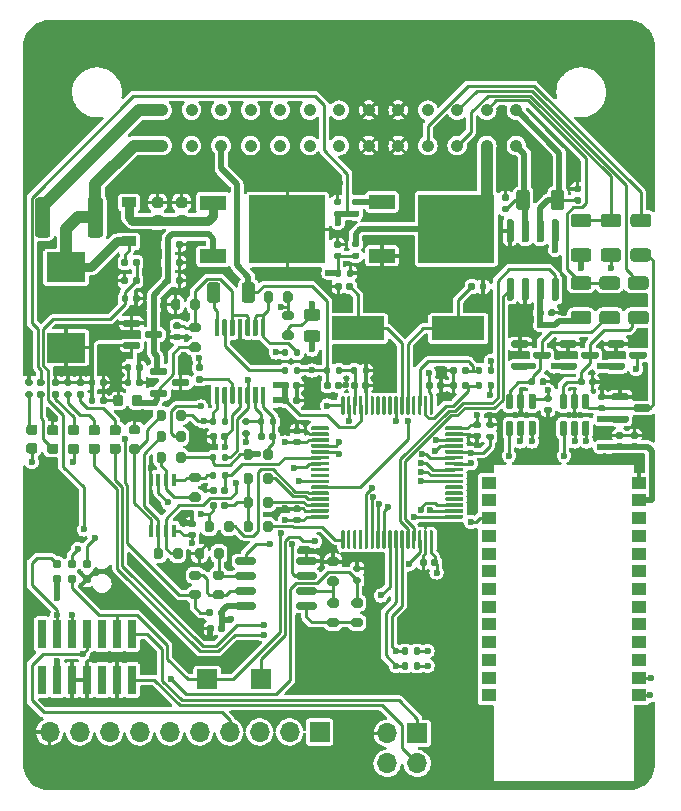
<source format=gtl>
G04 #@! TF.GenerationSoftware,KiCad,Pcbnew,(6.0.1)*
G04 #@! TF.CreationDate,2022-08-31T18:15:56+03:00*
G04 #@! TF.ProjectId,wideband_controller,77696465-6261-46e6-945f-636f6e74726f,rev?*
G04 #@! TF.SameCoordinates,PX5d42830PY713e7a8*
G04 #@! TF.FileFunction,Copper,L1,Top*
G04 #@! TF.FilePolarity,Positive*
%FSLAX46Y46*%
G04 Gerber Fmt 4.6, Leading zero omitted, Abs format (unit mm)*
G04 Created by KiCad (PCBNEW (6.0.1)) date 2022-08-31 18:15:56*
%MOMM*%
%LPD*%
G01*
G04 APERTURE LIST*
G04 #@! TA.AperFunction,SMDPad,CuDef*
%ADD10R,3.300000X2.500000*%
G04 #@! TD*
G04 #@! TA.AperFunction,SMDPad,CuDef*
%ADD11R,2.200000X1.200000*%
G04 #@! TD*
G04 #@! TA.AperFunction,SMDPad,CuDef*
%ADD12R,6.400000X5.800000*%
G04 #@! TD*
G04 #@! TA.AperFunction,ComponentPad*
%ADD13R,1.700000X1.700000*%
G04 #@! TD*
G04 #@! TA.AperFunction,ComponentPad*
%ADD14O,1.700000X1.700000*%
G04 #@! TD*
G04 #@! TA.AperFunction,SMDPad,CuDef*
%ADD15R,0.400000X1.100000*%
G04 #@! TD*
G04 #@! TA.AperFunction,SMDPad,CuDef*
%ADD16R,4.500000X2.000000*%
G04 #@! TD*
G04 #@! TA.AperFunction,SMDPad,CuDef*
%ADD17R,1.300000X1.000000*%
G04 #@! TD*
G04 #@! TA.AperFunction,ComponentPad*
%ADD18C,1.050000*%
G04 #@! TD*
G04 #@! TA.AperFunction,SMDPad,CuDef*
%ADD19R,1.200000X0.900000*%
G04 #@! TD*
G04 #@! TA.AperFunction,SMDPad,CuDef*
%ADD20C,0.787000*%
G04 #@! TD*
G04 #@! TA.AperFunction,SMDPad,CuDef*
%ADD21R,0.740000X2.400000*%
G04 #@! TD*
G04 #@! TA.AperFunction,ViaPad*
%ADD22C,0.600000*%
G04 #@! TD*
G04 #@! TA.AperFunction,Conductor*
%ADD23C,0.250000*%
G04 #@! TD*
G04 #@! TA.AperFunction,Conductor*
%ADD24C,0.500000*%
G04 #@! TD*
G04 #@! TA.AperFunction,Conductor*
%ADD25C,1.000000*%
G04 #@! TD*
G04 #@! TA.AperFunction,Conductor*
%ADD26C,0.750000*%
G04 #@! TD*
G04 APERTURE END LIST*
G04 #@! TO.P,R9,1*
G04 #@! TO.N,Net-(C9-Pad1)*
G04 #@! TA.AperFunction,SMDPad,CuDef*
G36*
G01*
X23894000Y33078000D02*
X23894000Y32708000D01*
G75*
G02*
X23759000Y32573000I-135000J0D01*
G01*
X23489000Y32573000D01*
G75*
G02*
X23354000Y32708000I0J135000D01*
G01*
X23354000Y33078000D01*
G75*
G02*
X23489000Y33213000I135000J0D01*
G01*
X23759000Y33213000D01*
G75*
G02*
X23894000Y33078000I0J-135000D01*
G01*
G37*
G04 #@! TD.AperFunction*
G04 #@! TO.P,R9,2*
G04 #@! TO.N,Net-(C9-Pad2)*
G04 #@! TA.AperFunction,SMDPad,CuDef*
G36*
G01*
X22874000Y33078000D02*
X22874000Y32708000D01*
G75*
G02*
X22739000Y32573000I-135000J0D01*
G01*
X22469000Y32573000D01*
G75*
G02*
X22334000Y32708000I0J135000D01*
G01*
X22334000Y33078000D01*
G75*
G02*
X22469000Y33213000I135000J0D01*
G01*
X22739000Y33213000D01*
G75*
G02*
X22874000Y33078000I0J-135000D01*
G01*
G37*
G04 #@! TD.AperFunction*
G04 #@! TD*
G04 #@! TO.P,C8,1*
G04 #@! TO.N,/LSU_Vm*
G04 #@! TA.AperFunction,SMDPad,CuDef*
G36*
G01*
X27942000Y35771000D02*
X27942000Y36111000D01*
G75*
G02*
X28082000Y36251000I140000J0D01*
G01*
X28362000Y36251000D01*
G75*
G02*
X28502000Y36111000I0J-140000D01*
G01*
X28502000Y35771000D01*
G75*
G02*
X28362000Y35631000I-140000J0D01*
G01*
X28082000Y35631000D01*
G75*
G02*
X27942000Y35771000I0J140000D01*
G01*
G37*
G04 #@! TD.AperFunction*
G04 #@! TO.P,C8,2*
G04 #@! TO.N,GND*
G04 #@! TA.AperFunction,SMDPad,CuDef*
G36*
G01*
X28902000Y35771000D02*
X28902000Y36111000D01*
G75*
G02*
X29042000Y36251000I140000J0D01*
G01*
X29322000Y36251000D01*
G75*
G02*
X29462000Y36111000I0J-140000D01*
G01*
X29462000Y35771000D01*
G75*
G02*
X29322000Y35631000I-140000J0D01*
G01*
X29042000Y35631000D01*
G75*
G02*
X28902000Y35771000I0J140000D01*
G01*
G37*
G04 #@! TD.AperFunction*
G04 #@! TD*
G04 #@! TO.P,C5,1*
G04 #@! TO.N,+3V3*
G04 #@! TA.AperFunction,SMDPad,CuDef*
G36*
G01*
X40724000Y32891000D02*
X41064000Y32891000D01*
G75*
G02*
X41204000Y32751000I0J-140000D01*
G01*
X41204000Y32471000D01*
G75*
G02*
X41064000Y32331000I-140000J0D01*
G01*
X40724000Y32331000D01*
G75*
G02*
X40584000Y32471000I0J140000D01*
G01*
X40584000Y32751000D01*
G75*
G02*
X40724000Y32891000I140000J0D01*
G01*
G37*
G04 #@! TD.AperFunction*
G04 #@! TO.P,C5,2*
G04 #@! TO.N,GND*
G04 #@! TA.AperFunction,SMDPad,CuDef*
G36*
G01*
X40724000Y31931000D02*
X41064000Y31931000D01*
G75*
G02*
X41204000Y31791000I0J-140000D01*
G01*
X41204000Y31511000D01*
G75*
G02*
X41064000Y31371000I-140000J0D01*
G01*
X40724000Y31371000D01*
G75*
G02*
X40584000Y31511000I0J140000D01*
G01*
X40584000Y31791000D01*
G75*
G02*
X40724000Y31931000I140000J0D01*
G01*
G37*
G04 #@! TD.AperFunction*
G04 #@! TD*
G04 #@! TO.P,R29,1*
G04 #@! TO.N,Net-(D8-Pad2)*
G04 #@! TA.AperFunction,SMDPad,CuDef*
G36*
G01*
X4135000Y34907000D02*
X3765000Y34907000D01*
G75*
G02*
X3630000Y35042000I0J135000D01*
G01*
X3630000Y35312000D01*
G75*
G02*
X3765000Y35447000I135000J0D01*
G01*
X4135000Y35447000D01*
G75*
G02*
X4270000Y35312000I0J-135000D01*
G01*
X4270000Y35042000D01*
G75*
G02*
X4135000Y34907000I-135000J0D01*
G01*
G37*
G04 #@! TD.AperFunction*
G04 #@! TO.P,R29,2*
G04 #@! TO.N,/heater_pwm*
G04 #@! TA.AperFunction,SMDPad,CuDef*
G36*
G01*
X4135000Y35927000D02*
X3765000Y35927000D01*
G75*
G02*
X3630000Y36062000I0J135000D01*
G01*
X3630000Y36332000D01*
G75*
G02*
X3765000Y36467000I135000J0D01*
G01*
X4135000Y36467000D01*
G75*
G02*
X4270000Y36332000I0J-135000D01*
G01*
X4270000Y36062000D01*
G75*
G02*
X4135000Y35927000I-135000J0D01*
G01*
G37*
G04 #@! TD.AperFunction*
G04 #@! TD*
G04 #@! TO.P,C4,1*
G04 #@! TO.N,+3V3*
G04 #@! TA.AperFunction,SMDPad,CuDef*
G36*
G01*
X9523000Y36365000D02*
X9523000Y36025000D01*
G75*
G02*
X9383000Y35885000I-140000J0D01*
G01*
X9103000Y35885000D01*
G75*
G02*
X8963000Y36025000I0J140000D01*
G01*
X8963000Y36365000D01*
G75*
G02*
X9103000Y36505000I140000J0D01*
G01*
X9383000Y36505000D01*
G75*
G02*
X9523000Y36365000I0J-140000D01*
G01*
G37*
G04 #@! TD.AperFunction*
G04 #@! TO.P,C4,2*
G04 #@! TO.N,GND*
G04 #@! TA.AperFunction,SMDPad,CuDef*
G36*
G01*
X8563000Y36365000D02*
X8563000Y36025000D01*
G75*
G02*
X8423000Y35885000I-140000J0D01*
G01*
X8143000Y35885000D01*
G75*
G02*
X8003000Y36025000I0J140000D01*
G01*
X8003000Y36365000D01*
G75*
G02*
X8143000Y36505000I140000J0D01*
G01*
X8423000Y36505000D01*
G75*
G02*
X8563000Y36365000I0J-140000D01*
G01*
G37*
G04 #@! TD.AperFunction*
G04 #@! TD*
G04 #@! TO.P,R33,1*
G04 #@! TO.N,/IN2*
G04 #@! TA.AperFunction,SMDPad,CuDef*
G36*
G01*
X51500000Y45175000D02*
X52750000Y45175000D01*
G75*
G02*
X53000000Y44925000I0J-250000D01*
G01*
X53000000Y44300000D01*
G75*
G02*
X52750000Y44050000I-250000J0D01*
G01*
X51500000Y44050000D01*
G75*
G02*
X51250000Y44300000I0J250000D01*
G01*
X51250000Y44925000D01*
G75*
G02*
X51500000Y45175000I250000J0D01*
G01*
G37*
G04 #@! TD.AperFunction*
G04 #@! TO.P,R33,2*
G04 #@! TO.N,Net-(C30-Pad2)*
G04 #@! TA.AperFunction,SMDPad,CuDef*
G36*
G01*
X51500000Y42250000D02*
X52750000Y42250000D01*
G75*
G02*
X53000000Y42000000I0J-250000D01*
G01*
X53000000Y41375000D01*
G75*
G02*
X52750000Y41125000I-250000J0D01*
G01*
X51500000Y41125000D01*
G75*
G02*
X51250000Y41375000I0J250000D01*
G01*
X51250000Y42000000D01*
G75*
G02*
X51500000Y42250000I250000J0D01*
G01*
G37*
G04 #@! TD.AperFunction*
G04 #@! TD*
D10*
G04 #@! TO.P,D4,1,A1*
G04 #@! TO.N,12V_PROT*
X6096000Y45945000D03*
G04 #@! TO.P,D4,2,A2*
G04 #@! TO.N,GND*
X6096000Y39145000D03*
G04 #@! TD*
G04 #@! TO.P,D3,1,K*
G04 #@! TO.N,Net-(D3-Pad1)*
G04 #@! TA.AperFunction,SMDPad,CuDef*
G36*
G01*
X6468750Y32594000D02*
X6981250Y32594000D01*
G75*
G02*
X7200000Y32375250I0J-218750D01*
G01*
X7200000Y31937750D01*
G75*
G02*
X6981250Y31719000I-218750J0D01*
G01*
X6468750Y31719000D01*
G75*
G02*
X6250000Y31937750I0J218750D01*
G01*
X6250000Y32375250D01*
G75*
G02*
X6468750Y32594000I218750J0D01*
G01*
G37*
G04 #@! TD.AperFunction*
G04 #@! TO.P,D3,2,A*
G04 #@! TO.N,Net-(D3-Pad2)*
G04 #@! TA.AperFunction,SMDPad,CuDef*
G36*
G01*
X6468750Y31019000D02*
X6981250Y31019000D01*
G75*
G02*
X7200000Y30800250I0J-218750D01*
G01*
X7200000Y30362750D01*
G75*
G02*
X6981250Y30144000I-218750J0D01*
G01*
X6468750Y30144000D01*
G75*
G02*
X6250000Y30362750I0J218750D01*
G01*
X6250000Y30800250D01*
G75*
G02*
X6468750Y31019000I218750J0D01*
G01*
G37*
G04 #@! TD.AperFunction*
G04 #@! TD*
G04 #@! TO.P,C22,1*
G04 #@! TO.N,Net-(C21-Pad1)*
G04 #@! TA.AperFunction,SMDPad,CuDef*
G36*
G01*
X16125000Y49435000D02*
X15625000Y49435000D01*
G75*
G02*
X15400000Y49660000I0J225000D01*
G01*
X15400000Y50110000D01*
G75*
G02*
X15625000Y50335000I225000J0D01*
G01*
X16125000Y50335000D01*
G75*
G02*
X16350000Y50110000I0J-225000D01*
G01*
X16350000Y49660000D01*
G75*
G02*
X16125000Y49435000I-225000J0D01*
G01*
G37*
G04 #@! TD.AperFunction*
G04 #@! TO.P,C22,2*
G04 #@! TO.N,GND*
G04 #@! TA.AperFunction,SMDPad,CuDef*
G36*
G01*
X16125000Y50985000D02*
X15625000Y50985000D01*
G75*
G02*
X15400000Y51210000I0J225000D01*
G01*
X15400000Y51660000D01*
G75*
G02*
X15625000Y51885000I225000J0D01*
G01*
X16125000Y51885000D01*
G75*
G02*
X16350000Y51660000I0J-225000D01*
G01*
X16350000Y51210000D01*
G75*
G02*
X16125000Y50985000I-225000J0D01*
G01*
G37*
G04 #@! TD.AperFunction*
G04 #@! TD*
G04 #@! TO.P,R28,1*
G04 #@! TO.N,Net-(R28-Pad1)*
G04 #@! TA.AperFunction,SMDPad,CuDef*
G36*
G01*
X18740000Y20275000D02*
X19290000Y20275000D01*
G75*
G02*
X19490000Y20075000I0J-200000D01*
G01*
X19490000Y19675000D01*
G75*
G02*
X19290000Y19475000I-200000J0D01*
G01*
X18740000Y19475000D01*
G75*
G02*
X18540000Y19675000I0J200000D01*
G01*
X18540000Y20075000D01*
G75*
G02*
X18740000Y20275000I200000J0D01*
G01*
G37*
G04 #@! TD.AperFunction*
G04 #@! TO.P,R28,2*
G04 #@! TO.N,Net-(R28-Pad2)*
G04 #@! TA.AperFunction,SMDPad,CuDef*
G36*
G01*
X18740000Y18625000D02*
X19290000Y18625000D01*
G75*
G02*
X19490000Y18425000I0J-200000D01*
G01*
X19490000Y18025000D01*
G75*
G02*
X19290000Y17825000I-200000J0D01*
G01*
X18740000Y17825000D01*
G75*
G02*
X18540000Y18025000I0J200000D01*
G01*
X18540000Y18425000D01*
G75*
G02*
X18740000Y18625000I200000J0D01*
G01*
G37*
G04 #@! TD.AperFunction*
G04 #@! TD*
G04 #@! TO.P,C15,1*
G04 #@! TO.N,+3V3*
G04 #@! TA.AperFunction,SMDPad,CuDef*
G36*
G01*
X53129000Y30482000D02*
X52789000Y30482000D01*
G75*
G02*
X52649000Y30622000I0J140000D01*
G01*
X52649000Y30902000D01*
G75*
G02*
X52789000Y31042000I140000J0D01*
G01*
X53129000Y31042000D01*
G75*
G02*
X53269000Y30902000I0J-140000D01*
G01*
X53269000Y30622000D01*
G75*
G02*
X53129000Y30482000I-140000J0D01*
G01*
G37*
G04 #@! TD.AperFunction*
G04 #@! TO.P,C15,2*
G04 #@! TO.N,GND*
G04 #@! TA.AperFunction,SMDPad,CuDef*
G36*
G01*
X53129000Y31442000D02*
X52789000Y31442000D01*
G75*
G02*
X52649000Y31582000I0J140000D01*
G01*
X52649000Y31862000D01*
G75*
G02*
X52789000Y32002000I140000J0D01*
G01*
X53129000Y32002000D01*
G75*
G02*
X53269000Y31862000I0J-140000D01*
G01*
X53269000Y31582000D01*
G75*
G02*
X53129000Y31442000I-140000J0D01*
G01*
G37*
G04 #@! TD.AperFunction*
G04 #@! TD*
G04 #@! TO.P,R16,1*
G04 #@! TO.N,Net-(R16-Pad1)*
G04 #@! TA.AperFunction,SMDPad,CuDef*
G36*
G01*
X28427000Y17925000D02*
X28977000Y17925000D01*
G75*
G02*
X29177000Y17725000I0J-200000D01*
G01*
X29177000Y17325000D01*
G75*
G02*
X28977000Y17125000I-200000J0D01*
G01*
X28427000Y17125000D01*
G75*
G02*
X28227000Y17325000I0J200000D01*
G01*
X28227000Y17725000D01*
G75*
G02*
X28427000Y17925000I200000J0D01*
G01*
G37*
G04 #@! TD.AperFunction*
G04 #@! TO.P,R16,2*
G04 #@! TO.N,Net-(R16-Pad2)*
G04 #@! TA.AperFunction,SMDPad,CuDef*
G36*
G01*
X28427000Y16275000D02*
X28977000Y16275000D01*
G75*
G02*
X29177000Y16075000I0J-200000D01*
G01*
X29177000Y15675000D01*
G75*
G02*
X28977000Y15475000I-200000J0D01*
G01*
X28427000Y15475000D01*
G75*
G02*
X28227000Y15675000I0J200000D01*
G01*
X28227000Y16075000D01*
G75*
G02*
X28427000Y16275000I200000J0D01*
G01*
G37*
G04 #@! TD.AperFunction*
G04 #@! TD*
G04 #@! TO.P,R13,1*
G04 #@! TO.N,Net-(R13-Pad1)*
G04 #@! TA.AperFunction,SMDPad,CuDef*
G36*
G01*
X16743000Y28530000D02*
X17293000Y28530000D01*
G75*
G02*
X17493000Y28330000I0J-200000D01*
G01*
X17493000Y27930000D01*
G75*
G02*
X17293000Y27730000I-200000J0D01*
G01*
X16743000Y27730000D01*
G75*
G02*
X16543000Y27930000I0J200000D01*
G01*
X16543000Y28330000D01*
G75*
G02*
X16743000Y28530000I200000J0D01*
G01*
G37*
G04 #@! TD.AperFunction*
G04 #@! TO.P,R13,2*
G04 #@! TO.N,Net-(R13-Pad2)*
G04 #@! TA.AperFunction,SMDPad,CuDef*
G36*
G01*
X16743000Y26880000D02*
X17293000Y26880000D01*
G75*
G02*
X17493000Y26680000I0J-200000D01*
G01*
X17493000Y26280000D01*
G75*
G02*
X17293000Y26080000I-200000J0D01*
G01*
X16743000Y26080000D01*
G75*
G02*
X16543000Y26280000I0J200000D01*
G01*
X16543000Y26680000D01*
G75*
G02*
X16743000Y26880000I200000J0D01*
G01*
G37*
G04 #@! TD.AperFunction*
G04 #@! TD*
D11*
G04 #@! TO.P,U4,1,VI*
G04 #@! TO.N,Net-(C21-Pad1)*
X18533000Y51429000D03*
D12*
G04 #@! TO.P,U4,2,GND*
G04 #@! TO.N,GND*
X24833000Y49149000D03*
D11*
G04 #@! TO.P,U4,3,VO*
G04 #@! TO.N,+5V*
X18533000Y46869000D03*
G04 #@! TD*
G04 #@! TO.P,C2,1*
G04 #@! TO.N,/Vbatt_sense*
G04 #@! TA.AperFunction,SMDPad,CuDef*
G36*
G01*
X10797000Y43137000D02*
X10797000Y43477000D01*
G75*
G02*
X10937000Y43617000I140000J0D01*
G01*
X11217000Y43617000D01*
G75*
G02*
X11357000Y43477000I0J-140000D01*
G01*
X11357000Y43137000D01*
G75*
G02*
X11217000Y42997000I-140000J0D01*
G01*
X10937000Y42997000D01*
G75*
G02*
X10797000Y43137000I0J140000D01*
G01*
G37*
G04 #@! TD.AperFunction*
G04 #@! TO.P,C2,2*
G04 #@! TO.N,GND*
G04 #@! TA.AperFunction,SMDPad,CuDef*
G36*
G01*
X11757000Y43137000D02*
X11757000Y43477000D01*
G75*
G02*
X11897000Y43617000I140000J0D01*
G01*
X12177000Y43617000D01*
G75*
G02*
X12317000Y43477000I0J-140000D01*
G01*
X12317000Y43137000D01*
G75*
G02*
X12177000Y42997000I-140000J0D01*
G01*
X11897000Y42997000D01*
G75*
G02*
X11757000Y43137000I0J140000D01*
G01*
G37*
G04 #@! TD.AperFunction*
G04 #@! TD*
D13*
G04 #@! TO.P,J3,1,Pin_1*
G04 #@! TO.N,/UART_TX*
X35819000Y6482000D03*
D14*
G04 #@! TO.P,J3,2,Pin_2*
G04 #@! TO.N,/UART_RX*
X35819000Y3942000D03*
G04 #@! TO.P,J3,3,Pin_3*
G04 #@! TO.N,GND*
X33279000Y6482000D03*
G04 #@! TO.P,J3,4,Pin_4*
G04 #@! TO.N,+5V*
X33279000Y3942000D03*
G04 #@! TD*
D15*
G04 #@! TO.P,U3,1*
G04 #@! TO.N,Net-(R13-Pad1)*
X15199000Y27931000D03*
G04 #@! TO.P,U3,2,-*
G04 #@! TO.N,Net-(R13-Pad2)*
X14549000Y27931000D03*
G04 #@! TO.P,U3,3,+*
G04 #@! TO.N,Net-(R20-Pad1)*
X13899000Y27931000D03*
G04 #@! TO.P,U3,4,V-*
G04 #@! TO.N,GND*
X13249000Y27931000D03*
G04 #@! TO.P,U3,5,+*
G04 #@! TO.N,Net-(R4-Pad1)*
X13249000Y23631000D03*
G04 #@! TO.P,U3,6,-*
G04 #@! TO.N,Net-(R1-Pad1)*
X13899000Y23631000D03*
G04 #@! TO.P,U3,7*
G04 #@! TO.N,/Un_3x_sense*
X14549000Y23631000D03*
G04 #@! TO.P,U3,8,V+*
G04 #@! TO.N,VDDA*
X15199000Y23631000D03*
G04 #@! TD*
G04 #@! TO.P,R39,1*
G04 #@! TO.N,/config0*
G04 #@! TA.AperFunction,SMDPad,CuDef*
G36*
G01*
X40180000Y36115000D02*
X40180000Y35745000D01*
G75*
G02*
X40045000Y35610000I-135000J0D01*
G01*
X39775000Y35610000D01*
G75*
G02*
X39640000Y35745000I0J135000D01*
G01*
X39640000Y36115000D01*
G75*
G02*
X39775000Y36250000I135000J0D01*
G01*
X40045000Y36250000D01*
G75*
G02*
X40180000Y36115000I0J-135000D01*
G01*
G37*
G04 #@! TD.AperFunction*
G04 #@! TO.P,R39,2*
G04 #@! TO.N,GND*
G04 #@! TA.AperFunction,SMDPad,CuDef*
G36*
G01*
X39160000Y36115000D02*
X39160000Y35745000D01*
G75*
G02*
X39025000Y35610000I-135000J0D01*
G01*
X38755000Y35610000D01*
G75*
G02*
X38620000Y35745000I0J135000D01*
G01*
X38620000Y36115000D01*
G75*
G02*
X38755000Y36250000I135000J0D01*
G01*
X39025000Y36250000D01*
G75*
G02*
X39160000Y36115000I0J-135000D01*
G01*
G37*
G04 #@! TD.AperFunction*
G04 #@! TD*
G04 #@! TO.P,U2,1,VBAT*
G04 #@! TO.N,+3V3*
G04 #@! TA.AperFunction,SMDPad,CuDef*
G36*
G01*
X36949000Y35025000D02*
X37099000Y35025000D01*
G75*
G02*
X37174000Y34950000I0J-75000D01*
G01*
X37174000Y33550000D01*
G75*
G02*
X37099000Y33475000I-75000J0D01*
G01*
X36949000Y33475000D01*
G75*
G02*
X36874000Y33550000I0J75000D01*
G01*
X36874000Y34950000D01*
G75*
G02*
X36949000Y35025000I75000J0D01*
G01*
G37*
G04 #@! TD.AperFunction*
G04 #@! TO.P,U2,2,PC13*
G04 #@! TO.N,/config0*
G04 #@! TA.AperFunction,SMDPad,CuDef*
G36*
G01*
X36449000Y35025000D02*
X36599000Y35025000D01*
G75*
G02*
X36674000Y34950000I0J-75000D01*
G01*
X36674000Y33550000D01*
G75*
G02*
X36599000Y33475000I-75000J0D01*
G01*
X36449000Y33475000D01*
G75*
G02*
X36374000Y33550000I0J75000D01*
G01*
X36374000Y34950000D01*
G75*
G02*
X36449000Y35025000I75000J0D01*
G01*
G37*
G04 #@! TD.AperFunction*
G04 #@! TO.P,U2,3,PC14*
G04 #@! TO.N,/config1*
G04 #@! TA.AperFunction,SMDPad,CuDef*
G36*
G01*
X35949000Y35025000D02*
X36099000Y35025000D01*
G75*
G02*
X36174000Y34950000I0J-75000D01*
G01*
X36174000Y33550000D01*
G75*
G02*
X36099000Y33475000I-75000J0D01*
G01*
X35949000Y33475000D01*
G75*
G02*
X35874000Y33550000I0J75000D01*
G01*
X35874000Y34950000D01*
G75*
G02*
X35949000Y35025000I75000J0D01*
G01*
G37*
G04 #@! TD.AperFunction*
G04 #@! TO.P,U2,4,PC15*
G04 #@! TO.N,unconnected-(U2-Pad4)*
G04 #@! TA.AperFunction,SMDPad,CuDef*
G36*
G01*
X35449000Y35025000D02*
X35599000Y35025000D01*
G75*
G02*
X35674000Y34950000I0J-75000D01*
G01*
X35674000Y33550000D01*
G75*
G02*
X35599000Y33475000I-75000J0D01*
G01*
X35449000Y33475000D01*
G75*
G02*
X35374000Y33550000I0J75000D01*
G01*
X35374000Y34950000D01*
G75*
G02*
X35449000Y35025000I75000J0D01*
G01*
G37*
G04 #@! TD.AperFunction*
G04 #@! TO.P,U2,5,PD0*
G04 #@! TO.N,/crystal0*
G04 #@! TA.AperFunction,SMDPad,CuDef*
G36*
G01*
X34949000Y35025000D02*
X35099000Y35025000D01*
G75*
G02*
X35174000Y34950000I0J-75000D01*
G01*
X35174000Y33550000D01*
G75*
G02*
X35099000Y33475000I-75000J0D01*
G01*
X34949000Y33475000D01*
G75*
G02*
X34874000Y33550000I0J75000D01*
G01*
X34874000Y34950000D01*
G75*
G02*
X34949000Y35025000I75000J0D01*
G01*
G37*
G04 #@! TD.AperFunction*
G04 #@! TO.P,U2,6,PD1*
G04 #@! TO.N,/crystal1*
G04 #@! TA.AperFunction,SMDPad,CuDef*
G36*
G01*
X34449000Y35025000D02*
X34599000Y35025000D01*
G75*
G02*
X34674000Y34950000I0J-75000D01*
G01*
X34674000Y33550000D01*
G75*
G02*
X34599000Y33475000I-75000J0D01*
G01*
X34449000Y33475000D01*
G75*
G02*
X34374000Y33550000I0J75000D01*
G01*
X34374000Y34950000D01*
G75*
G02*
X34449000Y35025000I75000J0D01*
G01*
G37*
G04 #@! TD.AperFunction*
G04 #@! TO.P,U2,7,NRST*
G04 #@! TO.N,/nRESET*
G04 #@! TA.AperFunction,SMDPad,CuDef*
G36*
G01*
X33949000Y35025000D02*
X34099000Y35025000D01*
G75*
G02*
X34174000Y34950000I0J-75000D01*
G01*
X34174000Y33550000D01*
G75*
G02*
X34099000Y33475000I-75000J0D01*
G01*
X33949000Y33475000D01*
G75*
G02*
X33874000Y33550000I0J75000D01*
G01*
X33874000Y34950000D01*
G75*
G02*
X33949000Y35025000I75000J0D01*
G01*
G37*
G04 #@! TD.AperFunction*
G04 #@! TO.P,U2,8,PC0*
G04 #@! TO.N,unconnected-(U2-Pad8)*
G04 #@! TA.AperFunction,SMDPad,CuDef*
G36*
G01*
X33449000Y35025000D02*
X33599000Y35025000D01*
G75*
G02*
X33674000Y34950000I0J-75000D01*
G01*
X33674000Y33550000D01*
G75*
G02*
X33599000Y33475000I-75000J0D01*
G01*
X33449000Y33475000D01*
G75*
G02*
X33374000Y33550000I0J75000D01*
G01*
X33374000Y34950000D01*
G75*
G02*
X33449000Y35025000I75000J0D01*
G01*
G37*
G04 #@! TD.AperFunction*
G04 #@! TO.P,U2,9,PC1*
G04 #@! TO.N,unconnected-(U2-Pad9)*
G04 #@! TA.AperFunction,SMDPad,CuDef*
G36*
G01*
X32949000Y35025000D02*
X33099000Y35025000D01*
G75*
G02*
X33174000Y34950000I0J-75000D01*
G01*
X33174000Y33550000D01*
G75*
G02*
X33099000Y33475000I-75000J0D01*
G01*
X32949000Y33475000D01*
G75*
G02*
X32874000Y33550000I0J75000D01*
G01*
X32874000Y34950000D01*
G75*
G02*
X32949000Y35025000I75000J0D01*
G01*
G37*
G04 #@! TD.AperFunction*
G04 #@! TO.P,U2,10,PC2*
G04 #@! TO.N,unconnected-(U2-Pad10)*
G04 #@! TA.AperFunction,SMDPad,CuDef*
G36*
G01*
X32449000Y35025000D02*
X32599000Y35025000D01*
G75*
G02*
X32674000Y34950000I0J-75000D01*
G01*
X32674000Y33550000D01*
G75*
G02*
X32599000Y33475000I-75000J0D01*
G01*
X32449000Y33475000D01*
G75*
G02*
X32374000Y33550000I0J75000D01*
G01*
X32374000Y34950000D01*
G75*
G02*
X32449000Y35025000I75000J0D01*
G01*
G37*
G04 #@! TD.AperFunction*
G04 #@! TO.P,U2,11,PC3*
G04 #@! TO.N,unconnected-(U2-Pad11)*
G04 #@! TA.AperFunction,SMDPad,CuDef*
G36*
G01*
X31949000Y35025000D02*
X32099000Y35025000D01*
G75*
G02*
X32174000Y34950000I0J-75000D01*
G01*
X32174000Y33550000D01*
G75*
G02*
X32099000Y33475000I-75000J0D01*
G01*
X31949000Y33475000D01*
G75*
G02*
X31874000Y33550000I0J75000D01*
G01*
X31874000Y34950000D01*
G75*
G02*
X31949000Y35025000I75000J0D01*
G01*
G37*
G04 #@! TD.AperFunction*
G04 #@! TO.P,U2,12,VSSA*
G04 #@! TO.N,GND*
G04 #@! TA.AperFunction,SMDPad,CuDef*
G36*
G01*
X31449000Y35025000D02*
X31599000Y35025000D01*
G75*
G02*
X31674000Y34950000I0J-75000D01*
G01*
X31674000Y33550000D01*
G75*
G02*
X31599000Y33475000I-75000J0D01*
G01*
X31449000Y33475000D01*
G75*
G02*
X31374000Y33550000I0J75000D01*
G01*
X31374000Y34950000D01*
G75*
G02*
X31449000Y35025000I75000J0D01*
G01*
G37*
G04 #@! TD.AperFunction*
G04 #@! TO.P,U2,13,VDDA*
G04 #@! TO.N,VDDA*
G04 #@! TA.AperFunction,SMDPad,CuDef*
G36*
G01*
X30949000Y35025000D02*
X31099000Y35025000D01*
G75*
G02*
X31174000Y34950000I0J-75000D01*
G01*
X31174000Y33550000D01*
G75*
G02*
X31099000Y33475000I-75000J0D01*
G01*
X30949000Y33475000D01*
G75*
G02*
X30874000Y33550000I0J75000D01*
G01*
X30874000Y34950000D01*
G75*
G02*
X30949000Y35025000I75000J0D01*
G01*
G37*
G04 #@! TD.AperFunction*
G04 #@! TO.P,U2,14,PA0*
G04 #@! TO.N,/Vm_sense*
G04 #@! TA.AperFunction,SMDPad,CuDef*
G36*
G01*
X30449000Y35025000D02*
X30599000Y35025000D01*
G75*
G02*
X30674000Y34950000I0J-75000D01*
G01*
X30674000Y33550000D01*
G75*
G02*
X30599000Y33475000I-75000J0D01*
G01*
X30449000Y33475000D01*
G75*
G02*
X30374000Y33550000I0J75000D01*
G01*
X30374000Y34950000D01*
G75*
G02*
X30449000Y35025000I75000J0D01*
G01*
G37*
G04 #@! TD.AperFunction*
G04 #@! TO.P,U2,15,PA1*
G04 #@! TO.N,/Ip_dac*
G04 #@! TA.AperFunction,SMDPad,CuDef*
G36*
G01*
X29949000Y35025000D02*
X30099000Y35025000D01*
G75*
G02*
X30174000Y34950000I0J-75000D01*
G01*
X30174000Y33550000D01*
G75*
G02*
X30099000Y33475000I-75000J0D01*
G01*
X29949000Y33475000D01*
G75*
G02*
X29874000Y33550000I0J75000D01*
G01*
X29874000Y34950000D01*
G75*
G02*
X29949000Y35025000I75000J0D01*
G01*
G37*
G04 #@! TD.AperFunction*
G04 #@! TO.P,U2,16,PA2*
G04 #@! TO.N,/Un_sense*
G04 #@! TA.AperFunction,SMDPad,CuDef*
G36*
G01*
X29449000Y35025000D02*
X29599000Y35025000D01*
G75*
G02*
X29674000Y34950000I0J-75000D01*
G01*
X29674000Y33550000D01*
G75*
G02*
X29599000Y33475000I-75000J0D01*
G01*
X29449000Y33475000D01*
G75*
G02*
X29374000Y33550000I0J75000D01*
G01*
X29374000Y34950000D01*
G75*
G02*
X29449000Y35025000I75000J0D01*
G01*
G37*
G04 #@! TD.AperFunction*
G04 #@! TO.P,U2,17,PA3*
G04 #@! TO.N,unconnected-(U2-Pad17)*
G04 #@! TA.AperFunction,SMDPad,CuDef*
G36*
G01*
X26899000Y32475000D02*
X28299000Y32475000D01*
G75*
G02*
X28374000Y32400000I0J-75000D01*
G01*
X28374000Y32250000D01*
G75*
G02*
X28299000Y32175000I-75000J0D01*
G01*
X26899000Y32175000D01*
G75*
G02*
X26824000Y32250000I0J75000D01*
G01*
X26824000Y32400000D01*
G75*
G02*
X26899000Y32475000I75000J0D01*
G01*
G37*
G04 #@! TD.AperFunction*
G04 #@! TO.P,U2,18,VSS*
G04 #@! TO.N,GND*
G04 #@! TA.AperFunction,SMDPad,CuDef*
G36*
G01*
X26899000Y31975000D02*
X28299000Y31975000D01*
G75*
G02*
X28374000Y31900000I0J-75000D01*
G01*
X28374000Y31750000D01*
G75*
G02*
X28299000Y31675000I-75000J0D01*
G01*
X26899000Y31675000D01*
G75*
G02*
X26824000Y31750000I0J75000D01*
G01*
X26824000Y31900000D01*
G75*
G02*
X26899000Y31975000I75000J0D01*
G01*
G37*
G04 #@! TD.AperFunction*
G04 #@! TO.P,U2,19,VDD*
G04 #@! TO.N,+3V3*
G04 #@! TA.AperFunction,SMDPad,CuDef*
G36*
G01*
X26899000Y31475000D02*
X28299000Y31475000D01*
G75*
G02*
X28374000Y31400000I0J-75000D01*
G01*
X28374000Y31250000D01*
G75*
G02*
X28299000Y31175000I-75000J0D01*
G01*
X26899000Y31175000D01*
G75*
G02*
X26824000Y31250000I0J75000D01*
G01*
X26824000Y31400000D01*
G75*
G02*
X26899000Y31475000I75000J0D01*
G01*
G37*
G04 #@! TD.AperFunction*
G04 #@! TO.P,U2,20,PA4*
G04 #@! TO.N,/DAC_A*
G04 #@! TA.AperFunction,SMDPad,CuDef*
G36*
G01*
X26899000Y30975000D02*
X28299000Y30975000D01*
G75*
G02*
X28374000Y30900000I0J-75000D01*
G01*
X28374000Y30750000D01*
G75*
G02*
X28299000Y30675000I-75000J0D01*
G01*
X26899000Y30675000D01*
G75*
G02*
X26824000Y30750000I0J75000D01*
G01*
X26824000Y30900000D01*
G75*
G02*
X26899000Y30975000I75000J0D01*
G01*
G37*
G04 #@! TD.AperFunction*
G04 #@! TO.P,U2,21,PA5*
G04 #@! TO.N,/DAC_B*
G04 #@! TA.AperFunction,SMDPad,CuDef*
G36*
G01*
X26899000Y30475000D02*
X28299000Y30475000D01*
G75*
G02*
X28374000Y30400000I0J-75000D01*
G01*
X28374000Y30250000D01*
G75*
G02*
X28299000Y30175000I-75000J0D01*
G01*
X26899000Y30175000D01*
G75*
G02*
X26824000Y30250000I0J75000D01*
G01*
X26824000Y30400000D01*
G75*
G02*
X26899000Y30475000I75000J0D01*
G01*
G37*
G04 #@! TD.AperFunction*
G04 #@! TO.P,U2,22,PA6*
G04 #@! TO.N,/Ip_sense*
G04 #@! TA.AperFunction,SMDPad,CuDef*
G36*
G01*
X26899000Y29975000D02*
X28299000Y29975000D01*
G75*
G02*
X28374000Y29900000I0J-75000D01*
G01*
X28374000Y29750000D01*
G75*
G02*
X28299000Y29675000I-75000J0D01*
G01*
X26899000Y29675000D01*
G75*
G02*
X26824000Y29750000I0J75000D01*
G01*
X26824000Y29900000D01*
G75*
G02*
X26899000Y29975000I75000J0D01*
G01*
G37*
G04 #@! TD.AperFunction*
G04 #@! TO.P,U2,23,PA7*
G04 #@! TO.N,/Un_3x_sense*
G04 #@! TA.AperFunction,SMDPad,CuDef*
G36*
G01*
X26899000Y29475000D02*
X28299000Y29475000D01*
G75*
G02*
X28374000Y29400000I0J-75000D01*
G01*
X28374000Y29250000D01*
G75*
G02*
X28299000Y29175000I-75000J0D01*
G01*
X26899000Y29175000D01*
G75*
G02*
X26824000Y29250000I0J75000D01*
G01*
X26824000Y29400000D01*
G75*
G02*
X26899000Y29475000I75000J0D01*
G01*
G37*
G04 #@! TD.AperFunction*
G04 #@! TO.P,U2,24,PC4*
G04 #@! TO.N,unconnected-(U2-Pad24)*
G04 #@! TA.AperFunction,SMDPad,CuDef*
G36*
G01*
X26899000Y28975000D02*
X28299000Y28975000D01*
G75*
G02*
X28374000Y28900000I0J-75000D01*
G01*
X28374000Y28750000D01*
G75*
G02*
X28299000Y28675000I-75000J0D01*
G01*
X26899000Y28675000D01*
G75*
G02*
X26824000Y28750000I0J75000D01*
G01*
X26824000Y28900000D01*
G75*
G02*
X26899000Y28975000I75000J0D01*
G01*
G37*
G04 #@! TD.AperFunction*
G04 #@! TO.P,U2,25,PC5*
G04 #@! TO.N,unconnected-(U2-Pad25)*
G04 #@! TA.AperFunction,SMDPad,CuDef*
G36*
G01*
X26899000Y28475000D02*
X28299000Y28475000D01*
G75*
G02*
X28374000Y28400000I0J-75000D01*
G01*
X28374000Y28250000D01*
G75*
G02*
X28299000Y28175000I-75000J0D01*
G01*
X26899000Y28175000D01*
G75*
G02*
X26824000Y28250000I0J75000D01*
G01*
X26824000Y28400000D01*
G75*
G02*
X26899000Y28475000I75000J0D01*
G01*
G37*
G04 #@! TD.AperFunction*
G04 #@! TO.P,U2,26,PB0*
G04 #@! TO.N,/Vbatt_sense*
G04 #@! TA.AperFunction,SMDPad,CuDef*
G36*
G01*
X26899000Y27975000D02*
X28299000Y27975000D01*
G75*
G02*
X28374000Y27900000I0J-75000D01*
G01*
X28374000Y27750000D01*
G75*
G02*
X28299000Y27675000I-75000J0D01*
G01*
X26899000Y27675000D01*
G75*
G02*
X26824000Y27750000I0J75000D01*
G01*
X26824000Y27900000D01*
G75*
G02*
X26899000Y27975000I75000J0D01*
G01*
G37*
G04 #@! TD.AperFunction*
G04 #@! TO.P,U2,27,PB1*
G04 #@! TO.N,/Heater_sense*
G04 #@! TA.AperFunction,SMDPad,CuDef*
G36*
G01*
X26899000Y27475000D02*
X28299000Y27475000D01*
G75*
G02*
X28374000Y27400000I0J-75000D01*
G01*
X28374000Y27250000D01*
G75*
G02*
X28299000Y27175000I-75000J0D01*
G01*
X26899000Y27175000D01*
G75*
G02*
X26824000Y27250000I0J75000D01*
G01*
X26824000Y27400000D01*
G75*
G02*
X26899000Y27475000I75000J0D01*
G01*
G37*
G04 #@! TD.AperFunction*
G04 #@! TO.P,U2,28,PB2*
G04 #@! TO.N,/Nernst_4.9_bias*
G04 #@! TA.AperFunction,SMDPad,CuDef*
G36*
G01*
X26899000Y26975000D02*
X28299000Y26975000D01*
G75*
G02*
X28374000Y26900000I0J-75000D01*
G01*
X28374000Y26750000D01*
G75*
G02*
X28299000Y26675000I-75000J0D01*
G01*
X26899000Y26675000D01*
G75*
G02*
X26824000Y26750000I0J75000D01*
G01*
X26824000Y26900000D01*
G75*
G02*
X26899000Y26975000I75000J0D01*
G01*
G37*
G04 #@! TD.AperFunction*
G04 #@! TO.P,U2,29,PB10*
G04 #@! TO.N,/Nernst_ADV_esr_drive*
G04 #@! TA.AperFunction,SMDPad,CuDef*
G36*
G01*
X26899000Y26475000D02*
X28299000Y26475000D01*
G75*
G02*
X28374000Y26400000I0J-75000D01*
G01*
X28374000Y26250000D01*
G75*
G02*
X28299000Y26175000I-75000J0D01*
G01*
X26899000Y26175000D01*
G75*
G02*
X26824000Y26250000I0J75000D01*
G01*
X26824000Y26400000D01*
G75*
G02*
X26899000Y26475000I75000J0D01*
G01*
G37*
G04 #@! TD.AperFunction*
G04 #@! TO.P,U2,30,PB11*
G04 #@! TO.N,/Nernst_4.9_esr_drive*
G04 #@! TA.AperFunction,SMDPad,CuDef*
G36*
G01*
X26899000Y25975000D02*
X28299000Y25975000D01*
G75*
G02*
X28374000Y25900000I0J-75000D01*
G01*
X28374000Y25750000D01*
G75*
G02*
X28299000Y25675000I-75000J0D01*
G01*
X26899000Y25675000D01*
G75*
G02*
X26824000Y25750000I0J75000D01*
G01*
X26824000Y25900000D01*
G75*
G02*
X26899000Y25975000I75000J0D01*
G01*
G37*
G04 #@! TD.AperFunction*
G04 #@! TO.P,U2,31,VSS*
G04 #@! TO.N,GND*
G04 #@! TA.AperFunction,SMDPad,CuDef*
G36*
G01*
X26899000Y25475000D02*
X28299000Y25475000D01*
G75*
G02*
X28374000Y25400000I0J-75000D01*
G01*
X28374000Y25250000D01*
G75*
G02*
X28299000Y25175000I-75000J0D01*
G01*
X26899000Y25175000D01*
G75*
G02*
X26824000Y25250000I0J75000D01*
G01*
X26824000Y25400000D01*
G75*
G02*
X26899000Y25475000I75000J0D01*
G01*
G37*
G04 #@! TD.AperFunction*
G04 #@! TO.P,U2,32,VDD*
G04 #@! TO.N,+3V3*
G04 #@! TA.AperFunction,SMDPad,CuDef*
G36*
G01*
X26899000Y24975000D02*
X28299000Y24975000D01*
G75*
G02*
X28374000Y24900000I0J-75000D01*
G01*
X28374000Y24750000D01*
G75*
G02*
X28299000Y24675000I-75000J0D01*
G01*
X26899000Y24675000D01*
G75*
G02*
X26824000Y24750000I0J75000D01*
G01*
X26824000Y24900000D01*
G75*
G02*
X26899000Y24975000I75000J0D01*
G01*
G37*
G04 #@! TD.AperFunction*
G04 #@! TO.P,U2,33,PB12*
G04 #@! TO.N,/Nernst_4.2_esr_drive*
G04 #@! TA.AperFunction,SMDPad,CuDef*
G36*
G01*
X29449000Y23675000D02*
X29599000Y23675000D01*
G75*
G02*
X29674000Y23600000I0J-75000D01*
G01*
X29674000Y22200000D01*
G75*
G02*
X29599000Y22125000I-75000J0D01*
G01*
X29449000Y22125000D01*
G75*
G02*
X29374000Y22200000I0J75000D01*
G01*
X29374000Y23600000D01*
G75*
G02*
X29449000Y23675000I75000J0D01*
G01*
G37*
G04 #@! TD.AperFunction*
G04 #@! TO.P,U2,34,PB13*
G04 #@! TO.N,unconnected-(U2-Pad34)*
G04 #@! TA.AperFunction,SMDPad,CuDef*
G36*
G01*
X29949000Y23675000D02*
X30099000Y23675000D01*
G75*
G02*
X30174000Y23600000I0J-75000D01*
G01*
X30174000Y22200000D01*
G75*
G02*
X30099000Y22125000I-75000J0D01*
G01*
X29949000Y22125000D01*
G75*
G02*
X29874000Y22200000I0J75000D01*
G01*
X29874000Y23600000D01*
G75*
G02*
X29949000Y23675000I75000J0D01*
G01*
G37*
G04 #@! TD.AperFunction*
G04 #@! TO.P,U2,35,PB14*
G04 #@! TO.N,unconnected-(U2-Pad35)*
G04 #@! TA.AperFunction,SMDPad,CuDef*
G36*
G01*
X30449000Y23675000D02*
X30599000Y23675000D01*
G75*
G02*
X30674000Y23600000I0J-75000D01*
G01*
X30674000Y22200000D01*
G75*
G02*
X30599000Y22125000I-75000J0D01*
G01*
X30449000Y22125000D01*
G75*
G02*
X30374000Y22200000I0J75000D01*
G01*
X30374000Y23600000D01*
G75*
G02*
X30449000Y23675000I75000J0D01*
G01*
G37*
G04 #@! TD.AperFunction*
G04 #@! TO.P,U2,36,PB15*
G04 #@! TO.N,unconnected-(U2-Pad36)*
G04 #@! TA.AperFunction,SMDPad,CuDef*
G36*
G01*
X30949000Y23675000D02*
X31099000Y23675000D01*
G75*
G02*
X31174000Y23600000I0J-75000D01*
G01*
X31174000Y22200000D01*
G75*
G02*
X31099000Y22125000I-75000J0D01*
G01*
X30949000Y22125000D01*
G75*
G02*
X30874000Y22200000I0J75000D01*
G01*
X30874000Y23600000D01*
G75*
G02*
X30949000Y23675000I75000J0D01*
G01*
G37*
G04 #@! TD.AperFunction*
G04 #@! TO.P,U2,37,PC6*
G04 #@! TO.N,/Input_1*
G04 #@! TA.AperFunction,SMDPad,CuDef*
G36*
G01*
X31449000Y23675000D02*
X31599000Y23675000D01*
G75*
G02*
X31674000Y23600000I0J-75000D01*
G01*
X31674000Y22200000D01*
G75*
G02*
X31599000Y22125000I-75000J0D01*
G01*
X31449000Y22125000D01*
G75*
G02*
X31374000Y22200000I0J75000D01*
G01*
X31374000Y23600000D01*
G75*
G02*
X31449000Y23675000I75000J0D01*
G01*
G37*
G04 #@! TD.AperFunction*
G04 #@! TO.P,U2,38,PC7*
G04 #@! TO.N,/Input_2*
G04 #@! TA.AperFunction,SMDPad,CuDef*
G36*
G01*
X31949000Y23675000D02*
X32099000Y23675000D01*
G75*
G02*
X32174000Y23600000I0J-75000D01*
G01*
X32174000Y22200000D01*
G75*
G02*
X32099000Y22125000I-75000J0D01*
G01*
X31949000Y22125000D01*
G75*
G02*
X31874000Y22200000I0J75000D01*
G01*
X31874000Y23600000D01*
G75*
G02*
X31949000Y23675000I75000J0D01*
G01*
G37*
G04 #@! TD.AperFunction*
G04 #@! TO.P,U2,39,PC8*
G04 #@! TO.N,/Input_3*
G04 #@! TA.AperFunction,SMDPad,CuDef*
G36*
G01*
X32449000Y23675000D02*
X32599000Y23675000D01*
G75*
G02*
X32674000Y23600000I0J-75000D01*
G01*
X32674000Y22200000D01*
G75*
G02*
X32599000Y22125000I-75000J0D01*
G01*
X32449000Y22125000D01*
G75*
G02*
X32374000Y22200000I0J75000D01*
G01*
X32374000Y23600000D01*
G75*
G02*
X32449000Y23675000I75000J0D01*
G01*
G37*
G04 #@! TD.AperFunction*
G04 #@! TO.P,U2,40,PC9*
G04 #@! TO.N,/Input_4*
G04 #@! TA.AperFunction,SMDPad,CuDef*
G36*
G01*
X32949000Y23675000D02*
X33099000Y23675000D01*
G75*
G02*
X33174000Y23600000I0J-75000D01*
G01*
X33174000Y22200000D01*
G75*
G02*
X33099000Y22125000I-75000J0D01*
G01*
X32949000Y22125000D01*
G75*
G02*
X32874000Y22200000I0J75000D01*
G01*
X32874000Y23600000D01*
G75*
G02*
X32949000Y23675000I75000J0D01*
G01*
G37*
G04 #@! TD.AperFunction*
G04 #@! TO.P,U2,41,PA8*
G04 #@! TO.N,/LED_BLUE*
G04 #@! TA.AperFunction,SMDPad,CuDef*
G36*
G01*
X33449000Y23675000D02*
X33599000Y23675000D01*
G75*
G02*
X33674000Y23600000I0J-75000D01*
G01*
X33674000Y22200000D01*
G75*
G02*
X33599000Y22125000I-75000J0D01*
G01*
X33449000Y22125000D01*
G75*
G02*
X33374000Y22200000I0J75000D01*
G01*
X33374000Y23600000D01*
G75*
G02*
X33449000Y23675000I75000J0D01*
G01*
G37*
G04 #@! TD.AperFunction*
G04 #@! TO.P,U2,42,PA9*
G04 #@! TO.N,/UART_TX*
G04 #@! TA.AperFunction,SMDPad,CuDef*
G36*
G01*
X33949000Y23675000D02*
X34099000Y23675000D01*
G75*
G02*
X34174000Y23600000I0J-75000D01*
G01*
X34174000Y22200000D01*
G75*
G02*
X34099000Y22125000I-75000J0D01*
G01*
X33949000Y22125000D01*
G75*
G02*
X33874000Y22200000I0J75000D01*
G01*
X33874000Y23600000D01*
G75*
G02*
X33949000Y23675000I75000J0D01*
G01*
G37*
G04 #@! TD.AperFunction*
G04 #@! TO.P,U2,43,PA10*
G04 #@! TO.N,/UART_RX*
G04 #@! TA.AperFunction,SMDPad,CuDef*
G36*
G01*
X34449000Y23675000D02*
X34599000Y23675000D01*
G75*
G02*
X34674000Y23600000I0J-75000D01*
G01*
X34674000Y22200000D01*
G75*
G02*
X34599000Y22125000I-75000J0D01*
G01*
X34449000Y22125000D01*
G75*
G02*
X34374000Y22200000I0J75000D01*
G01*
X34374000Y23600000D01*
G75*
G02*
X34449000Y23675000I75000J0D01*
G01*
G37*
G04 #@! TD.AperFunction*
G04 #@! TO.P,U2,44,PA11*
G04 #@! TO.N,/CAN_RX*
G04 #@! TA.AperFunction,SMDPad,CuDef*
G36*
G01*
X34949000Y23675000D02*
X35099000Y23675000D01*
G75*
G02*
X35174000Y23600000I0J-75000D01*
G01*
X35174000Y22200000D01*
G75*
G02*
X35099000Y22125000I-75000J0D01*
G01*
X34949000Y22125000D01*
G75*
G02*
X34874000Y22200000I0J75000D01*
G01*
X34874000Y23600000D01*
G75*
G02*
X34949000Y23675000I75000J0D01*
G01*
G37*
G04 #@! TD.AperFunction*
G04 #@! TO.P,U2,45,PA12*
G04 #@! TO.N,/CAN_TX*
G04 #@! TA.AperFunction,SMDPad,CuDef*
G36*
G01*
X35449000Y23675000D02*
X35599000Y23675000D01*
G75*
G02*
X35674000Y23600000I0J-75000D01*
G01*
X35674000Y22200000D01*
G75*
G02*
X35599000Y22125000I-75000J0D01*
G01*
X35449000Y22125000D01*
G75*
G02*
X35374000Y22200000I0J75000D01*
G01*
X35374000Y23600000D01*
G75*
G02*
X35449000Y23675000I75000J0D01*
G01*
G37*
G04 #@! TD.AperFunction*
G04 #@! TO.P,U2,46,PA13*
G04 #@! TO.N,/SWDIO*
G04 #@! TA.AperFunction,SMDPad,CuDef*
G36*
G01*
X35949000Y23675000D02*
X36099000Y23675000D01*
G75*
G02*
X36174000Y23600000I0J-75000D01*
G01*
X36174000Y22200000D01*
G75*
G02*
X36099000Y22125000I-75000J0D01*
G01*
X35949000Y22125000D01*
G75*
G02*
X35874000Y22200000I0J75000D01*
G01*
X35874000Y23600000D01*
G75*
G02*
X35949000Y23675000I75000J0D01*
G01*
G37*
G04 #@! TD.AperFunction*
G04 #@! TO.P,U2,47,VSS*
G04 #@! TO.N,GND*
G04 #@! TA.AperFunction,SMDPad,CuDef*
G36*
G01*
X36449000Y23675000D02*
X36599000Y23675000D01*
G75*
G02*
X36674000Y23600000I0J-75000D01*
G01*
X36674000Y22200000D01*
G75*
G02*
X36599000Y22125000I-75000J0D01*
G01*
X36449000Y22125000D01*
G75*
G02*
X36374000Y22200000I0J75000D01*
G01*
X36374000Y23600000D01*
G75*
G02*
X36449000Y23675000I75000J0D01*
G01*
G37*
G04 #@! TD.AperFunction*
G04 #@! TO.P,U2,48,VDD*
G04 #@! TO.N,+3V3*
G04 #@! TA.AperFunction,SMDPad,CuDef*
G36*
G01*
X36949000Y23675000D02*
X37099000Y23675000D01*
G75*
G02*
X37174000Y23600000I0J-75000D01*
G01*
X37174000Y22200000D01*
G75*
G02*
X37099000Y22125000I-75000J0D01*
G01*
X36949000Y22125000D01*
G75*
G02*
X36874000Y22200000I0J75000D01*
G01*
X36874000Y23600000D01*
G75*
G02*
X36949000Y23675000I75000J0D01*
G01*
G37*
G04 #@! TD.AperFunction*
G04 #@! TO.P,U2,49,PA14*
G04 #@! TO.N,/SWCLK*
G04 #@! TA.AperFunction,SMDPad,CuDef*
G36*
G01*
X38249000Y24975000D02*
X39649000Y24975000D01*
G75*
G02*
X39724000Y24900000I0J-75000D01*
G01*
X39724000Y24750000D01*
G75*
G02*
X39649000Y24675000I-75000J0D01*
G01*
X38249000Y24675000D01*
G75*
G02*
X38174000Y24750000I0J75000D01*
G01*
X38174000Y24900000D01*
G75*
G02*
X38249000Y24975000I75000J0D01*
G01*
G37*
G04 #@! TD.AperFunction*
G04 #@! TO.P,U2,50,PA15*
G04 #@! TO.N,/DISP0*
G04 #@! TA.AperFunction,SMDPad,CuDef*
G36*
G01*
X38249000Y25475000D02*
X39649000Y25475000D01*
G75*
G02*
X39724000Y25400000I0J-75000D01*
G01*
X39724000Y25250000D01*
G75*
G02*
X39649000Y25175000I-75000J0D01*
G01*
X38249000Y25175000D01*
G75*
G02*
X38174000Y25250000I0J75000D01*
G01*
X38174000Y25400000D01*
G75*
G02*
X38249000Y25475000I75000J0D01*
G01*
G37*
G04 #@! TD.AperFunction*
G04 #@! TO.P,U2,51,PC10*
G04 #@! TO.N,/LED_GREEN*
G04 #@! TA.AperFunction,SMDPad,CuDef*
G36*
G01*
X38249000Y25975000D02*
X39649000Y25975000D01*
G75*
G02*
X39724000Y25900000I0J-75000D01*
G01*
X39724000Y25750000D01*
G75*
G02*
X39649000Y25675000I-75000J0D01*
G01*
X38249000Y25675000D01*
G75*
G02*
X38174000Y25750000I0J75000D01*
G01*
X38174000Y25900000D01*
G75*
G02*
X38249000Y25975000I75000J0D01*
G01*
G37*
G04 #@! TD.AperFunction*
G04 #@! TO.P,U2,52,PC11*
G04 #@! TO.N,unconnected-(U2-Pad52)*
G04 #@! TA.AperFunction,SMDPad,CuDef*
G36*
G01*
X38249000Y26475000D02*
X39649000Y26475000D01*
G75*
G02*
X39724000Y26400000I0J-75000D01*
G01*
X39724000Y26250000D01*
G75*
G02*
X39649000Y26175000I-75000J0D01*
G01*
X38249000Y26175000D01*
G75*
G02*
X38174000Y26250000I0J75000D01*
G01*
X38174000Y26400000D01*
G75*
G02*
X38249000Y26475000I75000J0D01*
G01*
G37*
G04 #@! TD.AperFunction*
G04 #@! TO.P,U2,53,PC12*
G04 #@! TO.N,unconnected-(U2-Pad53)*
G04 #@! TA.AperFunction,SMDPad,CuDef*
G36*
G01*
X38249000Y26975000D02*
X39649000Y26975000D01*
G75*
G02*
X39724000Y26900000I0J-75000D01*
G01*
X39724000Y26750000D01*
G75*
G02*
X39649000Y26675000I-75000J0D01*
G01*
X38249000Y26675000D01*
G75*
G02*
X38174000Y26750000I0J75000D01*
G01*
X38174000Y26900000D01*
G75*
G02*
X38249000Y26975000I75000J0D01*
G01*
G37*
G04 #@! TD.AperFunction*
G04 #@! TO.P,U2,54,PD2*
G04 #@! TO.N,unconnected-(U2-Pad54)*
G04 #@! TA.AperFunction,SMDPad,CuDef*
G36*
G01*
X38249000Y27475000D02*
X39649000Y27475000D01*
G75*
G02*
X39724000Y27400000I0J-75000D01*
G01*
X39724000Y27250000D01*
G75*
G02*
X39649000Y27175000I-75000J0D01*
G01*
X38249000Y27175000D01*
G75*
G02*
X38174000Y27250000I0J75000D01*
G01*
X38174000Y27400000D01*
G75*
G02*
X38249000Y27475000I75000J0D01*
G01*
G37*
G04 #@! TD.AperFunction*
G04 #@! TO.P,U2,55,PB3*
G04 #@! TO.N,/SWO*
G04 #@! TA.AperFunction,SMDPad,CuDef*
G36*
G01*
X38249000Y27975000D02*
X39649000Y27975000D01*
G75*
G02*
X39724000Y27900000I0J-75000D01*
G01*
X39724000Y27750000D01*
G75*
G02*
X39649000Y27675000I-75000J0D01*
G01*
X38249000Y27675000D01*
G75*
G02*
X38174000Y27750000I0J75000D01*
G01*
X38174000Y27900000D01*
G75*
G02*
X38249000Y27975000I75000J0D01*
G01*
G37*
G04 #@! TD.AperFunction*
G04 #@! TO.P,U2,56,PB4*
G04 #@! TO.N,/DISP1*
G04 #@! TA.AperFunction,SMDPad,CuDef*
G36*
G01*
X38249000Y28475000D02*
X39649000Y28475000D01*
G75*
G02*
X39724000Y28400000I0J-75000D01*
G01*
X39724000Y28250000D01*
G75*
G02*
X39649000Y28175000I-75000J0D01*
G01*
X38249000Y28175000D01*
G75*
G02*
X38174000Y28250000I0J75000D01*
G01*
X38174000Y28400000D01*
G75*
G02*
X38249000Y28475000I75000J0D01*
G01*
G37*
G04 #@! TD.AperFunction*
G04 #@! TO.P,U2,57,PB5*
G04 #@! TO.N,/DISP2*
G04 #@! TA.AperFunction,SMDPad,CuDef*
G36*
G01*
X38249000Y28975000D02*
X39649000Y28975000D01*
G75*
G02*
X39724000Y28900000I0J-75000D01*
G01*
X39724000Y28750000D01*
G75*
G02*
X39649000Y28675000I-75000J0D01*
G01*
X38249000Y28675000D01*
G75*
G02*
X38174000Y28750000I0J75000D01*
G01*
X38174000Y28900000D01*
G75*
G02*
X38249000Y28975000I75000J0D01*
G01*
G37*
G04 #@! TD.AperFunction*
G04 #@! TO.P,U2,58,PB6*
G04 #@! TO.N,/heater_pwm*
G04 #@! TA.AperFunction,SMDPad,CuDef*
G36*
G01*
X38249000Y29475000D02*
X39649000Y29475000D01*
G75*
G02*
X39724000Y29400000I0J-75000D01*
G01*
X39724000Y29250000D01*
G75*
G02*
X39649000Y29175000I-75000J0D01*
G01*
X38249000Y29175000D01*
G75*
G02*
X38174000Y29250000I0J75000D01*
G01*
X38174000Y29400000D01*
G75*
G02*
X38249000Y29475000I75000J0D01*
G01*
G37*
G04 #@! TD.AperFunction*
G04 #@! TO.P,U2,59,PB7*
G04 #@! TO.N,/DISP4*
G04 #@! TA.AperFunction,SMDPad,CuDef*
G36*
G01*
X38249000Y29975000D02*
X39649000Y29975000D01*
G75*
G02*
X39724000Y29900000I0J-75000D01*
G01*
X39724000Y29750000D01*
G75*
G02*
X39649000Y29675000I-75000J0D01*
G01*
X38249000Y29675000D01*
G75*
G02*
X38174000Y29750000I0J75000D01*
G01*
X38174000Y29900000D01*
G75*
G02*
X38249000Y29975000I75000J0D01*
G01*
G37*
G04 #@! TD.AperFunction*
G04 #@! TO.P,U2,60,BOOT0*
G04 #@! TO.N,/Boot0*
G04 #@! TA.AperFunction,SMDPad,CuDef*
G36*
G01*
X38249000Y30475000D02*
X39649000Y30475000D01*
G75*
G02*
X39724000Y30400000I0J-75000D01*
G01*
X39724000Y30250000D01*
G75*
G02*
X39649000Y30175000I-75000J0D01*
G01*
X38249000Y30175000D01*
G75*
G02*
X38174000Y30250000I0J75000D01*
G01*
X38174000Y30400000D01*
G75*
G02*
X38249000Y30475000I75000J0D01*
G01*
G37*
G04 #@! TD.AperFunction*
G04 #@! TO.P,U2,61,PB8*
G04 #@! TO.N,/DISP5*
G04 #@! TA.AperFunction,SMDPad,CuDef*
G36*
G01*
X38249000Y30975000D02*
X39649000Y30975000D01*
G75*
G02*
X39724000Y30900000I0J-75000D01*
G01*
X39724000Y30750000D01*
G75*
G02*
X39649000Y30675000I-75000J0D01*
G01*
X38249000Y30675000D01*
G75*
G02*
X38174000Y30750000I0J75000D01*
G01*
X38174000Y30900000D01*
G75*
G02*
X38249000Y30975000I75000J0D01*
G01*
G37*
G04 #@! TD.AperFunction*
G04 #@! TO.P,U2,62,PB9*
G04 #@! TO.N,/DISP6*
G04 #@! TA.AperFunction,SMDPad,CuDef*
G36*
G01*
X38249000Y31475000D02*
X39649000Y31475000D01*
G75*
G02*
X39724000Y31400000I0J-75000D01*
G01*
X39724000Y31250000D01*
G75*
G02*
X39649000Y31175000I-75000J0D01*
G01*
X38249000Y31175000D01*
G75*
G02*
X38174000Y31250000I0J75000D01*
G01*
X38174000Y31400000D01*
G75*
G02*
X38249000Y31475000I75000J0D01*
G01*
G37*
G04 #@! TD.AperFunction*
G04 #@! TO.P,U2,63,VSS*
G04 #@! TO.N,GND*
G04 #@! TA.AperFunction,SMDPad,CuDef*
G36*
G01*
X38249000Y31975000D02*
X39649000Y31975000D01*
G75*
G02*
X39724000Y31900000I0J-75000D01*
G01*
X39724000Y31750000D01*
G75*
G02*
X39649000Y31675000I-75000J0D01*
G01*
X38249000Y31675000D01*
G75*
G02*
X38174000Y31750000I0J75000D01*
G01*
X38174000Y31900000D01*
G75*
G02*
X38249000Y31975000I75000J0D01*
G01*
G37*
G04 #@! TD.AperFunction*
G04 #@! TO.P,U2,64,VDD*
G04 #@! TO.N,+3V3*
G04 #@! TA.AperFunction,SMDPad,CuDef*
G36*
G01*
X38249000Y32475000D02*
X39649000Y32475000D01*
G75*
G02*
X39724000Y32400000I0J-75000D01*
G01*
X39724000Y32250000D01*
G75*
G02*
X39649000Y32175000I-75000J0D01*
G01*
X38249000Y32175000D01*
G75*
G02*
X38174000Y32250000I0J75000D01*
G01*
X38174000Y32400000D01*
G75*
G02*
X38249000Y32475000I75000J0D01*
G01*
G37*
G04 #@! TD.AperFunction*
G04 #@! TD*
G04 #@! TO.P,R47,1*
G04 #@! TO.N,GND*
G04 #@! TA.AperFunction,SMDPad,CuDef*
G36*
G01*
X31768000Y37396000D02*
X31768000Y37026000D01*
G75*
G02*
X31633000Y36891000I-135000J0D01*
G01*
X31363000Y36891000D01*
G75*
G02*
X31228000Y37026000I0J135000D01*
G01*
X31228000Y37396000D01*
G75*
G02*
X31363000Y37531000I135000J0D01*
G01*
X31633000Y37531000D01*
G75*
G02*
X31768000Y37396000I0J-135000D01*
G01*
G37*
G04 #@! TD.AperFunction*
G04 #@! TO.P,R47,2*
G04 #@! TO.N,/Vm_sense*
G04 #@! TA.AperFunction,SMDPad,CuDef*
G36*
G01*
X30748000Y37396000D02*
X30748000Y37026000D01*
G75*
G02*
X30613000Y36891000I-135000J0D01*
G01*
X30343000Y36891000D01*
G75*
G02*
X30208000Y37026000I0J135000D01*
G01*
X30208000Y37396000D01*
G75*
G02*
X30343000Y37531000I135000J0D01*
G01*
X30613000Y37531000D01*
G75*
G02*
X30748000Y37396000I0J-135000D01*
G01*
G37*
G04 #@! TD.AperFunction*
G04 #@! TD*
G04 #@! TO.P,C12,1*
G04 #@! TO.N,VDDA*
G04 #@! TA.AperFunction,SMDPad,CuDef*
G36*
G01*
X16934000Y22989000D02*
X16594000Y22989000D01*
G75*
G02*
X16454000Y23129000I0J140000D01*
G01*
X16454000Y23409000D01*
G75*
G02*
X16594000Y23549000I140000J0D01*
G01*
X16934000Y23549000D01*
G75*
G02*
X17074000Y23409000I0J-140000D01*
G01*
X17074000Y23129000D01*
G75*
G02*
X16934000Y22989000I-140000J0D01*
G01*
G37*
G04 #@! TD.AperFunction*
G04 #@! TO.P,C12,2*
G04 #@! TO.N,GND*
G04 #@! TA.AperFunction,SMDPad,CuDef*
G36*
G01*
X16934000Y23949000D02*
X16594000Y23949000D01*
G75*
G02*
X16454000Y24089000I0J140000D01*
G01*
X16454000Y24369000D01*
G75*
G02*
X16594000Y24509000I140000J0D01*
G01*
X16934000Y24509000D01*
G75*
G02*
X17074000Y24369000I0J-140000D01*
G01*
X17074000Y24089000D01*
G75*
G02*
X16934000Y23949000I-140000J0D01*
G01*
G37*
G04 #@! TD.AperFunction*
G04 #@! TD*
D16*
G04 #@! TO.P,Y1,1,1*
G04 #@! TO.N,/crystal1*
X30802000Y40767000D03*
G04 #@! TO.P,Y1,2,2*
G04 #@! TO.N,/crystal0*
X39302000Y40767000D03*
G04 #@! TD*
G04 #@! TO.P,R26,1*
G04 #@! TO.N,Net-(Q2-Pad1)*
G04 #@! TA.AperFunction,SMDPad,CuDef*
G36*
G01*
X30426000Y51757000D02*
X30796000Y51757000D01*
G75*
G02*
X30931000Y51622000I0J-135000D01*
G01*
X30931000Y51352000D01*
G75*
G02*
X30796000Y51217000I-135000J0D01*
G01*
X30426000Y51217000D01*
G75*
G02*
X30291000Y51352000I0J135000D01*
G01*
X30291000Y51622000D01*
G75*
G02*
X30426000Y51757000I135000J0D01*
G01*
G37*
G04 #@! TD.AperFunction*
G04 #@! TO.P,R26,2*
G04 #@! TO.N,/heater_pwm*
G04 #@! TA.AperFunction,SMDPad,CuDef*
G36*
G01*
X30426000Y50737000D02*
X30796000Y50737000D01*
G75*
G02*
X30931000Y50602000I0J-135000D01*
G01*
X30931000Y50332000D01*
G75*
G02*
X30796000Y50197000I-135000J0D01*
G01*
X30426000Y50197000D01*
G75*
G02*
X30291000Y50332000I0J135000D01*
G01*
X30291000Y50602000D01*
G75*
G02*
X30426000Y50737000I135000J0D01*
G01*
G37*
G04 #@! TD.AperFunction*
G04 #@! TD*
G04 #@! TO.P,D2,1,K*
G04 #@! TO.N,Net-(D2-Pad1)*
G04 #@! TA.AperFunction,SMDPad,CuDef*
G36*
G01*
X9993750Y32594000D02*
X10506250Y32594000D01*
G75*
G02*
X10725000Y32375250I0J-218750D01*
G01*
X10725000Y31937750D01*
G75*
G02*
X10506250Y31719000I-218750J0D01*
G01*
X9993750Y31719000D01*
G75*
G02*
X9775000Y31937750I0J218750D01*
G01*
X9775000Y32375250D01*
G75*
G02*
X9993750Y32594000I218750J0D01*
G01*
G37*
G04 #@! TD.AperFunction*
G04 #@! TO.P,D2,2,A*
G04 #@! TO.N,/LED_GREEN*
G04 #@! TA.AperFunction,SMDPad,CuDef*
G36*
G01*
X9993750Y31019000D02*
X10506250Y31019000D01*
G75*
G02*
X10725000Y30800250I0J-218750D01*
G01*
X10725000Y30362750D01*
G75*
G02*
X10506250Y30144000I-218750J0D01*
G01*
X9993750Y30144000D01*
G75*
G02*
X9775000Y30362750I0J218750D01*
G01*
X9775000Y30800250D01*
G75*
G02*
X9993750Y31019000I218750J0D01*
G01*
G37*
G04 #@! TD.AperFunction*
G04 #@! TD*
G04 #@! TO.P,C26,1*
G04 #@! TO.N,+5V*
G04 #@! TA.AperFunction,SMDPad,CuDef*
G36*
G01*
X14452000Y46185000D02*
X14452000Y46525000D01*
G75*
G02*
X14592000Y46665000I140000J0D01*
G01*
X14872000Y46665000D01*
G75*
G02*
X15012000Y46525000I0J-140000D01*
G01*
X15012000Y46185000D01*
G75*
G02*
X14872000Y46045000I-140000J0D01*
G01*
X14592000Y46045000D01*
G75*
G02*
X14452000Y46185000I0J140000D01*
G01*
G37*
G04 #@! TD.AperFunction*
G04 #@! TO.P,C26,2*
G04 #@! TO.N,GND*
G04 #@! TA.AperFunction,SMDPad,CuDef*
G36*
G01*
X15412000Y46185000D02*
X15412000Y46525000D01*
G75*
G02*
X15552000Y46665000I140000J0D01*
G01*
X15832000Y46665000D01*
G75*
G02*
X15972000Y46525000I0J-140000D01*
G01*
X15972000Y46185000D01*
G75*
G02*
X15832000Y46045000I-140000J0D01*
G01*
X15552000Y46045000D01*
G75*
G02*
X15412000Y46185000I0J140000D01*
G01*
G37*
G04 #@! TD.AperFunction*
G04 #@! TD*
G04 #@! TO.P,C1,1*
G04 #@! TO.N,+3V3*
G04 #@! TA.AperFunction,SMDPad,CuDef*
G36*
G01*
X9523000Y34841000D02*
X9523000Y34501000D01*
G75*
G02*
X9383000Y34361000I-140000J0D01*
G01*
X9103000Y34361000D01*
G75*
G02*
X8963000Y34501000I0J140000D01*
G01*
X8963000Y34841000D01*
G75*
G02*
X9103000Y34981000I140000J0D01*
G01*
X9383000Y34981000D01*
G75*
G02*
X9523000Y34841000I0J-140000D01*
G01*
G37*
G04 #@! TD.AperFunction*
G04 #@! TO.P,C1,2*
G04 #@! TO.N,GND*
G04 #@! TA.AperFunction,SMDPad,CuDef*
G36*
G01*
X8563000Y34841000D02*
X8563000Y34501000D01*
G75*
G02*
X8423000Y34361000I-140000J0D01*
G01*
X8143000Y34361000D01*
G75*
G02*
X8003000Y34501000I0J140000D01*
G01*
X8003000Y34841000D01*
G75*
G02*
X8143000Y34981000I140000J0D01*
G01*
X8423000Y34981000D01*
G75*
G02*
X8563000Y34841000I0J-140000D01*
G01*
G37*
G04 #@! TD.AperFunction*
G04 #@! TD*
G04 #@! TO.P,R1,1*
G04 #@! TO.N,Net-(R1-Pad1)*
G04 #@! TA.AperFunction,SMDPad,CuDef*
G36*
G01*
X13507000Y21442000D02*
X13507000Y21992000D01*
G75*
G02*
X13707000Y22192000I200000J0D01*
G01*
X14107000Y22192000D01*
G75*
G02*
X14307000Y21992000I0J-200000D01*
G01*
X14307000Y21442000D01*
G75*
G02*
X14107000Y21242000I-200000J0D01*
G01*
X13707000Y21242000D01*
G75*
G02*
X13507000Y21442000I0J200000D01*
G01*
G37*
G04 #@! TD.AperFunction*
G04 #@! TO.P,R1,2*
G04 #@! TO.N,/Un_3x_sense*
G04 #@! TA.AperFunction,SMDPad,CuDef*
G36*
G01*
X15157000Y21442000D02*
X15157000Y21992000D01*
G75*
G02*
X15357000Y22192000I200000J0D01*
G01*
X15757000Y22192000D01*
G75*
G02*
X15957000Y21992000I0J-200000D01*
G01*
X15957000Y21442000D01*
G75*
G02*
X15757000Y21242000I-200000J0D01*
G01*
X15357000Y21242000D01*
G75*
G02*
X15157000Y21442000I0J200000D01*
G01*
G37*
G04 #@! TD.AperFunction*
G04 #@! TD*
G04 #@! TO.P,C44,1*
G04 #@! TO.N,GND*
G04 #@! TA.AperFunction,SMDPad,CuDef*
G36*
G01*
X43144000Y52136000D02*
X43484000Y52136000D01*
G75*
G02*
X43624000Y51996000I0J-140000D01*
G01*
X43624000Y51716000D01*
G75*
G02*
X43484000Y51576000I-140000J0D01*
G01*
X43144000Y51576000D01*
G75*
G02*
X43004000Y51716000I0J140000D01*
G01*
X43004000Y51996000D01*
G75*
G02*
X43144000Y52136000I140000J0D01*
G01*
G37*
G04 #@! TD.AperFunction*
G04 #@! TO.P,C44,2*
G04 #@! TO.N,/CAN_H*
G04 #@! TA.AperFunction,SMDPad,CuDef*
G36*
G01*
X43144000Y51176000D02*
X43484000Y51176000D01*
G75*
G02*
X43624000Y51036000I0J-140000D01*
G01*
X43624000Y50756000D01*
G75*
G02*
X43484000Y50616000I-140000J0D01*
G01*
X43144000Y50616000D01*
G75*
G02*
X43004000Y50756000I0J140000D01*
G01*
X43004000Y51036000D01*
G75*
G02*
X43144000Y51176000I140000J0D01*
G01*
G37*
G04 #@! TD.AperFunction*
G04 #@! TD*
G04 #@! TO.P,D1,1,K*
G04 #@! TO.N,Net-(D1-Pad1)*
G04 #@! TA.AperFunction,SMDPad,CuDef*
G36*
G01*
X8231250Y32594000D02*
X8743750Y32594000D01*
G75*
G02*
X8962500Y32375250I0J-218750D01*
G01*
X8962500Y31937750D01*
G75*
G02*
X8743750Y31719000I-218750J0D01*
G01*
X8231250Y31719000D01*
G75*
G02*
X8012500Y31937750I0J218750D01*
G01*
X8012500Y32375250D01*
G75*
G02*
X8231250Y32594000I218750J0D01*
G01*
G37*
G04 #@! TD.AperFunction*
G04 #@! TO.P,D1,2,A*
G04 #@! TO.N,/LED_BLUE*
G04 #@! TA.AperFunction,SMDPad,CuDef*
G36*
G01*
X8231250Y31019000D02*
X8743750Y31019000D01*
G75*
G02*
X8962500Y30800250I0J-218750D01*
G01*
X8962500Y30362750D01*
G75*
G02*
X8743750Y30144000I-218750J0D01*
G01*
X8231250Y30144000D01*
G75*
G02*
X8012500Y30362750I0J218750D01*
G01*
X8012500Y30800250D01*
G75*
G02*
X8231250Y31019000I218750J0D01*
G01*
G37*
G04 #@! TD.AperFunction*
G04 #@! TD*
G04 #@! TO.P,U8,1,TXD*
G04 #@! TO.N,/CAN_TX*
G04 #@! TA.AperFunction,SMDPad,CuDef*
G36*
G01*
X43845000Y43100000D02*
X43545000Y43100000D01*
G75*
G02*
X43395000Y43250000I0J150000D01*
G01*
X43395000Y44900000D01*
G75*
G02*
X43545000Y45050000I150000J0D01*
G01*
X43845000Y45050000D01*
G75*
G02*
X43995000Y44900000I0J-150000D01*
G01*
X43995000Y43250000D01*
G75*
G02*
X43845000Y43100000I-150000J0D01*
G01*
G37*
G04 #@! TD.AperFunction*
G04 #@! TO.P,U8,2,GND*
G04 #@! TO.N,GND*
G04 #@! TA.AperFunction,SMDPad,CuDef*
G36*
G01*
X45115000Y43100000D02*
X44815000Y43100000D01*
G75*
G02*
X44665000Y43250000I0J150000D01*
G01*
X44665000Y44900000D01*
G75*
G02*
X44815000Y45050000I150000J0D01*
G01*
X45115000Y45050000D01*
G75*
G02*
X45265000Y44900000I0J-150000D01*
G01*
X45265000Y43250000D01*
G75*
G02*
X45115000Y43100000I-150000J0D01*
G01*
G37*
G04 #@! TD.AperFunction*
G04 #@! TO.P,U8,3,VCC*
G04 #@! TO.N,+5V*
G04 #@! TA.AperFunction,SMDPad,CuDef*
G36*
G01*
X46385000Y43100000D02*
X46085000Y43100000D01*
G75*
G02*
X45935000Y43250000I0J150000D01*
G01*
X45935000Y44900000D01*
G75*
G02*
X46085000Y45050000I150000J0D01*
G01*
X46385000Y45050000D01*
G75*
G02*
X46535000Y44900000I0J-150000D01*
G01*
X46535000Y43250000D01*
G75*
G02*
X46385000Y43100000I-150000J0D01*
G01*
G37*
G04 #@! TD.AperFunction*
G04 #@! TO.P,U8,4,RXD*
G04 #@! TO.N,/CAN_RX*
G04 #@! TA.AperFunction,SMDPad,CuDef*
G36*
G01*
X47655000Y43100000D02*
X47355000Y43100000D01*
G75*
G02*
X47205000Y43250000I0J150000D01*
G01*
X47205000Y44900000D01*
G75*
G02*
X47355000Y45050000I150000J0D01*
G01*
X47655000Y45050000D01*
G75*
G02*
X47805000Y44900000I0J-150000D01*
G01*
X47805000Y43250000D01*
G75*
G02*
X47655000Y43100000I-150000J0D01*
G01*
G37*
G04 #@! TD.AperFunction*
G04 #@! TO.P,U8,5,VIO*
G04 #@! TO.N,+3V3*
G04 #@! TA.AperFunction,SMDPad,CuDef*
G36*
G01*
X47655000Y48050000D02*
X47355000Y48050000D01*
G75*
G02*
X47205000Y48200000I0J150000D01*
G01*
X47205000Y49850000D01*
G75*
G02*
X47355000Y50000000I150000J0D01*
G01*
X47655000Y50000000D01*
G75*
G02*
X47805000Y49850000I0J-150000D01*
G01*
X47805000Y48200000D01*
G75*
G02*
X47655000Y48050000I-150000J0D01*
G01*
G37*
G04 #@! TD.AperFunction*
G04 #@! TO.P,U8,6,CANL*
G04 #@! TO.N,/CAN_L*
G04 #@! TA.AperFunction,SMDPad,CuDef*
G36*
G01*
X46385000Y48050000D02*
X46085000Y48050000D01*
G75*
G02*
X45935000Y48200000I0J150000D01*
G01*
X45935000Y49850000D01*
G75*
G02*
X46085000Y50000000I150000J0D01*
G01*
X46385000Y50000000D01*
G75*
G02*
X46535000Y49850000I0J-150000D01*
G01*
X46535000Y48200000D01*
G75*
G02*
X46385000Y48050000I-150000J0D01*
G01*
G37*
G04 #@! TD.AperFunction*
G04 #@! TO.P,U8,7,CANH*
G04 #@! TO.N,/CAN_H*
G04 #@! TA.AperFunction,SMDPad,CuDef*
G36*
G01*
X45115000Y48050000D02*
X44815000Y48050000D01*
G75*
G02*
X44665000Y48200000I0J150000D01*
G01*
X44665000Y49850000D01*
G75*
G02*
X44815000Y50000000I150000J0D01*
G01*
X45115000Y50000000D01*
G75*
G02*
X45265000Y49850000I0J-150000D01*
G01*
X45265000Y48200000D01*
G75*
G02*
X45115000Y48050000I-150000J0D01*
G01*
G37*
G04 #@! TD.AperFunction*
G04 #@! TO.P,U8,8,S*
G04 #@! TO.N,GND*
G04 #@! TA.AperFunction,SMDPad,CuDef*
G36*
G01*
X43845000Y48050000D02*
X43545000Y48050000D01*
G75*
G02*
X43395000Y48200000I0J150000D01*
G01*
X43395000Y49850000D01*
G75*
G02*
X43545000Y50000000I150000J0D01*
G01*
X43845000Y50000000D01*
G75*
G02*
X43995000Y49850000I0J-150000D01*
G01*
X43995000Y48200000D01*
G75*
G02*
X43845000Y48050000I-150000J0D01*
G01*
G37*
G04 #@! TD.AperFunction*
G04 #@! TD*
G04 #@! TO.P,R59,1*
G04 #@! TO.N,/IN1*
G04 #@! TA.AperFunction,SMDPad,CuDef*
G36*
G01*
X49075000Y50475000D02*
X50325000Y50475000D01*
G75*
G02*
X50575000Y50225000I0J-250000D01*
G01*
X50575000Y49600000D01*
G75*
G02*
X50325000Y49350000I-250000J0D01*
G01*
X49075000Y49350000D01*
G75*
G02*
X48825000Y49600000I0J250000D01*
G01*
X48825000Y50225000D01*
G75*
G02*
X49075000Y50475000I250000J0D01*
G01*
G37*
G04 #@! TD.AperFunction*
G04 #@! TO.P,R59,2*
G04 #@! TO.N,+5V*
G04 #@! TA.AperFunction,SMDPad,CuDef*
G36*
G01*
X49075000Y47550000D02*
X50325000Y47550000D01*
G75*
G02*
X50575000Y47300000I0J-250000D01*
G01*
X50575000Y46675000D01*
G75*
G02*
X50325000Y46425000I-250000J0D01*
G01*
X49075000Y46425000D01*
G75*
G02*
X48825000Y46675000I0J250000D01*
G01*
X48825000Y47300000D01*
G75*
G02*
X49075000Y47550000I250000J0D01*
G01*
G37*
G04 #@! TD.AperFunction*
G04 #@! TD*
G04 #@! TO.P,C9,1*
G04 #@! TO.N,Net-(C9-Pad1)*
G04 #@! TA.AperFunction,SMDPad,CuDef*
G36*
G01*
X23874000Y31793000D02*
X23874000Y31453000D01*
G75*
G02*
X23734000Y31313000I-140000J0D01*
G01*
X23454000Y31313000D01*
G75*
G02*
X23314000Y31453000I0J140000D01*
G01*
X23314000Y31793000D01*
G75*
G02*
X23454000Y31933000I140000J0D01*
G01*
X23734000Y31933000D01*
G75*
G02*
X23874000Y31793000I0J-140000D01*
G01*
G37*
G04 #@! TD.AperFunction*
G04 #@! TO.P,C9,2*
G04 #@! TO.N,Net-(C9-Pad2)*
G04 #@! TA.AperFunction,SMDPad,CuDef*
G36*
G01*
X22914000Y31793000D02*
X22914000Y31453000D01*
G75*
G02*
X22774000Y31313000I-140000J0D01*
G01*
X22494000Y31313000D01*
G75*
G02*
X22354000Y31453000I0J140000D01*
G01*
X22354000Y31793000D01*
G75*
G02*
X22494000Y31933000I140000J0D01*
G01*
X22774000Y31933000D01*
G75*
G02*
X22914000Y31793000I0J-140000D01*
G01*
G37*
G04 #@! TD.AperFunction*
G04 #@! TD*
G04 #@! TO.P,C16,1*
G04 #@! TO.N,+3V3*
G04 #@! TA.AperFunction,SMDPad,CuDef*
G36*
G01*
X54399000Y30482000D02*
X54059000Y30482000D01*
G75*
G02*
X53919000Y30622000I0J140000D01*
G01*
X53919000Y30902000D01*
G75*
G02*
X54059000Y31042000I140000J0D01*
G01*
X54399000Y31042000D01*
G75*
G02*
X54539000Y30902000I0J-140000D01*
G01*
X54539000Y30622000D01*
G75*
G02*
X54399000Y30482000I-140000J0D01*
G01*
G37*
G04 #@! TD.AperFunction*
G04 #@! TO.P,C16,2*
G04 #@! TO.N,GND*
G04 #@! TA.AperFunction,SMDPad,CuDef*
G36*
G01*
X54399000Y31442000D02*
X54059000Y31442000D01*
G75*
G02*
X53919000Y31582000I0J140000D01*
G01*
X53919000Y31862000D01*
G75*
G02*
X54059000Y32002000I140000J0D01*
G01*
X54399000Y32002000D01*
G75*
G02*
X54539000Y31862000I0J-140000D01*
G01*
X54539000Y31582000D01*
G75*
G02*
X54399000Y31442000I-140000J0D01*
G01*
G37*
G04 #@! TD.AperFunction*
G04 #@! TD*
G04 #@! TO.P,R41,1*
G04 #@! TO.N,/LSU_Vm*
G04 #@! TA.AperFunction,SMDPad,CuDef*
G36*
G01*
X25926000Y37396000D02*
X25926000Y37026000D01*
G75*
G02*
X25791000Y36891000I-135000J0D01*
G01*
X25521000Y36891000D01*
G75*
G02*
X25386000Y37026000I0J135000D01*
G01*
X25386000Y37396000D01*
G75*
G02*
X25521000Y37531000I135000J0D01*
G01*
X25791000Y37531000D01*
G75*
G02*
X25926000Y37396000I0J-135000D01*
G01*
G37*
G04 #@! TD.AperFunction*
G04 #@! TO.P,R41,2*
G04 #@! TO.N,Net-(R41-Pad2)*
G04 #@! TA.AperFunction,SMDPad,CuDef*
G36*
G01*
X24906000Y37396000D02*
X24906000Y37026000D01*
G75*
G02*
X24771000Y36891000I-135000J0D01*
G01*
X24501000Y36891000D01*
G75*
G02*
X24366000Y37026000I0J135000D01*
G01*
X24366000Y37396000D01*
G75*
G02*
X24501000Y37531000I135000J0D01*
G01*
X24771000Y37531000D01*
G75*
G02*
X24906000Y37396000I0J-135000D01*
G01*
G37*
G04 #@! TD.AperFunction*
G04 #@! TD*
G04 #@! TO.P,R22,1*
G04 #@! TO.N,Net-(C31-Pad2)*
G04 #@! TA.AperFunction,SMDPad,CuDef*
G36*
G01*
X21127000Y25760000D02*
X21127000Y26310000D01*
G75*
G02*
X21327000Y26510000I200000J0D01*
G01*
X21727000Y26510000D01*
G75*
G02*
X21927000Y26310000I0J-200000D01*
G01*
X21927000Y25760000D01*
G75*
G02*
X21727000Y25560000I-200000J0D01*
G01*
X21327000Y25560000D01*
G75*
G02*
X21127000Y25760000I0J200000D01*
G01*
G37*
G04 #@! TD.AperFunction*
G04 #@! TO.P,R22,2*
G04 #@! TO.N,/Nernst_4.9_esr_drive*
G04 #@! TA.AperFunction,SMDPad,CuDef*
G36*
G01*
X22777000Y25760000D02*
X22777000Y26310000D01*
G75*
G02*
X22977000Y26510000I200000J0D01*
G01*
X23377000Y26510000D01*
G75*
G02*
X23577000Y26310000I0J-200000D01*
G01*
X23577000Y25760000D01*
G75*
G02*
X23377000Y25560000I-200000J0D01*
G01*
X22977000Y25560000D01*
G75*
G02*
X22777000Y25760000I0J200000D01*
G01*
G37*
G04 #@! TD.AperFunction*
G04 #@! TD*
G04 #@! TO.P,R48,1*
G04 #@! TO.N,/CAN_H*
G04 #@! TA.AperFunction,SMDPad,CuDef*
G36*
G01*
X44225000Y51025000D02*
X44225000Y52275000D01*
G75*
G02*
X44475000Y52525000I250000J0D01*
G01*
X45100000Y52525000D01*
G75*
G02*
X45350000Y52275000I0J-250000D01*
G01*
X45350000Y51025000D01*
G75*
G02*
X45100000Y50775000I-250000J0D01*
G01*
X44475000Y50775000D01*
G75*
G02*
X44225000Y51025000I0J250000D01*
G01*
G37*
G04 #@! TD.AperFunction*
G04 #@! TO.P,R48,2*
G04 #@! TO.N,/CAN_L*
G04 #@! TA.AperFunction,SMDPad,CuDef*
G36*
G01*
X47150000Y51025000D02*
X47150000Y52275000D01*
G75*
G02*
X47400000Y52525000I250000J0D01*
G01*
X48025000Y52525000D01*
G75*
G02*
X48275000Y52275000I0J-250000D01*
G01*
X48275000Y51025000D01*
G75*
G02*
X48025000Y50775000I-250000J0D01*
G01*
X47400000Y50775000D01*
G75*
G02*
X47150000Y51025000I0J250000D01*
G01*
G37*
G04 #@! TD.AperFunction*
G04 #@! TD*
G04 #@! TO.P,R19,1*
G04 #@! TO.N,/LSU_Rtrim*
G04 #@! TA.AperFunction,SMDPad,CuDef*
G36*
G01*
X27374000Y39596000D02*
X26474000Y39596000D01*
G75*
G02*
X26224000Y39846000I0J250000D01*
G01*
X26224000Y40371000D01*
G75*
G02*
X26474000Y40621000I250000J0D01*
G01*
X27374000Y40621000D01*
G75*
G02*
X27624000Y40371000I0J-250000D01*
G01*
X27624000Y39846000D01*
G75*
G02*
X27374000Y39596000I-250000J0D01*
G01*
G37*
G04 #@! TD.AperFunction*
G04 #@! TO.P,R19,2*
G04 #@! TO.N,/LSU_Ip*
G04 #@! TA.AperFunction,SMDPad,CuDef*
G36*
G01*
X27374000Y41421000D02*
X26474000Y41421000D01*
G75*
G02*
X26224000Y41671000I0J250000D01*
G01*
X26224000Y42196000D01*
G75*
G02*
X26474000Y42446000I250000J0D01*
G01*
X27374000Y42446000D01*
G75*
G02*
X27624000Y42196000I0J-250000D01*
G01*
X27624000Y41671000D01*
G75*
G02*
X27374000Y41421000I-250000J0D01*
G01*
G37*
G04 #@! TD.AperFunction*
G04 #@! TD*
D13*
G04 #@! TO.P,J4,1,Pin_1*
G04 #@! TO.N,+3V3*
X27554000Y6604000D03*
D14*
G04 #@! TO.P,J4,2,Pin_2*
G04 #@! TO.N,+5V*
X25014000Y6604000D03*
G04 #@! TO.P,J4,3,Pin_3*
G04 #@! TO.N,/DISP0*
X22474000Y6604000D03*
G04 #@! TO.P,J4,4,Pin_4*
G04 #@! TO.N,/SWO*
X19934000Y6604000D03*
G04 #@! TO.P,J4,5,Pin_5*
G04 #@! TO.N,/DISP1*
X17394000Y6604000D03*
G04 #@! TO.P,J4,6,Pin_6*
G04 #@! TO.N,/DISP2*
X14854000Y6604000D03*
G04 #@! TO.P,J4,7,Pin_7*
G04 #@! TO.N,/DISP4*
X12314000Y6604000D03*
G04 #@! TO.P,J4,8,Pin_8*
G04 #@! TO.N,/DISP5*
X9774000Y6604000D03*
G04 #@! TO.P,J4,9,Pin_9*
G04 #@! TO.N,/DISP6*
X7234000Y6604000D03*
G04 #@! TO.P,J4,10,Pin_10*
G04 #@! TO.N,GND*
X4694000Y6604000D03*
G04 #@! TD*
G04 #@! TO.P,C42,1*
G04 #@! TO.N,+5V*
G04 #@! TA.AperFunction,SMDPad,CuDef*
G36*
G01*
X45970000Y41935000D02*
X45970000Y42275000D01*
G75*
G02*
X46110000Y42415000I140000J0D01*
G01*
X46390000Y42415000D01*
G75*
G02*
X46530000Y42275000I0J-140000D01*
G01*
X46530000Y41935000D01*
G75*
G02*
X46390000Y41795000I-140000J0D01*
G01*
X46110000Y41795000D01*
G75*
G02*
X45970000Y41935000I0J140000D01*
G01*
G37*
G04 #@! TD.AperFunction*
G04 #@! TO.P,C42,2*
G04 #@! TO.N,GND*
G04 #@! TA.AperFunction,SMDPad,CuDef*
G36*
G01*
X46930000Y41935000D02*
X46930000Y42275000D01*
G75*
G02*
X47070000Y42415000I140000J0D01*
G01*
X47350000Y42415000D01*
G75*
G02*
X47490000Y42275000I0J-140000D01*
G01*
X47490000Y41935000D01*
G75*
G02*
X47350000Y41795000I-140000J0D01*
G01*
X47070000Y41795000D01*
G75*
G02*
X46930000Y41935000I0J140000D01*
G01*
G37*
G04 #@! TD.AperFunction*
G04 #@! TD*
G04 #@! TO.P,U7,1*
G04 #@! TO.N,Net-(R16-Pad2)*
G04 #@! TA.AperFunction,SMDPad,CuDef*
G36*
G01*
X27326000Y17422000D02*
X27326000Y17122000D01*
G75*
G02*
X27176000Y16972000I-150000J0D01*
G01*
X25726000Y16972000D01*
G75*
G02*
X25576000Y17122000I0J150000D01*
G01*
X25576000Y17422000D01*
G75*
G02*
X25726000Y17572000I150000J0D01*
G01*
X27176000Y17572000D01*
G75*
G02*
X27326000Y17422000I0J-150000D01*
G01*
G37*
G04 #@! TD.AperFunction*
G04 #@! TO.P,U7,2,-*
G04 #@! TO.N,Net-(R16-Pad1)*
G04 #@! TA.AperFunction,SMDPad,CuDef*
G36*
G01*
X27326000Y18692000D02*
X27326000Y18392000D01*
G75*
G02*
X27176000Y18242000I-150000J0D01*
G01*
X25726000Y18242000D01*
G75*
G02*
X25576000Y18392000I0J150000D01*
G01*
X25576000Y18692000D01*
G75*
G02*
X25726000Y18842000I150000J0D01*
G01*
X27176000Y18842000D01*
G75*
G02*
X27326000Y18692000I0J-150000D01*
G01*
G37*
G04 #@! TD.AperFunction*
G04 #@! TO.P,U7,3,+*
G04 #@! TO.N,/DAC_B*
G04 #@! TA.AperFunction,SMDPad,CuDef*
G36*
G01*
X27326000Y19962000D02*
X27326000Y19662000D01*
G75*
G02*
X27176000Y19512000I-150000J0D01*
G01*
X25726000Y19512000D01*
G75*
G02*
X25576000Y19662000I0J150000D01*
G01*
X25576000Y19962000D01*
G75*
G02*
X25726000Y20112000I150000J0D01*
G01*
X27176000Y20112000D01*
G75*
G02*
X27326000Y19962000I0J-150000D01*
G01*
G37*
G04 #@! TD.AperFunction*
G04 #@! TO.P,U7,4,V-*
G04 #@! TO.N,GND*
G04 #@! TA.AperFunction,SMDPad,CuDef*
G36*
G01*
X27326000Y21232000D02*
X27326000Y20932000D01*
G75*
G02*
X27176000Y20782000I-150000J0D01*
G01*
X25726000Y20782000D01*
G75*
G02*
X25576000Y20932000I0J150000D01*
G01*
X25576000Y21232000D01*
G75*
G02*
X25726000Y21382000I150000J0D01*
G01*
X27176000Y21382000D01*
G75*
G02*
X27326000Y21232000I0J-150000D01*
G01*
G37*
G04 #@! TD.AperFunction*
G04 #@! TO.P,U7,5,+*
G04 #@! TO.N,/DAC_A*
G04 #@! TA.AperFunction,SMDPad,CuDef*
G36*
G01*
X22176000Y21232000D02*
X22176000Y20932000D01*
G75*
G02*
X22026000Y20782000I-150000J0D01*
G01*
X20576000Y20782000D01*
G75*
G02*
X20426000Y20932000I0J150000D01*
G01*
X20426000Y21232000D01*
G75*
G02*
X20576000Y21382000I150000J0D01*
G01*
X22026000Y21382000D01*
G75*
G02*
X22176000Y21232000I0J-150000D01*
G01*
G37*
G04 #@! TD.AperFunction*
G04 #@! TO.P,U7,6,-*
G04 #@! TO.N,Net-(R28-Pad1)*
G04 #@! TA.AperFunction,SMDPad,CuDef*
G36*
G01*
X22176000Y19962000D02*
X22176000Y19662000D01*
G75*
G02*
X22026000Y19512000I-150000J0D01*
G01*
X20576000Y19512000D01*
G75*
G02*
X20426000Y19662000I0J150000D01*
G01*
X20426000Y19962000D01*
G75*
G02*
X20576000Y20112000I150000J0D01*
G01*
X22026000Y20112000D01*
G75*
G02*
X22176000Y19962000I0J-150000D01*
G01*
G37*
G04 #@! TD.AperFunction*
G04 #@! TO.P,U7,7*
G04 #@! TO.N,Net-(R28-Pad2)*
G04 #@! TA.AperFunction,SMDPad,CuDef*
G36*
G01*
X22176000Y18692000D02*
X22176000Y18392000D01*
G75*
G02*
X22026000Y18242000I-150000J0D01*
G01*
X20576000Y18242000D01*
G75*
G02*
X20426000Y18392000I0J150000D01*
G01*
X20426000Y18692000D01*
G75*
G02*
X20576000Y18842000I150000J0D01*
G01*
X22026000Y18842000D01*
G75*
G02*
X22176000Y18692000I0J-150000D01*
G01*
G37*
G04 #@! TD.AperFunction*
G04 #@! TO.P,U7,8,V+*
G04 #@! TO.N,+5V*
G04 #@! TA.AperFunction,SMDPad,CuDef*
G36*
G01*
X22176000Y17422000D02*
X22176000Y17122000D01*
G75*
G02*
X22026000Y16972000I-150000J0D01*
G01*
X20576000Y16972000D01*
G75*
G02*
X20426000Y17122000I0J150000D01*
G01*
X20426000Y17422000D01*
G75*
G02*
X20576000Y17572000I150000J0D01*
G01*
X22026000Y17572000D01*
G75*
G02*
X22176000Y17422000I0J-150000D01*
G01*
G37*
G04 #@! TD.AperFunction*
G04 #@! TD*
G04 #@! TO.P,R46,1*
G04 #@! TO.N,/LSU_Vm*
G04 #@! TA.AperFunction,SMDPad,CuDef*
G36*
G01*
X27922000Y37026000D02*
X27922000Y37396000D01*
G75*
G02*
X28057000Y37531000I135000J0D01*
G01*
X28327000Y37531000D01*
G75*
G02*
X28462000Y37396000I0J-135000D01*
G01*
X28462000Y37026000D01*
G75*
G02*
X28327000Y36891000I-135000J0D01*
G01*
X28057000Y36891000D01*
G75*
G02*
X27922000Y37026000I0J135000D01*
G01*
G37*
G04 #@! TD.AperFunction*
G04 #@! TO.P,R46,2*
G04 #@! TO.N,/Vm_sense*
G04 #@! TA.AperFunction,SMDPad,CuDef*
G36*
G01*
X28942000Y37026000D02*
X28942000Y37396000D01*
G75*
G02*
X29077000Y37531000I135000J0D01*
G01*
X29347000Y37531000D01*
G75*
G02*
X29482000Y37396000I0J-135000D01*
G01*
X29482000Y37026000D01*
G75*
G02*
X29347000Y36891000I-135000J0D01*
G01*
X29077000Y36891000D01*
G75*
G02*
X28942000Y37026000I0J135000D01*
G01*
G37*
G04 #@! TD.AperFunction*
G04 #@! TD*
G04 #@! TO.P,C18,1*
G04 #@! TO.N,/Ip_sense*
G04 #@! TA.AperFunction,SMDPad,CuDef*
G36*
G01*
X19810000Y27221000D02*
X19810000Y26881000D01*
G75*
G02*
X19670000Y26741000I-140000J0D01*
G01*
X19390000Y26741000D01*
G75*
G02*
X19250000Y26881000I0J140000D01*
G01*
X19250000Y27221000D01*
G75*
G02*
X19390000Y27361000I140000J0D01*
G01*
X19670000Y27361000D01*
G75*
G02*
X19810000Y27221000I0J-140000D01*
G01*
G37*
G04 #@! TD.AperFunction*
G04 #@! TO.P,C18,2*
G04 #@! TO.N,GND*
G04 #@! TA.AperFunction,SMDPad,CuDef*
G36*
G01*
X18850000Y27221000D02*
X18850000Y26881000D01*
G75*
G02*
X18710000Y26741000I-140000J0D01*
G01*
X18430000Y26741000D01*
G75*
G02*
X18290000Y26881000I0J140000D01*
G01*
X18290000Y27221000D01*
G75*
G02*
X18430000Y27361000I140000J0D01*
G01*
X18710000Y27361000D01*
G75*
G02*
X18850000Y27221000I0J-140000D01*
G01*
G37*
G04 #@! TD.AperFunction*
G04 #@! TD*
G04 #@! TO.P,C27,1*
G04 #@! TO.N,+3V3*
G04 #@! TA.AperFunction,SMDPad,CuDef*
G36*
G01*
X11051000Y36025000D02*
X11051000Y36365000D01*
G75*
G02*
X11191000Y36505000I140000J0D01*
G01*
X11471000Y36505000D01*
G75*
G02*
X11611000Y36365000I0J-140000D01*
G01*
X11611000Y36025000D01*
G75*
G02*
X11471000Y35885000I-140000J0D01*
G01*
X11191000Y35885000D01*
G75*
G02*
X11051000Y36025000I0J140000D01*
G01*
G37*
G04 #@! TD.AperFunction*
G04 #@! TO.P,C27,2*
G04 #@! TO.N,GND*
G04 #@! TA.AperFunction,SMDPad,CuDef*
G36*
G01*
X12011000Y36025000D02*
X12011000Y36365000D01*
G75*
G02*
X12151000Y36505000I140000J0D01*
G01*
X12431000Y36505000D01*
G75*
G02*
X12571000Y36365000I0J-140000D01*
G01*
X12571000Y36025000D01*
G75*
G02*
X12431000Y35885000I-140000J0D01*
G01*
X12151000Y35885000D01*
G75*
G02*
X12011000Y36025000I0J140000D01*
G01*
G37*
G04 #@! TD.AperFunction*
G04 #@! TD*
G04 #@! TO.P,U12,1,1A*
G04 #@! TO.N,Net-(C33-Pad2)*
G04 #@! TA.AperFunction,SMDPad,CuDef*
G36*
G01*
X49950000Y35250000D02*
X50250000Y35250000D01*
G75*
G02*
X50400000Y35100000I0J-150000D01*
G01*
X50400000Y34075000D01*
G75*
G02*
X50250000Y33925000I-150000J0D01*
G01*
X49950000Y33925000D01*
G75*
G02*
X49800000Y34075000I0J150000D01*
G01*
X49800000Y35100000D01*
G75*
G02*
X49950000Y35250000I150000J0D01*
G01*
G37*
G04 #@! TD.AperFunction*
G04 #@! TO.P,U12,2,GND*
G04 #@! TO.N,GND*
G04 #@! TA.AperFunction,SMDPad,CuDef*
G36*
G01*
X49000000Y35250000D02*
X49300000Y35250000D01*
G75*
G02*
X49450000Y35100000I0J-150000D01*
G01*
X49450000Y34075000D01*
G75*
G02*
X49300000Y33925000I-150000J0D01*
G01*
X49000000Y33925000D01*
G75*
G02*
X48850000Y34075000I0J150000D01*
G01*
X48850000Y35100000D01*
G75*
G02*
X49000000Y35250000I150000J0D01*
G01*
G37*
G04 #@! TD.AperFunction*
G04 #@! TO.P,U12,3,2A*
G04 #@! TO.N,Net-(C35-Pad2)*
G04 #@! TA.AperFunction,SMDPad,CuDef*
G36*
G01*
X48050000Y35250000D02*
X48350000Y35250000D01*
G75*
G02*
X48500000Y35100000I0J-150000D01*
G01*
X48500000Y34075000D01*
G75*
G02*
X48350000Y33925000I-150000J0D01*
G01*
X48050000Y33925000D01*
G75*
G02*
X47900000Y34075000I0J150000D01*
G01*
X47900000Y35100000D01*
G75*
G02*
X48050000Y35250000I150000J0D01*
G01*
G37*
G04 #@! TD.AperFunction*
G04 #@! TO.P,U12,4,2Y*
G04 #@! TO.N,/Input_4*
G04 #@! TA.AperFunction,SMDPad,CuDef*
G36*
G01*
X48050000Y32975000D02*
X48350000Y32975000D01*
G75*
G02*
X48500000Y32825000I0J-150000D01*
G01*
X48500000Y31800000D01*
G75*
G02*
X48350000Y31650000I-150000J0D01*
G01*
X48050000Y31650000D01*
G75*
G02*
X47900000Y31800000I0J150000D01*
G01*
X47900000Y32825000D01*
G75*
G02*
X48050000Y32975000I150000J0D01*
G01*
G37*
G04 #@! TD.AperFunction*
G04 #@! TO.P,U12,5,Vcc*
G04 #@! TO.N,+3V3*
G04 #@! TA.AperFunction,SMDPad,CuDef*
G36*
G01*
X49000000Y32975000D02*
X49300000Y32975000D01*
G75*
G02*
X49450000Y32825000I0J-150000D01*
G01*
X49450000Y31800000D01*
G75*
G02*
X49300000Y31650000I-150000J0D01*
G01*
X49000000Y31650000D01*
G75*
G02*
X48850000Y31800000I0J150000D01*
G01*
X48850000Y32825000D01*
G75*
G02*
X49000000Y32975000I150000J0D01*
G01*
G37*
G04 #@! TD.AperFunction*
G04 #@! TO.P,U12,6,1Y*
G04 #@! TO.N,/Input_3*
G04 #@! TA.AperFunction,SMDPad,CuDef*
G36*
G01*
X49950000Y32975000D02*
X50250000Y32975000D01*
G75*
G02*
X50400000Y32825000I0J-150000D01*
G01*
X50400000Y31800000D01*
G75*
G02*
X50250000Y31650000I-150000J0D01*
G01*
X49950000Y31650000D01*
G75*
G02*
X49800000Y31800000I0J150000D01*
G01*
X49800000Y32825000D01*
G75*
G02*
X49950000Y32975000I150000J0D01*
G01*
G37*
G04 #@! TD.AperFunction*
G04 #@! TD*
G04 #@! TO.P,C28,1*
G04 #@! TO.N,+3V3*
G04 #@! TA.AperFunction,SMDPad,CuDef*
G36*
G01*
X11051000Y37295000D02*
X11051000Y37635000D01*
G75*
G02*
X11191000Y37775000I140000J0D01*
G01*
X11471000Y37775000D01*
G75*
G02*
X11611000Y37635000I0J-140000D01*
G01*
X11611000Y37295000D01*
G75*
G02*
X11471000Y37155000I-140000J0D01*
G01*
X11191000Y37155000D01*
G75*
G02*
X11051000Y37295000I0J140000D01*
G01*
G37*
G04 #@! TD.AperFunction*
G04 #@! TO.P,C28,2*
G04 #@! TO.N,GND*
G04 #@! TA.AperFunction,SMDPad,CuDef*
G36*
G01*
X12011000Y37295000D02*
X12011000Y37635000D01*
G75*
G02*
X12151000Y37775000I140000J0D01*
G01*
X12431000Y37775000D01*
G75*
G02*
X12571000Y37635000I0J-140000D01*
G01*
X12571000Y37295000D01*
G75*
G02*
X12431000Y37155000I-140000J0D01*
G01*
X12151000Y37155000D01*
G75*
G02*
X12011000Y37295000I0J140000D01*
G01*
G37*
G04 #@! TD.AperFunction*
G04 #@! TD*
D17*
G04 #@! TO.P,U9,1,TXD*
G04 #@! TO.N,Net-(R56-Pad2)*
X54581941Y9711268D03*
G04 #@! TO.P,U9,2,RXD*
G04 #@! TO.N,Net-(R57-Pad2)*
X54581941Y11211268D03*
G04 #@! TO.P,U9,3*
G04 #@! TO.N,N/C*
X54581941Y12711268D03*
G04 #@! TO.P,U9,4*
X54581941Y14211268D03*
G04 #@! TO.P,U9,5,IO1*
G04 #@! TO.N,unconnected-(U9-Pad5)*
X54581941Y15711268D03*
G04 #@! TO.P,U9,6,IO2*
G04 #@! TO.N,unconnected-(U9-Pad6)*
X54581941Y17211268D03*
G04 #@! TO.P,U9,7*
G04 #@! TO.N,N/C*
X54581941Y18711268D03*
G04 #@! TO.P,U9,8*
X54581941Y20211268D03*
G04 #@! TO.P,U9,9*
X54581941Y21711268D03*
G04 #@! TO.P,U9,10*
X54581941Y23211268D03*
G04 #@! TO.P,U9,11*
X54581941Y24711268D03*
G04 #@! TO.P,U9,12,3V3*
G04 #@! TO.N,+3V3*
X54581941Y26211268D03*
G04 #@! TO.P,U9,13,GND*
G04 #@! TO.N,GND*
X54581941Y27711268D03*
G04 #@! TO.P,U9,14*
G04 #@! TO.N,N/C*
X41881941Y27711268D03*
G04 #@! TO.P,U9,15,EN*
G04 #@! TO.N,unconnected-(U9-Pad15)*
X41881941Y26211268D03*
G04 #@! TO.P,U9,16,ALED*
G04 #@! TO.N,Net-(D3-Pad2)*
X41881941Y24711268D03*
G04 #@! TO.P,U9,17,STAT*
G04 #@! TO.N,unconnected-(U9-Pad17)*
X41881941Y23211268D03*
G04 #@! TO.P,U9,18*
G04 #@! TO.N,N/C*
X41881941Y21711268D03*
G04 #@! TO.P,U9,19*
X41881941Y20211268D03*
G04 #@! TO.P,U9,20*
X41881941Y18711268D03*
G04 #@! TO.P,U9,21*
X41881941Y17211268D03*
G04 #@! TO.P,U9,22*
X41881941Y15711268D03*
G04 #@! TO.P,U9,23*
X41881941Y14211268D03*
G04 #@! TO.P,U9,24*
X41881941Y12711268D03*
G04 #@! TO.P,U9,25*
X41881941Y11211268D03*
G04 #@! TO.P,U9,26*
X41881941Y9711268D03*
G04 #@! TD*
G04 #@! TO.P,R10,1*
G04 #@! TO.N,GND*
G04 #@! TA.AperFunction,SMDPad,CuDef*
G36*
G01*
X7115000Y36467000D02*
X7485000Y36467000D01*
G75*
G02*
X7620000Y36332000I0J-135000D01*
G01*
X7620000Y36062000D01*
G75*
G02*
X7485000Y35927000I-135000J0D01*
G01*
X7115000Y35927000D01*
G75*
G02*
X6980000Y36062000I0J135000D01*
G01*
X6980000Y36332000D01*
G75*
G02*
X7115000Y36467000I135000J0D01*
G01*
G37*
G04 #@! TD.AperFunction*
G04 #@! TO.P,R10,2*
G04 #@! TO.N,Net-(D2-Pad1)*
G04 #@! TA.AperFunction,SMDPad,CuDef*
G36*
G01*
X7115000Y35447000D02*
X7485000Y35447000D01*
G75*
G02*
X7620000Y35312000I0J-135000D01*
G01*
X7620000Y35042000D01*
G75*
G02*
X7485000Y34907000I-135000J0D01*
G01*
X7115000Y34907000D01*
G75*
G02*
X6980000Y35042000I0J135000D01*
G01*
X6980000Y35312000D01*
G75*
G02*
X7115000Y35447000I135000J0D01*
G01*
G37*
G04 #@! TD.AperFunction*
G04 #@! TD*
G04 #@! TO.P,R24,1*
G04 #@! TO.N,/Nernst_4.9_bias*
G04 #@! TA.AperFunction,SMDPad,CuDef*
G36*
G01*
X20275000Y24278000D02*
X20275000Y23728000D01*
G75*
G02*
X20075000Y23528000I-200000J0D01*
G01*
X19675000Y23528000D01*
G75*
G02*
X19475000Y23728000I0J200000D01*
G01*
X19475000Y24278000D01*
G75*
G02*
X19675000Y24478000I200000J0D01*
G01*
X20075000Y24478000D01*
G75*
G02*
X20275000Y24278000I0J-200000D01*
G01*
G37*
G04 #@! TD.AperFunction*
G04 #@! TO.P,R24,2*
G04 #@! TO.N,/LSU_Un*
G04 #@! TA.AperFunction,SMDPad,CuDef*
G36*
G01*
X18625000Y24278000D02*
X18625000Y23728000D01*
G75*
G02*
X18425000Y23528000I-200000J0D01*
G01*
X18025000Y23528000D01*
G75*
G02*
X17825000Y23728000I0J200000D01*
G01*
X17825000Y24278000D01*
G75*
G02*
X18025000Y24478000I200000J0D01*
G01*
X18425000Y24478000D01*
G75*
G02*
X18625000Y24278000I0J-200000D01*
G01*
G37*
G04 #@! TD.AperFunction*
G04 #@! TD*
G04 #@! TO.P,L1,1,1*
G04 #@! TO.N,+3V3*
G04 #@! TA.AperFunction,SMDPad,CuDef*
G36*
G01*
X10078000Y34414750D02*
X10078000Y34927250D01*
G75*
G02*
X10296750Y35146000I218750J0D01*
G01*
X10734250Y35146000D01*
G75*
G02*
X10953000Y34927250I0J-218750D01*
G01*
X10953000Y34414750D01*
G75*
G02*
X10734250Y34196000I-218750J0D01*
G01*
X10296750Y34196000D01*
G75*
G02*
X10078000Y34414750I0J218750D01*
G01*
G37*
G04 #@! TD.AperFunction*
G04 #@! TO.P,L1,2,2*
G04 #@! TO.N,VDDA*
G04 #@! TA.AperFunction,SMDPad,CuDef*
G36*
G01*
X11653000Y34414750D02*
X11653000Y34927250D01*
G75*
G02*
X11871750Y35146000I218750J0D01*
G01*
X12309250Y35146000D01*
G75*
G02*
X12528000Y34927250I0J-218750D01*
G01*
X12528000Y34414750D01*
G75*
G02*
X12309250Y34196000I-218750J0D01*
G01*
X11871750Y34196000D01*
G75*
G02*
X11653000Y34414750I0J218750D01*
G01*
G37*
G04 #@! TD.AperFunction*
G04 #@! TD*
G04 #@! TO.P,R32,1*
G04 #@! TO.N,/IN1*
G04 #@! TA.AperFunction,SMDPad,CuDef*
G36*
G01*
X51600000Y50475000D02*
X52850000Y50475000D01*
G75*
G02*
X53100000Y50225000I0J-250000D01*
G01*
X53100000Y49600000D01*
G75*
G02*
X52850000Y49350000I-250000J0D01*
G01*
X51600000Y49350000D01*
G75*
G02*
X51350000Y49600000I0J250000D01*
G01*
X51350000Y50225000D01*
G75*
G02*
X51600000Y50475000I250000J0D01*
G01*
G37*
G04 #@! TD.AperFunction*
G04 #@! TO.P,R32,2*
G04 #@! TO.N,Net-(C29-Pad2)*
G04 #@! TA.AperFunction,SMDPad,CuDef*
G36*
G01*
X51600000Y47550000D02*
X52850000Y47550000D01*
G75*
G02*
X53100000Y47300000I0J-250000D01*
G01*
X53100000Y46675000D01*
G75*
G02*
X52850000Y46425000I-250000J0D01*
G01*
X51600000Y46425000D01*
G75*
G02*
X51350000Y46675000I0J250000D01*
G01*
X51350000Y47300000D01*
G75*
G02*
X51600000Y47550000I250000J0D01*
G01*
G37*
G04 #@! TD.AperFunction*
G04 #@! TD*
G04 #@! TO.P,R18,1*
G04 #@! TO.N,/Ip_sense*
G04 #@! TA.AperFunction,SMDPad,CuDef*
G36*
G01*
X19832000Y28506000D02*
X19832000Y28136000D01*
G75*
G02*
X19697000Y28001000I-135000J0D01*
G01*
X19427000Y28001000D01*
G75*
G02*
X19292000Y28136000I0J135000D01*
G01*
X19292000Y28506000D01*
G75*
G02*
X19427000Y28641000I135000J0D01*
G01*
X19697000Y28641000D01*
G75*
G02*
X19832000Y28506000I0J-135000D01*
G01*
G37*
G04 #@! TD.AperFunction*
G04 #@! TO.P,R18,2*
G04 #@! TO.N,Net-(R13-Pad1)*
G04 #@! TA.AperFunction,SMDPad,CuDef*
G36*
G01*
X18812000Y28506000D02*
X18812000Y28136000D01*
G75*
G02*
X18677000Y28001000I-135000J0D01*
G01*
X18407000Y28001000D01*
G75*
G02*
X18272000Y28136000I0J135000D01*
G01*
X18272000Y28506000D01*
G75*
G02*
X18407000Y28641000I135000J0D01*
G01*
X18677000Y28641000D01*
G75*
G02*
X18812000Y28506000I0J-135000D01*
G01*
G37*
G04 #@! TD.AperFunction*
G04 #@! TD*
G04 #@! TO.P,R57,1*
G04 #@! TO.N,/UART_TX*
G04 #@! TA.AperFunction,SMDPad,CuDef*
G36*
G01*
X34526000Y12007000D02*
X34526000Y12377000D01*
G75*
G02*
X34661000Y12512000I135000J0D01*
G01*
X34931000Y12512000D01*
G75*
G02*
X35066000Y12377000I0J-135000D01*
G01*
X35066000Y12007000D01*
G75*
G02*
X34931000Y11872000I-135000J0D01*
G01*
X34661000Y11872000D01*
G75*
G02*
X34526000Y12007000I0J135000D01*
G01*
G37*
G04 #@! TD.AperFunction*
G04 #@! TO.P,R57,2*
G04 #@! TO.N,Net-(R57-Pad2)*
G04 #@! TA.AperFunction,SMDPad,CuDef*
G36*
G01*
X35546000Y12007000D02*
X35546000Y12377000D01*
G75*
G02*
X35681000Y12512000I135000J0D01*
G01*
X35951000Y12512000D01*
G75*
G02*
X36086000Y12377000I0J-135000D01*
G01*
X36086000Y12007000D01*
G75*
G02*
X35951000Y11872000I-135000J0D01*
G01*
X35681000Y11872000D01*
G75*
G02*
X35546000Y12007000I0J135000D01*
G01*
G37*
G04 #@! TD.AperFunction*
G04 #@! TD*
G04 #@! TO.P,C3,1*
G04 #@! TO.N,/Vm_sense*
G04 #@! TA.AperFunction,SMDPad,CuDef*
G36*
G01*
X30228000Y35771000D02*
X30228000Y36111000D01*
G75*
G02*
X30368000Y36251000I140000J0D01*
G01*
X30648000Y36251000D01*
G75*
G02*
X30788000Y36111000I0J-140000D01*
G01*
X30788000Y35771000D01*
G75*
G02*
X30648000Y35631000I-140000J0D01*
G01*
X30368000Y35631000D01*
G75*
G02*
X30228000Y35771000I0J140000D01*
G01*
G37*
G04 #@! TD.AperFunction*
G04 #@! TO.P,C3,2*
G04 #@! TO.N,GND*
G04 #@! TA.AperFunction,SMDPad,CuDef*
G36*
G01*
X31188000Y35771000D02*
X31188000Y36111000D01*
G75*
G02*
X31328000Y36251000I140000J0D01*
G01*
X31608000Y36251000D01*
G75*
G02*
X31748000Y36111000I0J-140000D01*
G01*
X31748000Y35771000D01*
G75*
G02*
X31608000Y35631000I-140000J0D01*
G01*
X31328000Y35631000D01*
G75*
G02*
X31188000Y35771000I0J140000D01*
G01*
G37*
G04 #@! TD.AperFunction*
G04 #@! TD*
G04 #@! TO.P,C30,1*
G04 #@! TO.N,GND*
G04 #@! TA.AperFunction,SMDPad,CuDef*
G36*
G01*
X46760000Y36420000D02*
X46760000Y36080000D01*
G75*
G02*
X46620000Y35940000I-140000J0D01*
G01*
X46340000Y35940000D01*
G75*
G02*
X46200000Y36080000I0J140000D01*
G01*
X46200000Y36420000D01*
G75*
G02*
X46340000Y36560000I140000J0D01*
G01*
X46620000Y36560000D01*
G75*
G02*
X46760000Y36420000I0J-140000D01*
G01*
G37*
G04 #@! TD.AperFunction*
G04 #@! TO.P,C30,2*
G04 #@! TO.N,Net-(C30-Pad2)*
G04 #@! TA.AperFunction,SMDPad,CuDef*
G36*
G01*
X45800000Y36420000D02*
X45800000Y36080000D01*
G75*
G02*
X45660000Y35940000I-140000J0D01*
G01*
X45380000Y35940000D01*
G75*
G02*
X45240000Y36080000I0J140000D01*
G01*
X45240000Y36420000D01*
G75*
G02*
X45380000Y36560000I140000J0D01*
G01*
X45660000Y36560000D01*
G75*
G02*
X45800000Y36420000I0J-140000D01*
G01*
G37*
G04 #@! TD.AperFunction*
G04 #@! TD*
G04 #@! TO.P,C21,1*
G04 #@! TO.N,Net-(C21-Pad1)*
G04 #@! TA.AperFunction,SMDPad,CuDef*
G36*
G01*
X14093000Y49435000D02*
X13593000Y49435000D01*
G75*
G02*
X13368000Y49660000I0J225000D01*
G01*
X13368000Y50110000D01*
G75*
G02*
X13593000Y50335000I225000J0D01*
G01*
X14093000Y50335000D01*
G75*
G02*
X14318000Y50110000I0J-225000D01*
G01*
X14318000Y49660000D01*
G75*
G02*
X14093000Y49435000I-225000J0D01*
G01*
G37*
G04 #@! TD.AperFunction*
G04 #@! TO.P,C21,2*
G04 #@! TO.N,GND*
G04 #@! TA.AperFunction,SMDPad,CuDef*
G36*
G01*
X14093000Y50985000D02*
X13593000Y50985000D01*
G75*
G02*
X13368000Y51210000I0J225000D01*
G01*
X13368000Y51660000D01*
G75*
G02*
X13593000Y51885000I225000J0D01*
G01*
X14093000Y51885000D01*
G75*
G02*
X14318000Y51660000I0J-225000D01*
G01*
X14318000Y51210000D01*
G75*
G02*
X14093000Y50985000I-225000J0D01*
G01*
G37*
G04 #@! TD.AperFunction*
G04 #@! TD*
G04 #@! TO.P,R3,1*
G04 #@! TO.N,Net-(R1-Pad1)*
G04 #@! TA.AperFunction,SMDPad,CuDef*
G36*
G01*
X13761000Y31348000D02*
X13761000Y31898000D01*
G75*
G02*
X13961000Y32098000I200000J0D01*
G01*
X14361000Y32098000D01*
G75*
G02*
X14561000Y31898000I0J-200000D01*
G01*
X14561000Y31348000D01*
G75*
G02*
X14361000Y31148000I-200000J0D01*
G01*
X13961000Y31148000D01*
G75*
G02*
X13761000Y31348000I0J200000D01*
G01*
G37*
G04 #@! TD.AperFunction*
G04 #@! TO.P,R3,2*
G04 #@! TO.N,/LSU_Vm*
G04 #@! TA.AperFunction,SMDPad,CuDef*
G36*
G01*
X15411000Y31348000D02*
X15411000Y31898000D01*
G75*
G02*
X15611000Y32098000I200000J0D01*
G01*
X16011000Y32098000D01*
G75*
G02*
X16211000Y31898000I0J-200000D01*
G01*
X16211000Y31348000D01*
G75*
G02*
X16011000Y31148000I-200000J0D01*
G01*
X15611000Y31148000D01*
G75*
G02*
X15411000Y31348000I0J200000D01*
G01*
G37*
G04 #@! TD.AperFunction*
G04 #@! TD*
G04 #@! TO.P,R56,1*
G04 #@! TO.N,/UART_RX*
G04 #@! TA.AperFunction,SMDPad,CuDef*
G36*
G01*
X34526000Y13277000D02*
X34526000Y13647000D01*
G75*
G02*
X34661000Y13782000I135000J0D01*
G01*
X34931000Y13782000D01*
G75*
G02*
X35066000Y13647000I0J-135000D01*
G01*
X35066000Y13277000D01*
G75*
G02*
X34931000Y13142000I-135000J0D01*
G01*
X34661000Y13142000D01*
G75*
G02*
X34526000Y13277000I0J135000D01*
G01*
G37*
G04 #@! TD.AperFunction*
G04 #@! TO.P,R56,2*
G04 #@! TO.N,Net-(R56-Pad2)*
G04 #@! TA.AperFunction,SMDPad,CuDef*
G36*
G01*
X35546000Y13277000D02*
X35546000Y13647000D01*
G75*
G02*
X35681000Y13782000I135000J0D01*
G01*
X35951000Y13782000D01*
G75*
G02*
X36086000Y13647000I0J-135000D01*
G01*
X36086000Y13277000D01*
G75*
G02*
X35951000Y13142000I-135000J0D01*
G01*
X35681000Y13142000D01*
G75*
G02*
X35546000Y13277000I0J135000D01*
G01*
G37*
G04 #@! TD.AperFunction*
G04 #@! TD*
G04 #@! TO.P,R52,1*
G04 #@! TO.N,/LSU_Heater-*
G04 #@! TA.AperFunction,SMDPad,CuDef*
G36*
G01*
X30426000Y48203000D02*
X30796000Y48203000D01*
G75*
G02*
X30931000Y48068000I0J-135000D01*
G01*
X30931000Y47798000D01*
G75*
G02*
X30796000Y47663000I-135000J0D01*
G01*
X30426000Y47663000D01*
G75*
G02*
X30291000Y47798000I0J135000D01*
G01*
X30291000Y48068000D01*
G75*
G02*
X30426000Y48203000I135000J0D01*
G01*
G37*
G04 #@! TD.AperFunction*
G04 #@! TO.P,R52,2*
G04 #@! TO.N,/Heater_sense*
G04 #@! TA.AperFunction,SMDPad,CuDef*
G36*
G01*
X30426000Y47183000D02*
X30796000Y47183000D01*
G75*
G02*
X30931000Y47048000I0J-135000D01*
G01*
X30931000Y46778000D01*
G75*
G02*
X30796000Y46643000I-135000J0D01*
G01*
X30426000Y46643000D01*
G75*
G02*
X30291000Y46778000I0J135000D01*
G01*
X30291000Y47048000D01*
G75*
G02*
X30426000Y47183000I135000J0D01*
G01*
G37*
G04 #@! TD.AperFunction*
G04 #@! TD*
G04 #@! TO.P,R25,1*
G04 #@! TO.N,/LSU_Un*
G04 #@! TA.AperFunction,SMDPad,CuDef*
G36*
G01*
X17214000Y37737000D02*
X17584000Y37737000D01*
G75*
G02*
X17719000Y37602000I0J-135000D01*
G01*
X17719000Y37332000D01*
G75*
G02*
X17584000Y37197000I-135000J0D01*
G01*
X17214000Y37197000D01*
G75*
G02*
X17079000Y37332000I0J135000D01*
G01*
X17079000Y37602000D01*
G75*
G02*
X17214000Y37737000I135000J0D01*
G01*
G37*
G04 #@! TD.AperFunction*
G04 #@! TO.P,R25,2*
G04 #@! TO.N,Net-(R25-Pad2)*
G04 #@! TA.AperFunction,SMDPad,CuDef*
G36*
G01*
X17214000Y36717000D02*
X17584000Y36717000D01*
G75*
G02*
X17719000Y36582000I0J-135000D01*
G01*
X17719000Y36312000D01*
G75*
G02*
X17584000Y36177000I-135000J0D01*
G01*
X17214000Y36177000D01*
G75*
G02*
X17079000Y36312000I0J135000D01*
G01*
X17079000Y36582000D01*
G75*
G02*
X17214000Y36717000I135000J0D01*
G01*
G37*
G04 #@! TD.AperFunction*
G04 #@! TD*
G04 #@! TO.P,C13,1*
G04 #@! TO.N,/crystal1*
G04 #@! TA.AperFunction,SMDPad,CuDef*
G36*
G01*
X30390000Y44493000D02*
X30390000Y44153000D01*
G75*
G02*
X30250000Y44013000I-140000J0D01*
G01*
X29970000Y44013000D01*
G75*
G02*
X29830000Y44153000I0J140000D01*
G01*
X29830000Y44493000D01*
G75*
G02*
X29970000Y44633000I140000J0D01*
G01*
X30250000Y44633000D01*
G75*
G02*
X30390000Y44493000I0J-140000D01*
G01*
G37*
G04 #@! TD.AperFunction*
G04 #@! TO.P,C13,2*
G04 #@! TO.N,GND*
G04 #@! TA.AperFunction,SMDPad,CuDef*
G36*
G01*
X29430000Y44493000D02*
X29430000Y44153000D01*
G75*
G02*
X29290000Y44013000I-140000J0D01*
G01*
X29010000Y44013000D01*
G75*
G02*
X28870000Y44153000I0J140000D01*
G01*
X28870000Y44493000D01*
G75*
G02*
X29010000Y44633000I140000J0D01*
G01*
X29290000Y44633000D01*
G75*
G02*
X29430000Y44493000I0J-140000D01*
G01*
G37*
G04 #@! TD.AperFunction*
G04 #@! TD*
D18*
G04 #@! TO.P,J2,1*
G04 #@! TO.N,12V_PROT*
X14215402Y56257490D03*
G04 #@! TO.P,J2,2*
G04 #@! TO.N,12V_RAW*
X14215402Y59257490D03*
G04 #@! TO.P,J2,3*
G04 #@! TO.N,/Vout2*
X16715402Y56257490D03*
G04 #@! TO.P,J2,4*
G04 #@! TO.N,/Vout1*
X16715402Y59257490D03*
G04 #@! TO.P,J2,5*
G04 #@! TO.N,/LSU_Vm*
X19215402Y56257490D03*
G04 #@! TO.P,J2,6*
G04 #@! TO.N,/LSU_Un*
X19215402Y59257490D03*
G04 #@! TO.P,J2,7*
G04 #@! TO.N,/LSU_Ip*
X21715402Y56257490D03*
G04 #@! TO.P,J2,8*
G04 #@! TO.N,/LSU_Rtrim*
X21715402Y59257490D03*
G04 #@! TO.P,J2,9*
G04 #@! TO.N,unconnected-(J2-Pad9)*
X24215402Y56257490D03*
G04 #@! TO.P,J2,10*
G04 #@! TO.N,unconnected-(J2-Pad10)*
X24215402Y59257490D03*
G04 #@! TO.P,J2,11*
G04 #@! TO.N,unconnected-(J2-Pad11)*
X26715402Y56257490D03*
G04 #@! TO.P,J2,12*
G04 #@! TO.N,unconnected-(J2-Pad12)*
X26715402Y59257490D03*
G04 #@! TO.P,J2,13*
G04 #@! TO.N,unconnected-(J2-Pad13)*
X29215402Y56257490D03*
G04 #@! TO.P,J2,14*
G04 #@! TO.N,unconnected-(J2-Pad14)*
X29215402Y59257490D03*
G04 #@! TO.P,J2,15*
G04 #@! TO.N,GND*
X31715402Y56257490D03*
G04 #@! TO.P,J2,16*
X31715402Y59257490D03*
G04 #@! TO.P,J2,17*
X34215402Y56257490D03*
G04 #@! TO.P,J2,18*
X34215402Y59257490D03*
G04 #@! TO.P,J2,19*
G04 #@! TO.N,/IN3*
X36715402Y56257490D03*
G04 #@! TO.P,J2,20*
G04 #@! TO.N,unconnected-(J2-Pad20)*
X36715402Y59257490D03*
G04 #@! TO.P,J2,21*
G04 #@! TO.N,/IN1*
X39215402Y56257490D03*
G04 #@! TO.P,J2,22*
G04 #@! TO.N,/IN4*
X39215402Y59257490D03*
G04 #@! TO.P,J2,23*
G04 #@! TO.N,/LSU_Heater-*
X41715402Y56257490D03*
G04 #@! TO.P,J2,24*
G04 #@! TO.N,/IN2*
X41715402Y59257490D03*
G04 #@! TO.P,J2,25*
G04 #@! TO.N,/CAN_H*
X44215402Y56257490D03*
G04 #@! TO.P,J2,26*
G04 #@! TO.N,/CAN_L*
X44215402Y59257490D03*
G04 #@! TD*
G04 #@! TO.P,R2,1*
G04 #@! TO.N,VDDA*
G04 #@! TA.AperFunction,SMDPad,CuDef*
G36*
G01*
X17293000Y38780000D02*
X16743000Y38780000D01*
G75*
G02*
X16543000Y38980000I0J200000D01*
G01*
X16543000Y39380000D01*
G75*
G02*
X16743000Y39580000I200000J0D01*
G01*
X17293000Y39580000D01*
G75*
G02*
X17493000Y39380000I0J-200000D01*
G01*
X17493000Y38980000D01*
G75*
G02*
X17293000Y38780000I-200000J0D01*
G01*
G37*
G04 #@! TD.AperFunction*
G04 #@! TO.P,R2,2*
G04 #@! TO.N,Net-(C7-Pad1)*
G04 #@! TA.AperFunction,SMDPad,CuDef*
G36*
G01*
X17293000Y40430000D02*
X16743000Y40430000D01*
G75*
G02*
X16543000Y40630000I0J200000D01*
G01*
X16543000Y41030000D01*
G75*
G02*
X16743000Y41230000I200000J0D01*
G01*
X17293000Y41230000D01*
G75*
G02*
X17493000Y41030000I0J-200000D01*
G01*
X17493000Y40630000D01*
G75*
G02*
X17293000Y40430000I-200000J0D01*
G01*
G37*
G04 #@! TD.AperFunction*
G04 #@! TD*
G04 #@! TO.P,C10,1*
G04 #@! TO.N,/Heater_sense*
G04 #@! TA.AperFunction,SMDPad,CuDef*
G36*
G01*
X29257000Y46633000D02*
X28917000Y46633000D01*
G75*
G02*
X28777000Y46773000I0J140000D01*
G01*
X28777000Y47053000D01*
G75*
G02*
X28917000Y47193000I140000J0D01*
G01*
X29257000Y47193000D01*
G75*
G02*
X29397000Y47053000I0J-140000D01*
G01*
X29397000Y46773000D01*
G75*
G02*
X29257000Y46633000I-140000J0D01*
G01*
G37*
G04 #@! TD.AperFunction*
G04 #@! TO.P,C10,2*
G04 #@! TO.N,GND*
G04 #@! TA.AperFunction,SMDPad,CuDef*
G36*
G01*
X29257000Y47593000D02*
X28917000Y47593000D01*
G75*
G02*
X28777000Y47733000I0J140000D01*
G01*
X28777000Y48013000D01*
G75*
G02*
X28917000Y48153000I140000J0D01*
G01*
X29257000Y48153000D01*
G75*
G02*
X29397000Y48013000I0J-140000D01*
G01*
X29397000Y47733000D01*
G75*
G02*
X29257000Y47593000I-140000J0D01*
G01*
G37*
G04 #@! TD.AperFunction*
G04 #@! TD*
G04 #@! TO.P,C19,1*
G04 #@! TO.N,+3V3*
G04 #@! TA.AperFunction,SMDPad,CuDef*
G36*
G01*
X25824000Y30863000D02*
X25484000Y30863000D01*
G75*
G02*
X25344000Y31003000I0J140000D01*
G01*
X25344000Y31283000D01*
G75*
G02*
X25484000Y31423000I140000J0D01*
G01*
X25824000Y31423000D01*
G75*
G02*
X25964000Y31283000I0J-140000D01*
G01*
X25964000Y31003000D01*
G75*
G02*
X25824000Y30863000I-140000J0D01*
G01*
G37*
G04 #@! TD.AperFunction*
G04 #@! TO.P,C19,2*
G04 #@! TO.N,GND*
G04 #@! TA.AperFunction,SMDPad,CuDef*
G36*
G01*
X25824000Y31823000D02*
X25484000Y31823000D01*
G75*
G02*
X25344000Y31963000I0J140000D01*
G01*
X25344000Y32243000D01*
G75*
G02*
X25484000Y32383000I140000J0D01*
G01*
X25824000Y32383000D01*
G75*
G02*
X25964000Y32243000I0J-140000D01*
G01*
X25964000Y31963000D01*
G75*
G02*
X25824000Y31823000I-140000J0D01*
G01*
G37*
G04 #@! TD.AperFunction*
G04 #@! TD*
G04 #@! TO.P,R17,1*
G04 #@! TO.N,Net-(R13-Pad2)*
G04 #@! TA.AperFunction,SMDPad,CuDef*
G36*
G01*
X13761000Y29570000D02*
X13761000Y30120000D01*
G75*
G02*
X13961000Y30320000I200000J0D01*
G01*
X14361000Y30320000D01*
G75*
G02*
X14561000Y30120000I0J-200000D01*
G01*
X14561000Y29570000D01*
G75*
G02*
X14361000Y29370000I-200000J0D01*
G01*
X13961000Y29370000D01*
G75*
G02*
X13761000Y29570000I0J200000D01*
G01*
G37*
G04 #@! TD.AperFunction*
G04 #@! TO.P,R17,2*
G04 #@! TO.N,/LSU_Rtrim*
G04 #@! TA.AperFunction,SMDPad,CuDef*
G36*
G01*
X15411000Y29570000D02*
X15411000Y30120000D01*
G75*
G02*
X15611000Y30320000I200000J0D01*
G01*
X16011000Y30320000D01*
G75*
G02*
X16211000Y30120000I0J-200000D01*
G01*
X16211000Y29570000D01*
G75*
G02*
X16011000Y29370000I-200000J0D01*
G01*
X15611000Y29370000D01*
G75*
G02*
X15411000Y29570000I0J200000D01*
G01*
G37*
G04 #@! TD.AperFunction*
G04 #@! TD*
G04 #@! TO.P,D9,1*
G04 #@! TO.N,GND*
G04 #@! TA.AperFunction,SMDPad,CuDef*
G36*
G01*
X43791000Y39304250D02*
X43791000Y39604250D01*
G75*
G02*
X43941000Y39754250I150000J0D01*
G01*
X45116000Y39754250D01*
G75*
G02*
X45266000Y39604250I0J-150000D01*
G01*
X45266000Y39304250D01*
G75*
G02*
X45116000Y39154250I-150000J0D01*
G01*
X43941000Y39154250D01*
G75*
G02*
X43791000Y39304250I0J150000D01*
G01*
G37*
G04 #@! TD.AperFunction*
G04 #@! TO.P,D9,2*
G04 #@! TO.N,+5V*
G04 #@! TA.AperFunction,SMDPad,CuDef*
G36*
G01*
X43791000Y37404250D02*
X43791000Y37704250D01*
G75*
G02*
X43941000Y37854250I150000J0D01*
G01*
X45116000Y37854250D01*
G75*
G02*
X45266000Y37704250I0J-150000D01*
G01*
X45266000Y37404250D01*
G75*
G02*
X45116000Y37254250I-150000J0D01*
G01*
X43941000Y37254250D01*
G75*
G02*
X43791000Y37404250I0J150000D01*
G01*
G37*
G04 #@! TD.AperFunction*
G04 #@! TO.P,D9,3*
G04 #@! TO.N,Net-(C30-Pad2)*
G04 #@! TA.AperFunction,SMDPad,CuDef*
G36*
G01*
X45666000Y38354250D02*
X45666000Y38654250D01*
G75*
G02*
X45816000Y38804250I150000J0D01*
G01*
X46991000Y38804250D01*
G75*
G02*
X47141000Y38654250I0J-150000D01*
G01*
X47141000Y38354250D01*
G75*
G02*
X46991000Y38204250I-150000J0D01*
G01*
X45816000Y38204250D01*
G75*
G02*
X45666000Y38354250I0J150000D01*
G01*
G37*
G04 #@! TD.AperFunction*
G04 #@! TD*
G04 #@! TO.P,R53,1*
G04 #@! TO.N,GND*
G04 #@! TA.AperFunction,SMDPad,CuDef*
G36*
G01*
X30430000Y45635000D02*
X30430000Y45265000D01*
G75*
G02*
X30295000Y45130000I-135000J0D01*
G01*
X30025000Y45130000D01*
G75*
G02*
X29890000Y45265000I0J135000D01*
G01*
X29890000Y45635000D01*
G75*
G02*
X30025000Y45770000I135000J0D01*
G01*
X30295000Y45770000D01*
G75*
G02*
X30430000Y45635000I0J-135000D01*
G01*
G37*
G04 #@! TD.AperFunction*
G04 #@! TO.P,R53,2*
G04 #@! TO.N,/Heater_sense*
G04 #@! TA.AperFunction,SMDPad,CuDef*
G36*
G01*
X29410000Y45635000D02*
X29410000Y45265000D01*
G75*
G02*
X29275000Y45130000I-135000J0D01*
G01*
X29005000Y45130000D01*
G75*
G02*
X28870000Y45265000I0J135000D01*
G01*
X28870000Y45635000D01*
G75*
G02*
X29005000Y45770000I135000J0D01*
G01*
X29275000Y45770000D01*
G75*
G02*
X29410000Y45635000I0J-135000D01*
G01*
G37*
G04 #@! TD.AperFunction*
G04 #@! TD*
G04 #@! TO.P,C32,1*
G04 #@! TO.N,+5V*
G04 #@! TA.AperFunction,SMDPad,CuDef*
G36*
G01*
X14452000Y44661000D02*
X14452000Y45001000D01*
G75*
G02*
X14592000Y45141000I140000J0D01*
G01*
X14872000Y45141000D01*
G75*
G02*
X15012000Y45001000I0J-140000D01*
G01*
X15012000Y44661000D01*
G75*
G02*
X14872000Y44521000I-140000J0D01*
G01*
X14592000Y44521000D01*
G75*
G02*
X14452000Y44661000I0J140000D01*
G01*
G37*
G04 #@! TD.AperFunction*
G04 #@! TO.P,C32,2*
G04 #@! TO.N,GND*
G04 #@! TA.AperFunction,SMDPad,CuDef*
G36*
G01*
X15412000Y44661000D02*
X15412000Y45001000D01*
G75*
G02*
X15552000Y45141000I140000J0D01*
G01*
X15832000Y45141000D01*
G75*
G02*
X15972000Y45001000I0J-140000D01*
G01*
X15972000Y44661000D01*
G75*
G02*
X15832000Y44521000I-140000J0D01*
G01*
X15552000Y44521000D01*
G75*
G02*
X15412000Y44661000I0J140000D01*
G01*
G37*
G04 #@! TD.AperFunction*
G04 #@! TD*
G04 #@! TO.P,U5,1,GND*
G04 #@! TO.N,GND*
G04 #@! TA.AperFunction,SMDPad,CuDef*
G36*
G01*
X10898000Y41059000D02*
X10898000Y41359000D01*
G75*
G02*
X11048000Y41509000I150000J0D01*
G01*
X12223000Y41509000D01*
G75*
G02*
X12373000Y41359000I0J-150000D01*
G01*
X12373000Y41059000D01*
G75*
G02*
X12223000Y40909000I-150000J0D01*
G01*
X11048000Y40909000D01*
G75*
G02*
X10898000Y41059000I0J150000D01*
G01*
G37*
G04 #@! TD.AperFunction*
G04 #@! TO.P,U5,2,VO*
G04 #@! TO.N,+3V3*
G04 #@! TA.AperFunction,SMDPad,CuDef*
G36*
G01*
X10898000Y39159000D02*
X10898000Y39459000D01*
G75*
G02*
X11048000Y39609000I150000J0D01*
G01*
X12223000Y39609000D01*
G75*
G02*
X12373000Y39459000I0J-150000D01*
G01*
X12373000Y39159000D01*
G75*
G02*
X12223000Y39009000I-150000J0D01*
G01*
X11048000Y39009000D01*
G75*
G02*
X10898000Y39159000I0J150000D01*
G01*
G37*
G04 #@! TD.AperFunction*
G04 #@! TO.P,U5,3,VI*
G04 #@! TO.N,+5V*
G04 #@! TA.AperFunction,SMDPad,CuDef*
G36*
G01*
X12773000Y40109000D02*
X12773000Y40409000D01*
G75*
G02*
X12923000Y40559000I150000J0D01*
G01*
X14098000Y40559000D01*
G75*
G02*
X14248000Y40409000I0J-150000D01*
G01*
X14248000Y40109000D01*
G75*
G02*
X14098000Y39959000I-150000J0D01*
G01*
X12923000Y39959000D01*
G75*
G02*
X12773000Y40109000I0J150000D01*
G01*
G37*
G04 #@! TD.AperFunction*
G04 #@! TD*
G04 #@! TO.P,R8,1*
G04 #@! TO.N,GND*
G04 #@! TA.AperFunction,SMDPad,CuDef*
G36*
G01*
X6065000Y36467000D02*
X6435000Y36467000D01*
G75*
G02*
X6570000Y36332000I0J-135000D01*
G01*
X6570000Y36062000D01*
G75*
G02*
X6435000Y35927000I-135000J0D01*
G01*
X6065000Y35927000D01*
G75*
G02*
X5930000Y36062000I0J135000D01*
G01*
X5930000Y36332000D01*
G75*
G02*
X6065000Y36467000I135000J0D01*
G01*
G37*
G04 #@! TD.AperFunction*
G04 #@! TO.P,R8,2*
G04 #@! TO.N,Net-(D1-Pad1)*
G04 #@! TA.AperFunction,SMDPad,CuDef*
G36*
G01*
X6065000Y35447000D02*
X6435000Y35447000D01*
G75*
G02*
X6570000Y35312000I0J-135000D01*
G01*
X6570000Y35042000D01*
G75*
G02*
X6435000Y34907000I-135000J0D01*
G01*
X6065000Y34907000D01*
G75*
G02*
X5930000Y35042000I0J135000D01*
G01*
X5930000Y35312000D01*
G75*
G02*
X6065000Y35447000I135000J0D01*
G01*
G37*
G04 #@! TD.AperFunction*
G04 #@! TD*
G04 #@! TO.P,D11,1*
G04 #@! TO.N,GND*
G04 #@! TA.AperFunction,SMDPad,CuDef*
G36*
G01*
X47855000Y39304250D02*
X47855000Y39604250D01*
G75*
G02*
X48005000Y39754250I150000J0D01*
G01*
X49180000Y39754250D01*
G75*
G02*
X49330000Y39604250I0J-150000D01*
G01*
X49330000Y39304250D01*
G75*
G02*
X49180000Y39154250I-150000J0D01*
G01*
X48005000Y39154250D01*
G75*
G02*
X47855000Y39304250I0J150000D01*
G01*
G37*
G04 #@! TD.AperFunction*
G04 #@! TO.P,D11,2*
G04 #@! TO.N,+5V*
G04 #@! TA.AperFunction,SMDPad,CuDef*
G36*
G01*
X47855000Y37404250D02*
X47855000Y37704250D01*
G75*
G02*
X48005000Y37854250I150000J0D01*
G01*
X49180000Y37854250D01*
G75*
G02*
X49330000Y37704250I0J-150000D01*
G01*
X49330000Y37404250D01*
G75*
G02*
X49180000Y37254250I-150000J0D01*
G01*
X48005000Y37254250D01*
G75*
G02*
X47855000Y37404250I0J150000D01*
G01*
G37*
G04 #@! TD.AperFunction*
G04 #@! TO.P,D11,3*
G04 #@! TO.N,Net-(C35-Pad2)*
G04 #@! TA.AperFunction,SMDPad,CuDef*
G36*
G01*
X49730000Y38354250D02*
X49730000Y38654250D01*
G75*
G02*
X49880000Y38804250I150000J0D01*
G01*
X51055000Y38804250D01*
G75*
G02*
X51205000Y38654250I0J-150000D01*
G01*
X51205000Y38354250D01*
G75*
G02*
X51055000Y38204250I-150000J0D01*
G01*
X49880000Y38204250D01*
G75*
G02*
X49730000Y38354250I0J150000D01*
G01*
G37*
G04 #@! TD.AperFunction*
G04 #@! TD*
D13*
G04 #@! TO.P,TP1,1,1*
G04 #@! TO.N,/Boot0*
X22606000Y11049000D03*
G04 #@! TD*
D19*
G04 #@! TO.P,D6,1,K*
G04 #@! TO.N,Net-(C21-Pad1)*
X11430000Y51435000D03*
G04 #@! TO.P,D6,2,A*
G04 #@! TO.N,12V_PROT*
X11430000Y48135000D03*
G04 #@! TD*
G04 #@! TO.P,U11,1,1A*
G04 #@! TO.N,Net-(C29-Pad2)*
G04 #@! TA.AperFunction,SMDPad,CuDef*
G36*
G01*
X45400000Y35250000D02*
X45700000Y35250000D01*
G75*
G02*
X45850000Y35100000I0J-150000D01*
G01*
X45850000Y34075000D01*
G75*
G02*
X45700000Y33925000I-150000J0D01*
G01*
X45400000Y33925000D01*
G75*
G02*
X45250000Y34075000I0J150000D01*
G01*
X45250000Y35100000D01*
G75*
G02*
X45400000Y35250000I150000J0D01*
G01*
G37*
G04 #@! TD.AperFunction*
G04 #@! TO.P,U11,2,GND*
G04 #@! TO.N,GND*
G04 #@! TA.AperFunction,SMDPad,CuDef*
G36*
G01*
X44450000Y35250000D02*
X44750000Y35250000D01*
G75*
G02*
X44900000Y35100000I0J-150000D01*
G01*
X44900000Y34075000D01*
G75*
G02*
X44750000Y33925000I-150000J0D01*
G01*
X44450000Y33925000D01*
G75*
G02*
X44300000Y34075000I0J150000D01*
G01*
X44300000Y35100000D01*
G75*
G02*
X44450000Y35250000I150000J0D01*
G01*
G37*
G04 #@! TD.AperFunction*
G04 #@! TO.P,U11,3,2A*
G04 #@! TO.N,Net-(C30-Pad2)*
G04 #@! TA.AperFunction,SMDPad,CuDef*
G36*
G01*
X43500000Y35250000D02*
X43800000Y35250000D01*
G75*
G02*
X43950000Y35100000I0J-150000D01*
G01*
X43950000Y34075000D01*
G75*
G02*
X43800000Y33925000I-150000J0D01*
G01*
X43500000Y33925000D01*
G75*
G02*
X43350000Y34075000I0J150000D01*
G01*
X43350000Y35100000D01*
G75*
G02*
X43500000Y35250000I150000J0D01*
G01*
G37*
G04 #@! TD.AperFunction*
G04 #@! TO.P,U11,4,2Y*
G04 #@! TO.N,/Input_2*
G04 #@! TA.AperFunction,SMDPad,CuDef*
G36*
G01*
X43500000Y32975000D02*
X43800000Y32975000D01*
G75*
G02*
X43950000Y32825000I0J-150000D01*
G01*
X43950000Y31800000D01*
G75*
G02*
X43800000Y31650000I-150000J0D01*
G01*
X43500000Y31650000D01*
G75*
G02*
X43350000Y31800000I0J150000D01*
G01*
X43350000Y32825000D01*
G75*
G02*
X43500000Y32975000I150000J0D01*
G01*
G37*
G04 #@! TD.AperFunction*
G04 #@! TO.P,U11,5,Vcc*
G04 #@! TO.N,+3V3*
G04 #@! TA.AperFunction,SMDPad,CuDef*
G36*
G01*
X44450000Y32975000D02*
X44750000Y32975000D01*
G75*
G02*
X44900000Y32825000I0J-150000D01*
G01*
X44900000Y31800000D01*
G75*
G02*
X44750000Y31650000I-150000J0D01*
G01*
X44450000Y31650000D01*
G75*
G02*
X44300000Y31800000I0J150000D01*
G01*
X44300000Y32825000D01*
G75*
G02*
X44450000Y32975000I150000J0D01*
G01*
G37*
G04 #@! TD.AperFunction*
G04 #@! TO.P,U11,6,1Y*
G04 #@! TO.N,/Input_1*
G04 #@! TA.AperFunction,SMDPad,CuDef*
G36*
G01*
X45400000Y32975000D02*
X45700000Y32975000D01*
G75*
G02*
X45850000Y32825000I0J-150000D01*
G01*
X45850000Y31800000D01*
G75*
G02*
X45700000Y31650000I-150000J0D01*
G01*
X45400000Y31650000D01*
G75*
G02*
X45250000Y31800000I0J150000D01*
G01*
X45250000Y32825000D01*
G75*
G02*
X45400000Y32975000I150000J0D01*
G01*
G37*
G04 #@! TD.AperFunction*
G04 #@! TD*
G04 #@! TO.P,R38,1*
G04 #@! TO.N,/IN4*
G04 #@! TA.AperFunction,SMDPad,CuDef*
G36*
G01*
X53925000Y45175000D02*
X55175000Y45175000D01*
G75*
G02*
X55425000Y44925000I0J-250000D01*
G01*
X55425000Y44300000D01*
G75*
G02*
X55175000Y44050000I-250000J0D01*
G01*
X53925000Y44050000D01*
G75*
G02*
X53675000Y44300000I0J250000D01*
G01*
X53675000Y44925000D01*
G75*
G02*
X53925000Y45175000I250000J0D01*
G01*
G37*
G04 #@! TD.AperFunction*
G04 #@! TO.P,R38,2*
G04 #@! TO.N,Net-(C35-Pad2)*
G04 #@! TA.AperFunction,SMDPad,CuDef*
G36*
G01*
X53925000Y42250000D02*
X55175000Y42250000D01*
G75*
G02*
X55425000Y42000000I0J-250000D01*
G01*
X55425000Y41375000D01*
G75*
G02*
X55175000Y41125000I-250000J0D01*
G01*
X53925000Y41125000D01*
G75*
G02*
X53675000Y41375000I0J250000D01*
G01*
X53675000Y42000000D01*
G75*
G02*
X53925000Y42250000I250000J0D01*
G01*
G37*
G04 #@! TD.AperFunction*
G04 #@! TD*
G04 #@! TO.P,C14,1*
G04 #@! TO.N,/crystal0*
G04 #@! TA.AperFunction,SMDPad,CuDef*
G36*
G01*
X40162000Y44153000D02*
X40162000Y44493000D01*
G75*
G02*
X40302000Y44633000I140000J0D01*
G01*
X40582000Y44633000D01*
G75*
G02*
X40722000Y44493000I0J-140000D01*
G01*
X40722000Y44153000D01*
G75*
G02*
X40582000Y44013000I-140000J0D01*
G01*
X40302000Y44013000D01*
G75*
G02*
X40162000Y44153000I0J140000D01*
G01*
G37*
G04 #@! TD.AperFunction*
G04 #@! TO.P,C14,2*
G04 #@! TO.N,GND*
G04 #@! TA.AperFunction,SMDPad,CuDef*
G36*
G01*
X41122000Y44153000D02*
X41122000Y44493000D01*
G75*
G02*
X41262000Y44633000I140000J0D01*
G01*
X41542000Y44633000D01*
G75*
G02*
X41682000Y44493000I0J-140000D01*
G01*
X41682000Y44153000D01*
G75*
G02*
X41542000Y44013000I-140000J0D01*
G01*
X41262000Y44013000D01*
G75*
G02*
X41122000Y44153000I0J140000D01*
G01*
G37*
G04 #@! TD.AperFunction*
G04 #@! TD*
G04 #@! TO.P,R11,1*
G04 #@! TO.N,/Ip_dac*
G04 #@! TA.AperFunction,SMDPad,CuDef*
G36*
G01*
X21521000Y31605000D02*
X21151000Y31605000D01*
G75*
G02*
X21016000Y31740000I0J135000D01*
G01*
X21016000Y32010000D01*
G75*
G02*
X21151000Y32145000I135000J0D01*
G01*
X21521000Y32145000D01*
G75*
G02*
X21656000Y32010000I0J-135000D01*
G01*
X21656000Y31740000D01*
G75*
G02*
X21521000Y31605000I-135000J0D01*
G01*
G37*
G04 #@! TD.AperFunction*
G04 #@! TO.P,R11,2*
G04 #@! TO.N,Net-(C9-Pad2)*
G04 #@! TA.AperFunction,SMDPad,CuDef*
G36*
G01*
X21521000Y32625000D02*
X21151000Y32625000D01*
G75*
G02*
X21016000Y32760000I0J135000D01*
G01*
X21016000Y33030000D01*
G75*
G02*
X21151000Y33165000I135000J0D01*
G01*
X21521000Y33165000D01*
G75*
G02*
X21656000Y33030000I0J-135000D01*
G01*
X21656000Y32760000D01*
G75*
G02*
X21521000Y32625000I-135000J0D01*
G01*
G37*
G04 #@! TD.AperFunction*
G04 #@! TD*
G04 #@! TO.P,C34,1*
G04 #@! TO.N,+5V*
G04 #@! TA.AperFunction,SMDPad,CuDef*
G36*
G01*
X19556000Y15537000D02*
X19556000Y15197000D01*
G75*
G02*
X19416000Y15057000I-140000J0D01*
G01*
X19136000Y15057000D01*
G75*
G02*
X18996000Y15197000I0J140000D01*
G01*
X18996000Y15537000D01*
G75*
G02*
X19136000Y15677000I140000J0D01*
G01*
X19416000Y15677000D01*
G75*
G02*
X19556000Y15537000I0J-140000D01*
G01*
G37*
G04 #@! TD.AperFunction*
G04 #@! TO.P,C34,2*
G04 #@! TO.N,GND*
G04 #@! TA.AperFunction,SMDPad,CuDef*
G36*
G01*
X18596000Y15537000D02*
X18596000Y15197000D01*
G75*
G02*
X18456000Y15057000I-140000J0D01*
G01*
X18176000Y15057000D01*
G75*
G02*
X18036000Y15197000I0J140000D01*
G01*
X18036000Y15537000D01*
G75*
G02*
X18176000Y15677000I140000J0D01*
G01*
X18456000Y15677000D01*
G75*
G02*
X18596000Y15537000I0J-140000D01*
G01*
G37*
G04 #@! TD.AperFunction*
G04 #@! TD*
G04 #@! TO.P,C6,1*
G04 #@! TO.N,+3V3*
G04 #@! TA.AperFunction,SMDPad,CuDef*
G36*
G01*
X37590000Y21125000D02*
X37590000Y20785000D01*
G75*
G02*
X37450000Y20645000I-140000J0D01*
G01*
X37170000Y20645000D01*
G75*
G02*
X37030000Y20785000I0J140000D01*
G01*
X37030000Y21125000D01*
G75*
G02*
X37170000Y21265000I140000J0D01*
G01*
X37450000Y21265000D01*
G75*
G02*
X37590000Y21125000I0J-140000D01*
G01*
G37*
G04 #@! TD.AperFunction*
G04 #@! TO.P,C6,2*
G04 #@! TO.N,GND*
G04 #@! TA.AperFunction,SMDPad,CuDef*
G36*
G01*
X36630000Y21125000D02*
X36630000Y20785000D01*
G75*
G02*
X36490000Y20645000I-140000J0D01*
G01*
X36210000Y20645000D01*
G75*
G02*
X36070000Y20785000I0J140000D01*
G01*
X36070000Y21125000D01*
G75*
G02*
X36210000Y21265000I140000J0D01*
G01*
X36490000Y21265000D01*
G75*
G02*
X36630000Y21125000I0J-140000D01*
G01*
G37*
G04 #@! TD.AperFunction*
G04 #@! TD*
G04 #@! TO.P,R45,1*
G04 #@! TO.N,Net-(C31-Pad2)*
G04 #@! TA.AperFunction,SMDPad,CuDef*
G36*
G01*
X21127000Y23728000D02*
X21127000Y24278000D01*
G75*
G02*
X21327000Y24478000I200000J0D01*
G01*
X21727000Y24478000D01*
G75*
G02*
X21927000Y24278000I0J-200000D01*
G01*
X21927000Y23728000D01*
G75*
G02*
X21727000Y23528000I-200000J0D01*
G01*
X21327000Y23528000D01*
G75*
G02*
X21127000Y23728000I0J200000D01*
G01*
G37*
G04 #@! TD.AperFunction*
G04 #@! TO.P,R45,2*
G04 #@! TO.N,/Nernst_4.2_esr_drive*
G04 #@! TA.AperFunction,SMDPad,CuDef*
G36*
G01*
X22777000Y23728000D02*
X22777000Y24278000D01*
G75*
G02*
X22977000Y24478000I200000J0D01*
G01*
X23377000Y24478000D01*
G75*
G02*
X23577000Y24278000I0J-200000D01*
G01*
X23577000Y23728000D01*
G75*
G02*
X23377000Y23528000I-200000J0D01*
G01*
X22977000Y23528000D01*
G75*
G02*
X22777000Y23728000I0J200000D01*
G01*
G37*
G04 #@! TD.AperFunction*
G04 #@! TD*
G04 #@! TO.P,R6,1*
G04 #@! TO.N,Net-(C7-Pad1)*
G04 #@! TA.AperFunction,SMDPad,CuDef*
G36*
G01*
X17418000Y43074000D02*
X17418000Y42524000D01*
G75*
G02*
X17218000Y42324000I-200000J0D01*
G01*
X16818000Y42324000D01*
G75*
G02*
X16618000Y42524000I0J200000D01*
G01*
X16618000Y43074000D01*
G75*
G02*
X16818000Y43274000I200000J0D01*
G01*
X17218000Y43274000D01*
G75*
G02*
X17418000Y43074000I0J-200000D01*
G01*
G37*
G04 #@! TD.AperFunction*
G04 #@! TO.P,R6,2*
G04 #@! TO.N,GND*
G04 #@! TA.AperFunction,SMDPad,CuDef*
G36*
G01*
X15768000Y43074000D02*
X15768000Y42524000D01*
G75*
G02*
X15568000Y42324000I-200000J0D01*
G01*
X15168000Y42324000D01*
G75*
G02*
X14968000Y42524000I0J200000D01*
G01*
X14968000Y43074000D01*
G75*
G02*
X15168000Y43274000I200000J0D01*
G01*
X15568000Y43274000D01*
G75*
G02*
X15768000Y43074000I0J-200000D01*
G01*
G37*
G04 #@! TD.AperFunction*
G04 #@! TD*
G04 #@! TO.P,R44,1*
G04 #@! TO.N,GND*
G04 #@! TA.AperFunction,SMDPad,CuDef*
G36*
G01*
X10777000Y44646000D02*
X10777000Y45016000D01*
G75*
G02*
X10912000Y45151000I135000J0D01*
G01*
X11182000Y45151000D01*
G75*
G02*
X11317000Y45016000I0J-135000D01*
G01*
X11317000Y44646000D01*
G75*
G02*
X11182000Y44511000I-135000J0D01*
G01*
X10912000Y44511000D01*
G75*
G02*
X10777000Y44646000I0J135000D01*
G01*
G37*
G04 #@! TD.AperFunction*
G04 #@! TO.P,R44,2*
G04 #@! TO.N,/Vbatt_sense*
G04 #@! TA.AperFunction,SMDPad,CuDef*
G36*
G01*
X11797000Y44646000D02*
X11797000Y45016000D01*
G75*
G02*
X11932000Y45151000I135000J0D01*
G01*
X12202000Y45151000D01*
G75*
G02*
X12337000Y45016000I0J-135000D01*
G01*
X12337000Y44646000D01*
G75*
G02*
X12202000Y44511000I-135000J0D01*
G01*
X11932000Y44511000D01*
G75*
G02*
X11797000Y44646000I0J135000D01*
G01*
G37*
G04 #@! TD.AperFunction*
G04 #@! TD*
G04 #@! TO.P,R40,1*
G04 #@! TO.N,/config1*
G04 #@! TA.AperFunction,SMDPad,CuDef*
G36*
G01*
X40180000Y37385000D02*
X40180000Y37015000D01*
G75*
G02*
X40045000Y36880000I-135000J0D01*
G01*
X39775000Y36880000D01*
G75*
G02*
X39640000Y37015000I0J135000D01*
G01*
X39640000Y37385000D01*
G75*
G02*
X39775000Y37520000I135000J0D01*
G01*
X40045000Y37520000D01*
G75*
G02*
X40180000Y37385000I0J-135000D01*
G01*
G37*
G04 #@! TD.AperFunction*
G04 #@! TO.P,R40,2*
G04 #@! TO.N,GND*
G04 #@! TA.AperFunction,SMDPad,CuDef*
G36*
G01*
X39160000Y37385000D02*
X39160000Y37015000D01*
G75*
G02*
X39025000Y36880000I-135000J0D01*
G01*
X38755000Y36880000D01*
G75*
G02*
X38620000Y37015000I0J135000D01*
G01*
X38620000Y37385000D01*
G75*
G02*
X38755000Y37520000I135000J0D01*
G01*
X39025000Y37520000D01*
G75*
G02*
X39160000Y37385000I0J-135000D01*
G01*
G37*
G04 #@! TD.AperFunction*
G04 #@! TD*
G04 #@! TO.P,R60,1*
G04 #@! TO.N,/IN2*
G04 #@! TA.AperFunction,SMDPad,CuDef*
G36*
G01*
X49075000Y45175000D02*
X50325000Y45175000D01*
G75*
G02*
X50575000Y44925000I0J-250000D01*
G01*
X50575000Y44300000D01*
G75*
G02*
X50325000Y44050000I-250000J0D01*
G01*
X49075000Y44050000D01*
G75*
G02*
X48825000Y44300000I0J250000D01*
G01*
X48825000Y44925000D01*
G75*
G02*
X49075000Y45175000I250000J0D01*
G01*
G37*
G04 #@! TD.AperFunction*
G04 #@! TO.P,R60,2*
G04 #@! TO.N,+5V*
G04 #@! TA.AperFunction,SMDPad,CuDef*
G36*
G01*
X49075000Y42250000D02*
X50325000Y42250000D01*
G75*
G02*
X50575000Y42000000I0J-250000D01*
G01*
X50575000Y41375000D01*
G75*
G02*
X50325000Y41125000I-250000J0D01*
G01*
X49075000Y41125000D01*
G75*
G02*
X48825000Y41375000I0J250000D01*
G01*
X48825000Y42000000D01*
G75*
G02*
X49075000Y42250000I250000J0D01*
G01*
G37*
G04 #@! TD.AperFunction*
G04 #@! TD*
G04 #@! TO.P,R43,1*
G04 #@! TO.N,12V_PROT*
G04 #@! TA.AperFunction,SMDPad,CuDef*
G36*
G01*
X10779000Y46170000D02*
X10779000Y46540000D01*
G75*
G02*
X10914000Y46675000I135000J0D01*
G01*
X11184000Y46675000D01*
G75*
G02*
X11319000Y46540000I0J-135000D01*
G01*
X11319000Y46170000D01*
G75*
G02*
X11184000Y46035000I-135000J0D01*
G01*
X10914000Y46035000D01*
G75*
G02*
X10779000Y46170000I0J135000D01*
G01*
G37*
G04 #@! TD.AperFunction*
G04 #@! TO.P,R43,2*
G04 #@! TO.N,/Vbatt_sense*
G04 #@! TA.AperFunction,SMDPad,CuDef*
G36*
G01*
X11799000Y46170000D02*
X11799000Y46540000D01*
G75*
G02*
X11934000Y46675000I135000J0D01*
G01*
X12204000Y46675000D01*
G75*
G02*
X12339000Y46540000I0J-135000D01*
G01*
X12339000Y46170000D01*
G75*
G02*
X12204000Y46035000I-135000J0D01*
G01*
X11934000Y46035000D01*
G75*
G02*
X11799000Y46170000I0J135000D01*
G01*
G37*
G04 #@! TD.AperFunction*
G04 #@! TD*
G04 #@! TO.P,R7,1*
G04 #@! TO.N,GND*
G04 #@! TA.AperFunction,SMDPad,CuDef*
G36*
G01*
X11625000Y32594000D02*
X12175000Y32594000D01*
G75*
G02*
X12375000Y32394000I0J-200000D01*
G01*
X12375000Y31994000D01*
G75*
G02*
X12175000Y31794000I-200000J0D01*
G01*
X11625000Y31794000D01*
G75*
G02*
X11425000Y31994000I0J200000D01*
G01*
X11425000Y32394000D01*
G75*
G02*
X11625000Y32594000I200000J0D01*
G01*
G37*
G04 #@! TD.AperFunction*
G04 #@! TO.P,R7,2*
G04 #@! TO.N,Net-(R4-Pad1)*
G04 #@! TA.AperFunction,SMDPad,CuDef*
G36*
G01*
X11625000Y30944000D02*
X12175000Y30944000D01*
G75*
G02*
X12375000Y30744000I0J-200000D01*
G01*
X12375000Y30344000D01*
G75*
G02*
X12175000Y30144000I-200000J0D01*
G01*
X11625000Y30144000D01*
G75*
G02*
X11425000Y30344000I0J200000D01*
G01*
X11425000Y30744000D01*
G75*
G02*
X11625000Y30944000I200000J0D01*
G01*
G37*
G04 #@! TD.AperFunction*
G04 #@! TD*
G04 #@! TO.P,C11,1*
G04 #@! TO.N,+3V3*
G04 #@! TA.AperFunction,SMDPad,CuDef*
G36*
G01*
X19810000Y31793000D02*
X19810000Y31453000D01*
G75*
G02*
X19670000Y31313000I-140000J0D01*
G01*
X19390000Y31313000D01*
G75*
G02*
X19250000Y31453000I0J140000D01*
G01*
X19250000Y31793000D01*
G75*
G02*
X19390000Y31933000I140000J0D01*
G01*
X19670000Y31933000D01*
G75*
G02*
X19810000Y31793000I0J-140000D01*
G01*
G37*
G04 #@! TD.AperFunction*
G04 #@! TO.P,C11,2*
G04 #@! TO.N,GND*
G04 #@! TA.AperFunction,SMDPad,CuDef*
G36*
G01*
X18850000Y31793000D02*
X18850000Y31453000D01*
G75*
G02*
X18710000Y31313000I-140000J0D01*
G01*
X18430000Y31313000D01*
G75*
G02*
X18290000Y31453000I0J140000D01*
G01*
X18290000Y31793000D01*
G75*
G02*
X18430000Y31933000I140000J0D01*
G01*
X18710000Y31933000D01*
G75*
G02*
X18850000Y31793000I0J-140000D01*
G01*
G37*
G04 #@! TD.AperFunction*
G04 #@! TD*
D20*
G04 #@! TO.P,J5,1,VCC*
G04 #@! TO.N,+3V3*
X5334000Y19558000D03*
G04 #@! TO.P,J5,2,SWDIO*
G04 #@! TO.N,/SWDIO*
X5334000Y20828000D03*
G04 #@! TO.P,J5,3,NRESET*
G04 #@! TO.N,/nRESET*
X6604000Y19558000D03*
G04 #@! TO.P,J5,4,SWCLK*
G04 #@! TO.N,/SWCLK*
X6604000Y20828000D03*
G04 #@! TO.P,J5,5,GND*
G04 #@! TO.N,GND*
X7874000Y19558000D03*
G04 #@! TO.P,J5,6,SWO*
G04 #@! TO.N,/SWO*
X7874000Y20828000D03*
G04 #@! TD*
G04 #@! TO.P,R31,1*
G04 #@! TO.N,Net-(R28-Pad2)*
G04 #@! TA.AperFunction,SMDPad,CuDef*
G36*
G01*
X16743000Y20275000D02*
X17293000Y20275000D01*
G75*
G02*
X17493000Y20075000I0J-200000D01*
G01*
X17493000Y19675000D01*
G75*
G02*
X17293000Y19475000I-200000J0D01*
G01*
X16743000Y19475000D01*
G75*
G02*
X16543000Y19675000I0J200000D01*
G01*
X16543000Y20075000D01*
G75*
G02*
X16743000Y20275000I200000J0D01*
G01*
G37*
G04 #@! TD.AperFunction*
G04 #@! TO.P,R31,2*
G04 #@! TO.N,/Vout1*
G04 #@! TA.AperFunction,SMDPad,CuDef*
G36*
G01*
X16743000Y18625000D02*
X17293000Y18625000D01*
G75*
G02*
X17493000Y18425000I0J-200000D01*
G01*
X17493000Y18025000D01*
G75*
G02*
X17293000Y17825000I-200000J0D01*
G01*
X16743000Y17825000D01*
G75*
G02*
X16543000Y18025000I0J200000D01*
G01*
X16543000Y18425000D01*
G75*
G02*
X16743000Y18625000I200000J0D01*
G01*
G37*
G04 #@! TD.AperFunction*
G04 #@! TD*
G04 #@! TO.P,R14,1*
G04 #@! TO.N,/LSU_Rtrim*
G04 #@! TA.AperFunction,SMDPad,CuDef*
G36*
G01*
X21127000Y29824000D02*
X21127000Y30374000D01*
G75*
G02*
X21327000Y30574000I200000J0D01*
G01*
X21727000Y30574000D01*
G75*
G02*
X21927000Y30374000I0J-200000D01*
G01*
X21927000Y29824000D01*
G75*
G02*
X21727000Y29624000I-200000J0D01*
G01*
X21327000Y29624000D01*
G75*
G02*
X21127000Y29824000I0J200000D01*
G01*
G37*
G04 #@! TD.AperFunction*
G04 #@! TO.P,R14,2*
G04 #@! TO.N,Net-(C9-Pad1)*
G04 #@! TA.AperFunction,SMDPad,CuDef*
G36*
G01*
X22777000Y29824000D02*
X22777000Y30374000D01*
G75*
G02*
X22977000Y30574000I200000J0D01*
G01*
X23377000Y30574000D01*
G75*
G02*
X23577000Y30374000I0J-200000D01*
G01*
X23577000Y29824000D01*
G75*
G02*
X23377000Y29624000I-200000J0D01*
G01*
X22977000Y29624000D01*
G75*
G02*
X22777000Y29824000I0J200000D01*
G01*
G37*
G04 #@! TD.AperFunction*
G04 #@! TD*
G04 #@! TO.P,R36,1*
G04 #@! TO.N,GND*
G04 #@! TA.AperFunction,SMDPad,CuDef*
G36*
G01*
X30549000Y20719000D02*
X30919000Y20719000D01*
G75*
G02*
X31054000Y20584000I0J-135000D01*
G01*
X31054000Y20314000D01*
G75*
G02*
X30919000Y20179000I-135000J0D01*
G01*
X30549000Y20179000D01*
G75*
G02*
X30414000Y20314000I0J135000D01*
G01*
X30414000Y20584000D01*
G75*
G02*
X30549000Y20719000I135000J0D01*
G01*
G37*
G04 #@! TD.AperFunction*
G04 #@! TO.P,R36,2*
G04 #@! TO.N,/Vout2*
G04 #@! TA.AperFunction,SMDPad,CuDef*
G36*
G01*
X30549000Y19699000D02*
X30919000Y19699000D01*
G75*
G02*
X31054000Y19564000I0J-135000D01*
G01*
X31054000Y19294000D01*
G75*
G02*
X30919000Y19159000I-135000J0D01*
G01*
X30549000Y19159000D01*
G75*
G02*
X30414000Y19294000I0J135000D01*
G01*
X30414000Y19564000D01*
G75*
G02*
X30549000Y19699000I135000J0D01*
G01*
G37*
G04 #@! TD.AperFunction*
G04 #@! TD*
G04 #@! TO.P,C45,1*
G04 #@! TO.N,/CAN_L*
G04 #@! TA.AperFunction,SMDPad,CuDef*
G36*
G01*
X49580000Y51340000D02*
X49240000Y51340000D01*
G75*
G02*
X49100000Y51480000I0J140000D01*
G01*
X49100000Y51760000D01*
G75*
G02*
X49240000Y51900000I140000J0D01*
G01*
X49580000Y51900000D01*
G75*
G02*
X49720000Y51760000I0J-140000D01*
G01*
X49720000Y51480000D01*
G75*
G02*
X49580000Y51340000I-140000J0D01*
G01*
G37*
G04 #@! TD.AperFunction*
G04 #@! TO.P,C45,2*
G04 #@! TO.N,GND*
G04 #@! TA.AperFunction,SMDPad,CuDef*
G36*
G01*
X49580000Y52300000D02*
X49240000Y52300000D01*
G75*
G02*
X49100000Y52440000I0J140000D01*
G01*
X49100000Y52720000D01*
G75*
G02*
X49240000Y52860000I140000J0D01*
G01*
X49580000Y52860000D01*
G75*
G02*
X49720000Y52720000I0J-140000D01*
G01*
X49720000Y52440000D01*
G75*
G02*
X49580000Y52300000I-140000J0D01*
G01*
G37*
G04 #@! TD.AperFunction*
G04 #@! TD*
G04 #@! TO.P,R34,1*
G04 #@! TO.N,GND*
G04 #@! TA.AperFunction,SMDPad,CuDef*
G36*
G01*
X28427000Y21418000D02*
X28977000Y21418000D01*
G75*
G02*
X29177000Y21218000I0J-200000D01*
G01*
X29177000Y20818000D01*
G75*
G02*
X28977000Y20618000I-200000J0D01*
G01*
X28427000Y20618000D01*
G75*
G02*
X28227000Y20818000I0J200000D01*
G01*
X28227000Y21218000D01*
G75*
G02*
X28427000Y21418000I200000J0D01*
G01*
G37*
G04 #@! TD.AperFunction*
G04 #@! TO.P,R34,2*
G04 #@! TO.N,Net-(R16-Pad1)*
G04 #@! TA.AperFunction,SMDPad,CuDef*
G36*
G01*
X28427000Y19768000D02*
X28977000Y19768000D01*
G75*
G02*
X29177000Y19568000I0J-200000D01*
G01*
X29177000Y19168000D01*
G75*
G02*
X28977000Y18968000I-200000J0D01*
G01*
X28427000Y18968000D01*
G75*
G02*
X28227000Y19168000I0J200000D01*
G01*
X28227000Y19568000D01*
G75*
G02*
X28427000Y19768000I200000J0D01*
G01*
G37*
G04 #@! TD.AperFunction*
G04 #@! TD*
G04 #@! TO.P,R35,1*
G04 #@! TO.N,Net-(R16-Pad2)*
G04 #@! TA.AperFunction,SMDPad,CuDef*
G36*
G01*
X31009000Y15475000D02*
X30459000Y15475000D01*
G75*
G02*
X30259000Y15675000I0J200000D01*
G01*
X30259000Y16075000D01*
G75*
G02*
X30459000Y16275000I200000J0D01*
G01*
X31009000Y16275000D01*
G75*
G02*
X31209000Y16075000I0J-200000D01*
G01*
X31209000Y15675000D01*
G75*
G02*
X31009000Y15475000I-200000J0D01*
G01*
G37*
G04 #@! TD.AperFunction*
G04 #@! TO.P,R35,2*
G04 #@! TO.N,/Vout2*
G04 #@! TA.AperFunction,SMDPad,CuDef*
G36*
G01*
X31009000Y17125000D02*
X30459000Y17125000D01*
G75*
G02*
X30259000Y17325000I0J200000D01*
G01*
X30259000Y17725000D01*
G75*
G02*
X30459000Y17925000I200000J0D01*
G01*
X31009000Y17925000D01*
G75*
G02*
X31209000Y17725000I0J-200000D01*
G01*
X31209000Y17325000D01*
G75*
G02*
X31009000Y17125000I-200000J0D01*
G01*
G37*
G04 #@! TD.AperFunction*
G04 #@! TD*
G04 #@! TO.P,C25,1*
G04 #@! TO.N,+5V*
G04 #@! TA.AperFunction,SMDPad,CuDef*
G36*
G01*
X14452000Y47709000D02*
X14452000Y48049000D01*
G75*
G02*
X14592000Y48189000I140000J0D01*
G01*
X14872000Y48189000D01*
G75*
G02*
X15012000Y48049000I0J-140000D01*
G01*
X15012000Y47709000D01*
G75*
G02*
X14872000Y47569000I-140000J0D01*
G01*
X14592000Y47569000D01*
G75*
G02*
X14452000Y47709000I0J140000D01*
G01*
G37*
G04 #@! TD.AperFunction*
G04 #@! TO.P,C25,2*
G04 #@! TO.N,GND*
G04 #@! TA.AperFunction,SMDPad,CuDef*
G36*
G01*
X15412000Y47709000D02*
X15412000Y48049000D01*
G75*
G02*
X15552000Y48189000I140000J0D01*
G01*
X15832000Y48189000D01*
G75*
G02*
X15972000Y48049000I0J-140000D01*
G01*
X15972000Y47709000D01*
G75*
G02*
X15832000Y47569000I-140000J0D01*
G01*
X15552000Y47569000D01*
G75*
G02*
X15412000Y47709000I0J140000D01*
G01*
G37*
G04 #@! TD.AperFunction*
G04 #@! TD*
G04 #@! TO.P,C7,1*
G04 #@! TO.N,Net-(C7-Pad1)*
G04 #@! TA.AperFunction,SMDPad,CuDef*
G36*
G01*
X15324000Y41273000D02*
X15664000Y41273000D01*
G75*
G02*
X15804000Y41133000I0J-140000D01*
G01*
X15804000Y40853000D01*
G75*
G02*
X15664000Y40713000I-140000J0D01*
G01*
X15324000Y40713000D01*
G75*
G02*
X15184000Y40853000I0J140000D01*
G01*
X15184000Y41133000D01*
G75*
G02*
X15324000Y41273000I140000J0D01*
G01*
G37*
G04 #@! TD.AperFunction*
G04 #@! TO.P,C7,2*
G04 #@! TO.N,GND*
G04 #@! TA.AperFunction,SMDPad,CuDef*
G36*
G01*
X15324000Y40313000D02*
X15664000Y40313000D01*
G75*
G02*
X15804000Y40173000I0J-140000D01*
G01*
X15804000Y39893000D01*
G75*
G02*
X15664000Y39753000I-140000J0D01*
G01*
X15324000Y39753000D01*
G75*
G02*
X15184000Y39893000I0J140000D01*
G01*
X15184000Y40173000D01*
G75*
G02*
X15324000Y40313000I140000J0D01*
G01*
G37*
G04 #@! TD.AperFunction*
G04 #@! TD*
G04 #@! TO.P,R23,1*
G04 #@! TO.N,GND*
G04 #@! TA.AperFunction,SMDPad,CuDef*
G36*
G01*
X2765000Y36467000D02*
X3135000Y36467000D01*
G75*
G02*
X3270000Y36332000I0J-135000D01*
G01*
X3270000Y36062000D01*
G75*
G02*
X3135000Y35927000I-135000J0D01*
G01*
X2765000Y35927000D01*
G75*
G02*
X2630000Y36062000I0J135000D01*
G01*
X2630000Y36332000D01*
G75*
G02*
X2765000Y36467000I135000J0D01*
G01*
G37*
G04 #@! TD.AperFunction*
G04 #@! TO.P,R23,2*
G04 #@! TO.N,Net-(D5-Pad1)*
G04 #@! TA.AperFunction,SMDPad,CuDef*
G36*
G01*
X2765000Y35447000D02*
X3135000Y35447000D01*
G75*
G02*
X3270000Y35312000I0J-135000D01*
G01*
X3270000Y35042000D01*
G75*
G02*
X3135000Y34907000I-135000J0D01*
G01*
X2765000Y34907000D01*
G75*
G02*
X2630000Y35042000I0J135000D01*
G01*
X2630000Y35312000D01*
G75*
G02*
X2765000Y35447000I135000J0D01*
G01*
G37*
G04 #@! TD.AperFunction*
G04 #@! TD*
G04 #@! TO.P,U1,1*
G04 #@! TO.N,/Un_sense*
G04 #@! TA.AperFunction,SMDPad,CuDef*
G36*
G01*
X18978000Y34373000D02*
X18778000Y34373000D01*
G75*
G02*
X18678000Y34473000I0J100000D01*
G01*
X18678000Y35748000D01*
G75*
G02*
X18778000Y35848000I100000J0D01*
G01*
X18978000Y35848000D01*
G75*
G02*
X19078000Y35748000I0J-100000D01*
G01*
X19078000Y34473000D01*
G75*
G02*
X18978000Y34373000I-100000J0D01*
G01*
G37*
G04 #@! TD.AperFunction*
G04 #@! TO.P,U1,2,-*
G04 #@! TO.N,Net-(R42-Pad1)*
G04 #@! TA.AperFunction,SMDPad,CuDef*
G36*
G01*
X19628000Y34373000D02*
X19428000Y34373000D01*
G75*
G02*
X19328000Y34473000I0J100000D01*
G01*
X19328000Y35748000D01*
G75*
G02*
X19428000Y35848000I100000J0D01*
G01*
X19628000Y35848000D01*
G75*
G02*
X19728000Y35748000I0J-100000D01*
G01*
X19728000Y34473000D01*
G75*
G02*
X19628000Y34373000I-100000J0D01*
G01*
G37*
G04 #@! TD.AperFunction*
G04 #@! TO.P,U1,3,+*
G04 #@! TO.N,Net-(R25-Pad2)*
G04 #@! TA.AperFunction,SMDPad,CuDef*
G36*
G01*
X20278000Y34373000D02*
X20078000Y34373000D01*
G75*
G02*
X19978000Y34473000I0J100000D01*
G01*
X19978000Y35748000D01*
G75*
G02*
X20078000Y35848000I100000J0D01*
G01*
X20278000Y35848000D01*
G75*
G02*
X20378000Y35748000I0J-100000D01*
G01*
X20378000Y34473000D01*
G75*
G02*
X20278000Y34373000I-100000J0D01*
G01*
G37*
G04 #@! TD.AperFunction*
G04 #@! TO.P,U1,4,V+*
G04 #@! TO.N,+3V3*
G04 #@! TA.AperFunction,SMDPad,CuDef*
G36*
G01*
X20928000Y34373000D02*
X20728000Y34373000D01*
G75*
G02*
X20628000Y34473000I0J100000D01*
G01*
X20628000Y35748000D01*
G75*
G02*
X20728000Y35848000I100000J0D01*
G01*
X20928000Y35848000D01*
G75*
G02*
X21028000Y35748000I0J-100000D01*
G01*
X21028000Y34473000D01*
G75*
G02*
X20928000Y34373000I-100000J0D01*
G01*
G37*
G04 #@! TD.AperFunction*
G04 #@! TO.P,U1,5,+*
G04 #@! TO.N,Net-(R12-Pad1)*
G04 #@! TA.AperFunction,SMDPad,CuDef*
G36*
G01*
X21578000Y34373000D02*
X21378000Y34373000D01*
G75*
G02*
X21278000Y34473000I0J100000D01*
G01*
X21278000Y35748000D01*
G75*
G02*
X21378000Y35848000I100000J0D01*
G01*
X21578000Y35848000D01*
G75*
G02*
X21678000Y35748000I0J-100000D01*
G01*
X21678000Y34473000D01*
G75*
G02*
X21578000Y34373000I-100000J0D01*
G01*
G37*
G04 #@! TD.AperFunction*
G04 #@! TO.P,U1,6,-*
G04 #@! TO.N,Net-(C9-Pad2)*
G04 #@! TA.AperFunction,SMDPad,CuDef*
G36*
G01*
X22228000Y34373000D02*
X22028000Y34373000D01*
G75*
G02*
X21928000Y34473000I0J100000D01*
G01*
X21928000Y35748000D01*
G75*
G02*
X22028000Y35848000I100000J0D01*
G01*
X22228000Y35848000D01*
G75*
G02*
X22328000Y35748000I0J-100000D01*
G01*
X22328000Y34473000D01*
G75*
G02*
X22228000Y34373000I-100000J0D01*
G01*
G37*
G04 #@! TD.AperFunction*
G04 #@! TO.P,U1,7*
G04 #@! TO.N,Net-(C9-Pad1)*
G04 #@! TA.AperFunction,SMDPad,CuDef*
G36*
G01*
X22878000Y34373000D02*
X22678000Y34373000D01*
G75*
G02*
X22578000Y34473000I0J100000D01*
G01*
X22578000Y35748000D01*
G75*
G02*
X22678000Y35848000I100000J0D01*
G01*
X22878000Y35848000D01*
G75*
G02*
X22978000Y35748000I0J-100000D01*
G01*
X22978000Y34473000D01*
G75*
G02*
X22878000Y34373000I-100000J0D01*
G01*
G37*
G04 #@! TD.AperFunction*
G04 #@! TO.P,U1,8*
G04 #@! TO.N,Net-(R12-Pad2)*
G04 #@! TA.AperFunction,SMDPad,CuDef*
G36*
G01*
X22878000Y40098000D02*
X22678000Y40098000D01*
G75*
G02*
X22578000Y40198000I0J100000D01*
G01*
X22578000Y41473000D01*
G75*
G02*
X22678000Y41573000I100000J0D01*
G01*
X22878000Y41573000D01*
G75*
G02*
X22978000Y41473000I0J-100000D01*
G01*
X22978000Y40198000D01*
G75*
G02*
X22878000Y40098000I-100000J0D01*
G01*
G37*
G04 #@! TD.AperFunction*
G04 #@! TO.P,U1,9,-*
G04 #@! TA.AperFunction,SMDPad,CuDef*
G36*
G01*
X22228000Y40098000D02*
X22028000Y40098000D01*
G75*
G02*
X21928000Y40198000I0J100000D01*
G01*
X21928000Y41473000D01*
G75*
G02*
X22028000Y41573000I100000J0D01*
G01*
X22228000Y41573000D01*
G75*
G02*
X22328000Y41473000I0J-100000D01*
G01*
X22328000Y40198000D01*
G75*
G02*
X22228000Y40098000I-100000J0D01*
G01*
G37*
G04 #@! TD.AperFunction*
G04 #@! TO.P,U1,10,+*
G04 #@! TO.N,Net-(C7-Pad1)*
G04 #@! TA.AperFunction,SMDPad,CuDef*
G36*
G01*
X21578000Y40098000D02*
X21378000Y40098000D01*
G75*
G02*
X21278000Y40198000I0J100000D01*
G01*
X21278000Y41473000D01*
G75*
G02*
X21378000Y41573000I100000J0D01*
G01*
X21578000Y41573000D01*
G75*
G02*
X21678000Y41473000I0J-100000D01*
G01*
X21678000Y40198000D01*
G75*
G02*
X21578000Y40098000I-100000J0D01*
G01*
G37*
G04 #@! TD.AperFunction*
G04 #@! TO.P,U1,11,V-*
G04 #@! TO.N,GND*
G04 #@! TA.AperFunction,SMDPad,CuDef*
G36*
G01*
X20928000Y40098000D02*
X20728000Y40098000D01*
G75*
G02*
X20628000Y40198000I0J100000D01*
G01*
X20628000Y41473000D01*
G75*
G02*
X20728000Y41573000I100000J0D01*
G01*
X20928000Y41573000D01*
G75*
G02*
X21028000Y41473000I0J-100000D01*
G01*
X21028000Y40198000D01*
G75*
G02*
X20928000Y40098000I-100000J0D01*
G01*
G37*
G04 #@! TD.AperFunction*
G04 #@! TO.P,U1,12,+*
G04 #@! TO.N,Net-(C7-Pad1)*
G04 #@! TA.AperFunction,SMDPad,CuDef*
G36*
G01*
X20278000Y40098000D02*
X20078000Y40098000D01*
G75*
G02*
X19978000Y40198000I0J100000D01*
G01*
X19978000Y41473000D01*
G75*
G02*
X20078000Y41573000I100000J0D01*
G01*
X20278000Y41573000D01*
G75*
G02*
X20378000Y41473000I0J-100000D01*
G01*
X20378000Y40198000D01*
G75*
G02*
X20278000Y40098000I-100000J0D01*
G01*
G37*
G04 #@! TD.AperFunction*
G04 #@! TO.P,U1,13,-*
G04 #@! TO.N,Net-(R41-Pad2)*
G04 #@! TA.AperFunction,SMDPad,CuDef*
G36*
G01*
X19628000Y40098000D02*
X19428000Y40098000D01*
G75*
G02*
X19328000Y40198000I0J100000D01*
G01*
X19328000Y41473000D01*
G75*
G02*
X19428000Y41573000I100000J0D01*
G01*
X19628000Y41573000D01*
G75*
G02*
X19728000Y41473000I0J-100000D01*
G01*
X19728000Y40198000D01*
G75*
G02*
X19628000Y40098000I-100000J0D01*
G01*
G37*
G04 #@! TD.AperFunction*
G04 #@! TO.P,U1,14*
G04 #@! TO.N,Net-(R5-Pad2)*
G04 #@! TA.AperFunction,SMDPad,CuDef*
G36*
G01*
X18978000Y40098000D02*
X18778000Y40098000D01*
G75*
G02*
X18678000Y40198000I0J100000D01*
G01*
X18678000Y41473000D01*
G75*
G02*
X18778000Y41573000I100000J0D01*
G01*
X18978000Y41573000D01*
G75*
G02*
X19078000Y41473000I0J-100000D01*
G01*
X19078000Y40198000D01*
G75*
G02*
X18978000Y40098000I-100000J0D01*
G01*
G37*
G04 #@! TD.AperFunction*
G04 #@! TD*
G04 #@! TO.P,R30,1*
G04 #@! TO.N,GND*
G04 #@! TA.AperFunction,SMDPad,CuDef*
G36*
G01*
X28902000Y51757000D02*
X29272000Y51757000D01*
G75*
G02*
X29407000Y51622000I0J-135000D01*
G01*
X29407000Y51352000D01*
G75*
G02*
X29272000Y51217000I-135000J0D01*
G01*
X28902000Y51217000D01*
G75*
G02*
X28767000Y51352000I0J135000D01*
G01*
X28767000Y51622000D01*
G75*
G02*
X28902000Y51757000I135000J0D01*
G01*
G37*
G04 #@! TD.AperFunction*
G04 #@! TO.P,R30,2*
G04 #@! TO.N,/heater_pwm*
G04 #@! TA.AperFunction,SMDPad,CuDef*
G36*
G01*
X28902000Y50737000D02*
X29272000Y50737000D01*
G75*
G02*
X29407000Y50602000I0J-135000D01*
G01*
X29407000Y50332000D01*
G75*
G02*
X29272000Y50197000I-135000J0D01*
G01*
X28902000Y50197000D01*
G75*
G02*
X28767000Y50332000I0J135000D01*
G01*
X28767000Y50602000D01*
G75*
G02*
X28902000Y50737000I135000J0D01*
G01*
G37*
G04 #@! TD.AperFunction*
G04 #@! TD*
G04 #@! TO.P,C20,1*
G04 #@! TO.N,+3V3*
G04 #@! TA.AperFunction,SMDPad,CuDef*
G36*
G01*
X36578000Y35771000D02*
X36578000Y36111000D01*
G75*
G02*
X36718000Y36251000I140000J0D01*
G01*
X36998000Y36251000D01*
G75*
G02*
X37138000Y36111000I0J-140000D01*
G01*
X37138000Y35771000D01*
G75*
G02*
X36998000Y35631000I-140000J0D01*
G01*
X36718000Y35631000D01*
G75*
G02*
X36578000Y35771000I0J140000D01*
G01*
G37*
G04 #@! TD.AperFunction*
G04 #@! TO.P,C20,2*
G04 #@! TO.N,GND*
G04 #@! TA.AperFunction,SMDPad,CuDef*
G36*
G01*
X37538000Y35771000D02*
X37538000Y36111000D01*
G75*
G02*
X37678000Y36251000I140000J0D01*
G01*
X37958000Y36251000D01*
G75*
G02*
X38098000Y36111000I0J-140000D01*
G01*
X38098000Y35771000D01*
G75*
G02*
X37958000Y35631000I-140000J0D01*
G01*
X37678000Y35631000D01*
G75*
G02*
X37538000Y35771000I0J140000D01*
G01*
G37*
G04 #@! TD.AperFunction*
G04 #@! TD*
G04 #@! TO.P,R12,1*
G04 #@! TO.N,Net-(R12-Pad1)*
G04 #@! TA.AperFunction,SMDPad,CuDef*
G36*
G01*
X24366000Y38550000D02*
X24366000Y38920000D01*
G75*
G02*
X24501000Y39055000I135000J0D01*
G01*
X24771000Y39055000D01*
G75*
G02*
X24906000Y38920000I0J-135000D01*
G01*
X24906000Y38550000D01*
G75*
G02*
X24771000Y38415000I-135000J0D01*
G01*
X24501000Y38415000D01*
G75*
G02*
X24366000Y38550000I0J135000D01*
G01*
G37*
G04 #@! TD.AperFunction*
G04 #@! TO.P,R12,2*
G04 #@! TO.N,Net-(R12-Pad2)*
G04 #@! TA.AperFunction,SMDPad,CuDef*
G36*
G01*
X25386000Y38550000D02*
X25386000Y38920000D01*
G75*
G02*
X25521000Y39055000I135000J0D01*
G01*
X25791000Y39055000D01*
G75*
G02*
X25926000Y38920000I0J-135000D01*
G01*
X25926000Y38550000D01*
G75*
G02*
X25791000Y38415000I-135000J0D01*
G01*
X25521000Y38415000D01*
G75*
G02*
X25386000Y38550000I0J135000D01*
G01*
G37*
G04 #@! TD.AperFunction*
G04 #@! TD*
G04 #@! TO.P,R20,1*
G04 #@! TO.N,Net-(R20-Pad1)*
G04 #@! TA.AperFunction,SMDPad,CuDef*
G36*
G01*
X24617000Y42246000D02*
X25167000Y42246000D01*
G75*
G02*
X25367000Y42046000I0J-200000D01*
G01*
X25367000Y41646000D01*
G75*
G02*
X25167000Y41446000I-200000J0D01*
G01*
X24617000Y41446000D01*
G75*
G02*
X24417000Y41646000I0J200000D01*
G01*
X24417000Y42046000D01*
G75*
G02*
X24617000Y42246000I200000J0D01*
G01*
G37*
G04 #@! TD.AperFunction*
G04 #@! TO.P,R20,2*
G04 #@! TO.N,/LSU_Ip*
G04 #@! TA.AperFunction,SMDPad,CuDef*
G36*
G01*
X24617000Y40596000D02*
X25167000Y40596000D01*
G75*
G02*
X25367000Y40396000I0J-200000D01*
G01*
X25367000Y39996000D01*
G75*
G02*
X25167000Y39796000I-200000J0D01*
G01*
X24617000Y39796000D01*
G75*
G02*
X24417000Y39996000I0J200000D01*
G01*
X24417000Y40396000D01*
G75*
G02*
X24617000Y40596000I200000J0D01*
G01*
G37*
G04 #@! TD.AperFunction*
G04 #@! TD*
D13*
G04 #@! TO.P,TP2,1,1*
G04 #@! TO.N,/nRESET*
X18034000Y11049000D03*
G04 #@! TD*
G04 #@! TO.P,C29,1*
G04 #@! TO.N,GND*
G04 #@! TA.AperFunction,SMDPad,CuDef*
G36*
G01*
X47070000Y33590000D02*
X46730000Y33590000D01*
G75*
G02*
X46590000Y33730000I0J140000D01*
G01*
X46590000Y34010000D01*
G75*
G02*
X46730000Y34150000I140000J0D01*
G01*
X47070000Y34150000D01*
G75*
G02*
X47210000Y34010000I0J-140000D01*
G01*
X47210000Y33730000D01*
G75*
G02*
X47070000Y33590000I-140000J0D01*
G01*
G37*
G04 #@! TD.AperFunction*
G04 #@! TO.P,C29,2*
G04 #@! TO.N,Net-(C29-Pad2)*
G04 #@! TA.AperFunction,SMDPad,CuDef*
G36*
G01*
X47070000Y34550000D02*
X46730000Y34550000D01*
G75*
G02*
X46590000Y34690000I0J140000D01*
G01*
X46590000Y34970000D01*
G75*
G02*
X46730000Y35110000I140000J0D01*
G01*
X47070000Y35110000D01*
G75*
G02*
X47210000Y34970000I0J-140000D01*
G01*
X47210000Y34690000D01*
G75*
G02*
X47070000Y34550000I-140000J0D01*
G01*
G37*
G04 #@! TD.AperFunction*
G04 #@! TD*
G04 #@! TO.P,R55,1*
G04 #@! TO.N,GND*
G04 #@! TA.AperFunction,SMDPad,CuDef*
G36*
G01*
X5015000Y36467000D02*
X5385000Y36467000D01*
G75*
G02*
X5520000Y36332000I0J-135000D01*
G01*
X5520000Y36062000D01*
G75*
G02*
X5385000Y35927000I-135000J0D01*
G01*
X5015000Y35927000D01*
G75*
G02*
X4880000Y36062000I0J135000D01*
G01*
X4880000Y36332000D01*
G75*
G02*
X5015000Y36467000I135000J0D01*
G01*
G37*
G04 #@! TD.AperFunction*
G04 #@! TO.P,R55,2*
G04 #@! TO.N,Net-(D3-Pad1)*
G04 #@! TA.AperFunction,SMDPad,CuDef*
G36*
G01*
X5015000Y35447000D02*
X5385000Y35447000D01*
G75*
G02*
X5520000Y35312000I0J-135000D01*
G01*
X5520000Y35042000D01*
G75*
G02*
X5385000Y34907000I-135000J0D01*
G01*
X5015000Y34907000D01*
G75*
G02*
X4880000Y35042000I0J135000D01*
G01*
X4880000Y35312000D01*
G75*
G02*
X5015000Y35447000I135000J0D01*
G01*
G37*
G04 #@! TD.AperFunction*
G04 #@! TD*
G04 #@! TO.P,C23,1*
G04 #@! TO.N,VDDA*
G04 #@! TA.AperFunction,SMDPad,CuDef*
G36*
G01*
X24386000Y34501000D02*
X24386000Y34841000D01*
G75*
G02*
X24526000Y34981000I140000J0D01*
G01*
X24806000Y34981000D01*
G75*
G02*
X24946000Y34841000I0J-140000D01*
G01*
X24946000Y34501000D01*
G75*
G02*
X24806000Y34361000I-140000J0D01*
G01*
X24526000Y34361000D01*
G75*
G02*
X24386000Y34501000I0J140000D01*
G01*
G37*
G04 #@! TD.AperFunction*
G04 #@! TO.P,C23,2*
G04 #@! TO.N,GND*
G04 #@! TA.AperFunction,SMDPad,CuDef*
G36*
G01*
X25346000Y34501000D02*
X25346000Y34841000D01*
G75*
G02*
X25486000Y34981000I140000J0D01*
G01*
X25766000Y34981000D01*
G75*
G02*
X25906000Y34841000I0J-140000D01*
G01*
X25906000Y34501000D01*
G75*
G02*
X25766000Y34361000I-140000J0D01*
G01*
X25486000Y34361000D01*
G75*
G02*
X25346000Y34501000I0J140000D01*
G01*
G37*
G04 #@! TD.AperFunction*
G04 #@! TD*
G04 #@! TO.P,C31,1*
G04 #@! TO.N,/LSU_Un*
G04 #@! TA.AperFunction,SMDPad,CuDef*
G36*
G01*
X18290000Y25611000D02*
X18290000Y25951000D01*
G75*
G02*
X18430000Y26091000I140000J0D01*
G01*
X18710000Y26091000D01*
G75*
G02*
X18850000Y25951000I0J-140000D01*
G01*
X18850000Y25611000D01*
G75*
G02*
X18710000Y25471000I-140000J0D01*
G01*
X18430000Y25471000D01*
G75*
G02*
X18290000Y25611000I0J140000D01*
G01*
G37*
G04 #@! TD.AperFunction*
G04 #@! TO.P,C31,2*
G04 #@! TO.N,Net-(C31-Pad2)*
G04 #@! TA.AperFunction,SMDPad,CuDef*
G36*
G01*
X19250000Y25611000D02*
X19250000Y25951000D01*
G75*
G02*
X19390000Y26091000I140000J0D01*
G01*
X19670000Y26091000D01*
G75*
G02*
X19810000Y25951000I0J-140000D01*
G01*
X19810000Y25611000D01*
G75*
G02*
X19670000Y25471000I-140000J0D01*
G01*
X19390000Y25471000D01*
G75*
G02*
X19250000Y25611000I0J140000D01*
G01*
G37*
G04 #@! TD.AperFunction*
G04 #@! TD*
G04 #@! TO.P,R58,1*
G04 #@! TO.N,GND*
G04 #@! TA.AperFunction,SMDPad,CuDef*
G36*
G01*
X41815000Y32891000D02*
X42185000Y32891000D01*
G75*
G02*
X42320000Y32756000I0J-135000D01*
G01*
X42320000Y32486000D01*
G75*
G02*
X42185000Y32351000I-135000J0D01*
G01*
X41815000Y32351000D01*
G75*
G02*
X41680000Y32486000I0J135000D01*
G01*
X41680000Y32756000D01*
G75*
G02*
X41815000Y32891000I135000J0D01*
G01*
G37*
G04 #@! TD.AperFunction*
G04 #@! TO.P,R58,2*
G04 #@! TO.N,/Boot0*
G04 #@! TA.AperFunction,SMDPad,CuDef*
G36*
G01*
X41815000Y31871000D02*
X42185000Y31871000D01*
G75*
G02*
X42320000Y31736000I0J-135000D01*
G01*
X42320000Y31466000D01*
G75*
G02*
X42185000Y31331000I-135000J0D01*
G01*
X41815000Y31331000D01*
G75*
G02*
X41680000Y31466000I0J135000D01*
G01*
X41680000Y31736000D01*
G75*
G02*
X41815000Y31871000I135000J0D01*
G01*
G37*
G04 #@! TD.AperFunction*
G04 #@! TD*
G04 #@! TO.P,R49,1*
G04 #@! TO.N,/config0*
G04 #@! TA.AperFunction,SMDPad,CuDef*
G36*
G01*
X40770000Y35765000D02*
X40770000Y36135000D01*
G75*
G02*
X40905000Y36270000I135000J0D01*
G01*
X41175000Y36270000D01*
G75*
G02*
X41310000Y36135000I0J-135000D01*
G01*
X41310000Y35765000D01*
G75*
G02*
X41175000Y35630000I-135000J0D01*
G01*
X40905000Y35630000D01*
G75*
G02*
X40770000Y35765000I0J135000D01*
G01*
G37*
G04 #@! TD.AperFunction*
G04 #@! TO.P,R49,2*
G04 #@! TO.N,+3V3*
G04 #@! TA.AperFunction,SMDPad,CuDef*
G36*
G01*
X41790000Y35765000D02*
X41790000Y36135000D01*
G75*
G02*
X41925000Y36270000I135000J0D01*
G01*
X42195000Y36270000D01*
G75*
G02*
X42330000Y36135000I0J-135000D01*
G01*
X42330000Y35765000D01*
G75*
G02*
X42195000Y35630000I-135000J0D01*
G01*
X41925000Y35630000D01*
G75*
G02*
X41790000Y35765000I0J135000D01*
G01*
G37*
G04 #@! TD.AperFunction*
G04 #@! TD*
G04 #@! TO.P,C24,1*
G04 #@! TO.N,VDDA*
G04 #@! TA.AperFunction,SMDPad,CuDef*
G36*
G01*
X24386000Y35771000D02*
X24386000Y36111000D01*
G75*
G02*
X24526000Y36251000I140000J0D01*
G01*
X24806000Y36251000D01*
G75*
G02*
X24946000Y36111000I0J-140000D01*
G01*
X24946000Y35771000D01*
G75*
G02*
X24806000Y35631000I-140000J0D01*
G01*
X24526000Y35631000D01*
G75*
G02*
X24386000Y35771000I0J140000D01*
G01*
G37*
G04 #@! TD.AperFunction*
G04 #@! TO.P,C24,2*
G04 #@! TO.N,GND*
G04 #@! TA.AperFunction,SMDPad,CuDef*
G36*
G01*
X25346000Y35771000D02*
X25346000Y36111000D01*
G75*
G02*
X25486000Y36251000I140000J0D01*
G01*
X25766000Y36251000D01*
G75*
G02*
X25906000Y36111000I0J-140000D01*
G01*
X25906000Y35771000D01*
G75*
G02*
X25766000Y35631000I-140000J0D01*
G01*
X25486000Y35631000D01*
G75*
G02*
X25346000Y35771000I0J140000D01*
G01*
G37*
G04 #@! TD.AperFunction*
G04 #@! TD*
G04 #@! TO.P,D5,1,K*
G04 #@! TO.N,Net-(D5-Pad1)*
G04 #@! TA.AperFunction,SMDPad,CuDef*
G36*
G01*
X2943750Y32625000D02*
X3456250Y32625000D01*
G75*
G02*
X3675000Y32406250I0J-218750D01*
G01*
X3675000Y31968750D01*
G75*
G02*
X3456250Y31750000I-218750J0D01*
G01*
X2943750Y31750000D01*
G75*
G02*
X2725000Y31968750I0J218750D01*
G01*
X2725000Y32406250D01*
G75*
G02*
X2943750Y32625000I218750J0D01*
G01*
G37*
G04 #@! TD.AperFunction*
G04 #@! TO.P,D5,2,A*
G04 #@! TO.N,+3V3*
G04 #@! TA.AperFunction,SMDPad,CuDef*
G36*
G01*
X2943750Y31050000D02*
X3456250Y31050000D01*
G75*
G02*
X3675000Y30831250I0J-218750D01*
G01*
X3675000Y30393750D01*
G75*
G02*
X3456250Y30175000I-218750J0D01*
G01*
X2943750Y30175000D01*
G75*
G02*
X2725000Y30393750I0J218750D01*
G01*
X2725000Y30831250D01*
G75*
G02*
X2943750Y31050000I218750J0D01*
G01*
G37*
G04 #@! TD.AperFunction*
G04 #@! TD*
G04 #@! TO.P,R27,1*
G04 #@! TO.N,/Vout1*
G04 #@! TA.AperFunction,SMDPad,CuDef*
G36*
G01*
X17981000Y16516000D02*
X17981000Y16886000D01*
G75*
G02*
X18116000Y17021000I135000J0D01*
G01*
X18386000Y17021000D01*
G75*
G02*
X18521000Y16886000I0J-135000D01*
G01*
X18521000Y16516000D01*
G75*
G02*
X18386000Y16381000I-135000J0D01*
G01*
X18116000Y16381000D01*
G75*
G02*
X17981000Y16516000I0J135000D01*
G01*
G37*
G04 #@! TD.AperFunction*
G04 #@! TO.P,R27,2*
G04 #@! TO.N,+5V*
G04 #@! TA.AperFunction,SMDPad,CuDef*
G36*
G01*
X19001000Y16516000D02*
X19001000Y16886000D01*
G75*
G02*
X19136000Y17021000I135000J0D01*
G01*
X19406000Y17021000D01*
G75*
G02*
X19541000Y16886000I0J-135000D01*
G01*
X19541000Y16516000D01*
G75*
G02*
X19406000Y16381000I-135000J0D01*
G01*
X19136000Y16381000D01*
G75*
G02*
X19001000Y16516000I0J135000D01*
G01*
G37*
G04 #@! TD.AperFunction*
G04 #@! TD*
G04 #@! TO.P,R42,1*
G04 #@! TO.N,Net-(R42-Pad1)*
G04 #@! TA.AperFunction,SMDPad,CuDef*
G36*
G01*
X19830000Y33078000D02*
X19830000Y32708000D01*
G75*
G02*
X19695000Y32573000I-135000J0D01*
G01*
X19425000Y32573000D01*
G75*
G02*
X19290000Y32708000I0J135000D01*
G01*
X19290000Y33078000D01*
G75*
G02*
X19425000Y33213000I135000J0D01*
G01*
X19695000Y33213000D01*
G75*
G02*
X19830000Y33078000I0J-135000D01*
G01*
G37*
G04 #@! TD.AperFunction*
G04 #@! TO.P,R42,2*
G04 #@! TO.N,/Un_sense*
G04 #@! TA.AperFunction,SMDPad,CuDef*
G36*
G01*
X18810000Y33078000D02*
X18810000Y32708000D01*
G75*
G02*
X18675000Y32573000I-135000J0D01*
G01*
X18405000Y32573000D01*
G75*
G02*
X18270000Y32708000I0J135000D01*
G01*
X18270000Y33078000D01*
G75*
G02*
X18405000Y33213000I135000J0D01*
G01*
X18675000Y33213000D01*
G75*
G02*
X18810000Y33078000I0J-135000D01*
G01*
G37*
G04 #@! TD.AperFunction*
G04 #@! TD*
G04 #@! TO.P,D8,1,K*
G04 #@! TO.N,GND*
G04 #@! TA.AperFunction,SMDPad,CuDef*
G36*
G01*
X4706250Y32594000D02*
X5218750Y32594000D01*
G75*
G02*
X5437500Y32375250I0J-218750D01*
G01*
X5437500Y31937750D01*
G75*
G02*
X5218750Y31719000I-218750J0D01*
G01*
X4706250Y31719000D01*
G75*
G02*
X4487500Y31937750I0J218750D01*
G01*
X4487500Y32375250D01*
G75*
G02*
X4706250Y32594000I218750J0D01*
G01*
G37*
G04 #@! TD.AperFunction*
G04 #@! TO.P,D8,2,A*
G04 #@! TO.N,Net-(D8-Pad2)*
G04 #@! TA.AperFunction,SMDPad,CuDef*
G36*
G01*
X4706250Y31019000D02*
X5218750Y31019000D01*
G75*
G02*
X5437500Y30800250I0J-218750D01*
G01*
X5437500Y30362750D01*
G75*
G02*
X5218750Y30144000I-218750J0D01*
G01*
X4706250Y30144000D01*
G75*
G02*
X4487500Y30362750I0J218750D01*
G01*
X4487500Y30800250D01*
G75*
G02*
X4706250Y31019000I218750J0D01*
G01*
G37*
G04 #@! TD.AperFunction*
G04 #@! TD*
D21*
G04 #@! TO.P,J1,1,Pin_1*
G04 #@! TO.N,unconnected-(J1-Pad1)*
X4064000Y11004000D03*
G04 #@! TO.P,J1,2,Pin_2*
G04 #@! TO.N,unconnected-(J1-Pad2)*
X4064000Y14904000D03*
G04 #@! TO.P,J1,3,Pin_3*
G04 #@! TO.N,+3V3*
X5334000Y11004000D03*
G04 #@! TO.P,J1,4,Pin_4*
G04 #@! TO.N,/SWDIO*
X5334000Y14904000D03*
G04 #@! TO.P,J1,5,Pin_5*
G04 #@! TO.N,GND*
X6604000Y11004000D03*
G04 #@! TO.P,J1,6,Pin_6*
G04 #@! TO.N,/SWCLK*
X6604000Y14904000D03*
G04 #@! TO.P,J1,7,Pin_7*
G04 #@! TO.N,GND*
X7874000Y11004000D03*
G04 #@! TO.P,J1,8,Pin_8*
G04 #@! TO.N,/SWO*
X7874000Y14904000D03*
G04 #@! TO.P,J1,9,Pin_9*
G04 #@! TO.N,unconnected-(J1-Pad9)*
X9144000Y11004000D03*
G04 #@! TO.P,J1,10,Pin_10*
G04 #@! TO.N,unconnected-(J1-Pad10)*
X9144000Y14904000D03*
G04 #@! TO.P,J1,11,Pin_11*
G04 #@! TO.N,GND*
X10414000Y11004000D03*
G04 #@! TO.P,J1,12,Pin_12*
G04 #@! TO.N,/nRESET*
X10414000Y14904000D03*
G04 #@! TO.P,J1,13,Pin_13*
G04 #@! TO.N,/UART_RX*
X11684000Y11004000D03*
G04 #@! TO.P,J1,14,Pin_14*
G04 #@! TO.N,/UART_TX*
X11684000Y14904000D03*
G04 #@! TD*
G04 #@! TO.P,C17,1*
G04 #@! TO.N,+3V3*
G04 #@! TA.AperFunction,SMDPad,CuDef*
G36*
G01*
X25824000Y24259000D02*
X25484000Y24259000D01*
G75*
G02*
X25344000Y24399000I0J140000D01*
G01*
X25344000Y24679000D01*
G75*
G02*
X25484000Y24819000I140000J0D01*
G01*
X25824000Y24819000D01*
G75*
G02*
X25964000Y24679000I0J-140000D01*
G01*
X25964000Y24399000D01*
G75*
G02*
X25824000Y24259000I-140000J0D01*
G01*
G37*
G04 #@! TD.AperFunction*
G04 #@! TO.P,C17,2*
G04 #@! TO.N,GND*
G04 #@! TA.AperFunction,SMDPad,CuDef*
G36*
G01*
X25824000Y25219000D02*
X25484000Y25219000D01*
G75*
G02*
X25344000Y25359000I0J140000D01*
G01*
X25344000Y25639000D01*
G75*
G02*
X25484000Y25779000I140000J0D01*
G01*
X25824000Y25779000D01*
G75*
G02*
X25964000Y25639000I0J-140000D01*
G01*
X25964000Y25359000D01*
G75*
G02*
X25824000Y25219000I-140000J0D01*
G01*
G37*
G04 #@! TD.AperFunction*
G04 #@! TD*
G04 #@! TO.P,C33,1*
G04 #@! TO.N,GND*
G04 #@! TA.AperFunction,SMDPad,CuDef*
G36*
G01*
X51280000Y35260000D02*
X51620000Y35260000D01*
G75*
G02*
X51760000Y35120000I0J-140000D01*
G01*
X51760000Y34840000D01*
G75*
G02*
X51620000Y34700000I-140000J0D01*
G01*
X51280000Y34700000D01*
G75*
G02*
X51140000Y34840000I0J140000D01*
G01*
X51140000Y35120000D01*
G75*
G02*
X51280000Y35260000I140000J0D01*
G01*
G37*
G04 #@! TD.AperFunction*
G04 #@! TO.P,C33,2*
G04 #@! TO.N,Net-(C33-Pad2)*
G04 #@! TA.AperFunction,SMDPad,CuDef*
G36*
G01*
X51280000Y34300000D02*
X51620000Y34300000D01*
G75*
G02*
X51760000Y34160000I0J-140000D01*
G01*
X51760000Y33880000D01*
G75*
G02*
X51620000Y33740000I-140000J0D01*
G01*
X51280000Y33740000D01*
G75*
G02*
X51140000Y33880000I0J140000D01*
G01*
X51140000Y34160000D01*
G75*
G02*
X51280000Y34300000I140000J0D01*
G01*
G37*
G04 #@! TD.AperFunction*
G04 #@! TD*
G04 #@! TO.P,F1,1*
G04 #@! TO.N,12V_PROT*
G04 #@! TA.AperFunction,SMDPad,CuDef*
G36*
G01*
X9225000Y51615000D02*
X9225000Y48715000D01*
G75*
G02*
X8975000Y48465000I-250000J0D01*
G01*
X8175000Y48465000D01*
G75*
G02*
X7925000Y48715000I0J250000D01*
G01*
X7925000Y51615000D01*
G75*
G02*
X8175000Y51865000I250000J0D01*
G01*
X8975000Y51865000D01*
G75*
G02*
X9225000Y51615000I0J-250000D01*
G01*
G37*
G04 #@! TD.AperFunction*
G04 #@! TO.P,F1,2*
G04 #@! TO.N,12V_RAW*
G04 #@! TA.AperFunction,SMDPad,CuDef*
G36*
G01*
X4775000Y51615000D02*
X4775000Y48715000D01*
G75*
G02*
X4525000Y48465000I-250000J0D01*
G01*
X3725000Y48465000D01*
G75*
G02*
X3475000Y48715000I0J250000D01*
G01*
X3475000Y51615000D01*
G75*
G02*
X3725000Y51865000I250000J0D01*
G01*
X4525000Y51865000D01*
G75*
G02*
X4775000Y51615000I0J-250000D01*
G01*
G37*
G04 #@! TD.AperFunction*
G04 #@! TD*
G04 #@! TO.P,R51,1*
G04 #@! TO.N,Net-(C31-Pad2)*
G04 #@! TA.AperFunction,SMDPad,CuDef*
G36*
G01*
X21127000Y27792000D02*
X21127000Y28342000D01*
G75*
G02*
X21327000Y28542000I200000J0D01*
G01*
X21727000Y28542000D01*
G75*
G02*
X21927000Y28342000I0J-200000D01*
G01*
X21927000Y27792000D01*
G75*
G02*
X21727000Y27592000I-200000J0D01*
G01*
X21327000Y27592000D01*
G75*
G02*
X21127000Y27792000I0J200000D01*
G01*
G37*
G04 #@! TD.AperFunction*
G04 #@! TO.P,R51,2*
G04 #@! TO.N,/Nernst_ADV_esr_drive*
G04 #@! TA.AperFunction,SMDPad,CuDef*
G36*
G01*
X22777000Y27792000D02*
X22777000Y28342000D01*
G75*
G02*
X22977000Y28542000I200000J0D01*
G01*
X23377000Y28542000D01*
G75*
G02*
X23577000Y28342000I0J-200000D01*
G01*
X23577000Y27792000D01*
G75*
G02*
X23377000Y27592000I-200000J0D01*
G01*
X22977000Y27592000D01*
G75*
G02*
X22777000Y27792000I0J200000D01*
G01*
G37*
G04 #@! TD.AperFunction*
G04 #@! TD*
G04 #@! TO.P,R5,1*
G04 #@! TO.N,/LSU_Vm*
G04 #@! TA.AperFunction,SMDPad,CuDef*
G36*
G01*
X22091000Y44440000D02*
X22091000Y43190000D01*
G75*
G02*
X21841000Y42940000I-250000J0D01*
G01*
X21216000Y42940000D01*
G75*
G02*
X20966000Y43190000I0J250000D01*
G01*
X20966000Y44440000D01*
G75*
G02*
X21216000Y44690000I250000J0D01*
G01*
X21841000Y44690000D01*
G75*
G02*
X22091000Y44440000I0J-250000D01*
G01*
G37*
G04 #@! TD.AperFunction*
G04 #@! TO.P,R5,2*
G04 #@! TO.N,Net-(R5-Pad2)*
G04 #@! TA.AperFunction,SMDPad,CuDef*
G36*
G01*
X19166000Y44440000D02*
X19166000Y43190000D01*
G75*
G02*
X18916000Y42940000I-250000J0D01*
G01*
X18291000Y42940000D01*
G75*
G02*
X18041000Y43190000I0J250000D01*
G01*
X18041000Y44440000D01*
G75*
G02*
X18291000Y44690000I250000J0D01*
G01*
X18916000Y44690000D01*
G75*
G02*
X19166000Y44440000I0J-250000D01*
G01*
G37*
G04 #@! TD.AperFunction*
G04 #@! TD*
G04 #@! TO.P,R37,1*
G04 #@! TO.N,/IN3*
G04 #@! TA.AperFunction,SMDPad,CuDef*
G36*
G01*
X54125000Y50475000D02*
X55375000Y50475000D01*
G75*
G02*
X55625000Y50225000I0J-250000D01*
G01*
X55625000Y49600000D01*
G75*
G02*
X55375000Y49350000I-250000J0D01*
G01*
X54125000Y49350000D01*
G75*
G02*
X53875000Y49600000I0J250000D01*
G01*
X53875000Y50225000D01*
G75*
G02*
X54125000Y50475000I250000J0D01*
G01*
G37*
G04 #@! TD.AperFunction*
G04 #@! TO.P,R37,2*
G04 #@! TO.N,Net-(C33-Pad2)*
G04 #@! TA.AperFunction,SMDPad,CuDef*
G36*
G01*
X54125000Y47550000D02*
X55375000Y47550000D01*
G75*
G02*
X55625000Y47300000I0J-250000D01*
G01*
X55625000Y46675000D01*
G75*
G02*
X55375000Y46425000I-250000J0D01*
G01*
X54125000Y46425000D01*
G75*
G02*
X53875000Y46675000I0J250000D01*
G01*
X53875000Y47300000D01*
G75*
G02*
X54125000Y47550000I250000J0D01*
G01*
G37*
G04 #@! TD.AperFunction*
G04 #@! TD*
G04 #@! TO.P,C35,1*
G04 #@! TO.N,GND*
G04 #@! TA.AperFunction,SMDPad,CuDef*
G36*
G01*
X50960000Y36420000D02*
X50960000Y36080000D01*
G75*
G02*
X50820000Y35940000I-140000J0D01*
G01*
X50540000Y35940000D01*
G75*
G02*
X50400000Y36080000I0J140000D01*
G01*
X50400000Y36420000D01*
G75*
G02*
X50540000Y36560000I140000J0D01*
G01*
X50820000Y36560000D01*
G75*
G02*
X50960000Y36420000I0J-140000D01*
G01*
G37*
G04 #@! TD.AperFunction*
G04 #@! TO.P,C35,2*
G04 #@! TO.N,Net-(C35-Pad2)*
G04 #@! TA.AperFunction,SMDPad,CuDef*
G36*
G01*
X50000000Y36420000D02*
X50000000Y36080000D01*
G75*
G02*
X49860000Y35940000I-140000J0D01*
G01*
X49580000Y35940000D01*
G75*
G02*
X49440000Y36080000I0J140000D01*
G01*
X49440000Y36420000D01*
G75*
G02*
X49580000Y36560000I140000J0D01*
G01*
X49860000Y36560000D01*
G75*
G02*
X50000000Y36420000I0J-140000D01*
G01*
G37*
G04 #@! TD.AperFunction*
G04 #@! TD*
G04 #@! TO.P,U6,1,IN*
G04 #@! TO.N,+5V*
G04 #@! TA.AperFunction,SMDPad,CuDef*
G36*
G01*
X13184000Y36995000D02*
X13184000Y37295000D01*
G75*
G02*
X13334000Y37445000I150000J0D01*
G01*
X14509000Y37445000D01*
G75*
G02*
X14659000Y37295000I0J-150000D01*
G01*
X14659000Y36995000D01*
G75*
G02*
X14509000Y36845000I-150000J0D01*
G01*
X13334000Y36845000D01*
G75*
G02*
X13184000Y36995000I0J150000D01*
G01*
G37*
G04 #@! TD.AperFunction*
G04 #@! TO.P,U6,2,OUT*
G04 #@! TO.N,VDDA*
G04 #@! TA.AperFunction,SMDPad,CuDef*
G36*
G01*
X13184000Y35095000D02*
X13184000Y35395000D01*
G75*
G02*
X13334000Y35545000I150000J0D01*
G01*
X14509000Y35545000D01*
G75*
G02*
X14659000Y35395000I0J-150000D01*
G01*
X14659000Y35095000D01*
G75*
G02*
X14509000Y34945000I-150000J0D01*
G01*
X13334000Y34945000D01*
G75*
G02*
X13184000Y35095000I0J150000D01*
G01*
G37*
G04 #@! TD.AperFunction*
G04 #@! TO.P,U6,3,GND*
G04 #@! TO.N,GND*
G04 #@! TA.AperFunction,SMDPad,CuDef*
G36*
G01*
X15059000Y36045000D02*
X15059000Y36345000D01*
G75*
G02*
X15209000Y36495000I150000J0D01*
G01*
X16384000Y36495000D01*
G75*
G02*
X16534000Y36345000I0J-150000D01*
G01*
X16534000Y36045000D01*
G75*
G02*
X16384000Y35895000I-150000J0D01*
G01*
X15209000Y35895000D01*
G75*
G02*
X15059000Y36045000I0J150000D01*
G01*
G37*
G04 #@! TD.AperFunction*
G04 #@! TD*
G04 #@! TO.P,R21,1*
G04 #@! TO.N,Net-(R20-Pad1)*
G04 #@! TA.AperFunction,SMDPad,CuDef*
G36*
G01*
X25278562Y43705427D02*
X25278562Y43155427D01*
G75*
G02*
X25078562Y42955427I-200000J0D01*
G01*
X24678562Y42955427D01*
G75*
G02*
X24478562Y43155427I0J200000D01*
G01*
X24478562Y43705427D01*
G75*
G02*
X24678562Y43905427I200000J0D01*
G01*
X25078562Y43905427D01*
G75*
G02*
X25278562Y43705427I0J-200000D01*
G01*
G37*
G04 #@! TD.AperFunction*
G04 #@! TO.P,R21,2*
G04 #@! TO.N,Net-(R12-Pad2)*
G04 #@! TA.AperFunction,SMDPad,CuDef*
G36*
G01*
X23628562Y43705427D02*
X23628562Y43155427D01*
G75*
G02*
X23428562Y42955427I-200000J0D01*
G01*
X23028562Y42955427D01*
G75*
G02*
X22828562Y43155427I0J200000D01*
G01*
X22828562Y43705427D01*
G75*
G02*
X23028562Y43905427I200000J0D01*
G01*
X23428562Y43905427D01*
G75*
G02*
X23628562Y43705427I0J-200000D01*
G01*
G37*
G04 #@! TD.AperFunction*
G04 #@! TD*
G04 #@! TO.P,R54,1*
G04 #@! TO.N,GND*
G04 #@! TA.AperFunction,SMDPad,CuDef*
G36*
G01*
X17000000Y21442000D02*
X17000000Y21992000D01*
G75*
G02*
X17200000Y22192000I200000J0D01*
G01*
X17600000Y22192000D01*
G75*
G02*
X17800000Y21992000I0J-200000D01*
G01*
X17800000Y21442000D01*
G75*
G02*
X17600000Y21242000I-200000J0D01*
G01*
X17200000Y21242000D01*
G75*
G02*
X17000000Y21442000I0J200000D01*
G01*
G37*
G04 #@! TD.AperFunction*
G04 #@! TO.P,R54,2*
G04 #@! TO.N,Net-(R28-Pad1)*
G04 #@! TA.AperFunction,SMDPad,CuDef*
G36*
G01*
X18650000Y21442000D02*
X18650000Y21992000D01*
G75*
G02*
X18850000Y22192000I200000J0D01*
G01*
X19250000Y22192000D01*
G75*
G02*
X19450000Y21992000I0J-200000D01*
G01*
X19450000Y21442000D01*
G75*
G02*
X19250000Y21242000I-200000J0D01*
G01*
X18850000Y21242000D01*
G75*
G02*
X18650000Y21442000I0J200000D01*
G01*
G37*
G04 #@! TD.AperFunction*
G04 #@! TD*
D11*
G04 #@! TO.P,Q2,1,G*
G04 #@! TO.N,Net-(Q2-Pad1)*
X32844000Y51479000D03*
D12*
G04 #@! TO.P,Q2,2,D*
G04 #@! TO.N,/LSU_Heater-*
X39144000Y49199000D03*
D11*
G04 #@! TO.P,Q2,3,S*
G04 #@! TO.N,GND*
X32844000Y46919000D03*
G04 #@! TD*
G04 #@! TO.P,R4,1*
G04 #@! TO.N,Net-(R4-Pad1)*
G04 #@! TA.AperFunction,SMDPad,CuDef*
G36*
G01*
X13761000Y33126000D02*
X13761000Y33676000D01*
G75*
G02*
X13961000Y33876000I200000J0D01*
G01*
X14361000Y33876000D01*
G75*
G02*
X14561000Y33676000I0J-200000D01*
G01*
X14561000Y33126000D01*
G75*
G02*
X14361000Y32926000I-200000J0D01*
G01*
X13961000Y32926000D01*
G75*
G02*
X13761000Y33126000I0J200000D01*
G01*
G37*
G04 #@! TD.AperFunction*
G04 #@! TO.P,R4,2*
G04 #@! TO.N,/Un_sense*
G04 #@! TA.AperFunction,SMDPad,CuDef*
G36*
G01*
X15411000Y33126000D02*
X15411000Y33676000D01*
G75*
G02*
X15611000Y33876000I200000J0D01*
G01*
X16011000Y33876000D01*
G75*
G02*
X16211000Y33676000I0J-200000D01*
G01*
X16211000Y33126000D01*
G75*
G02*
X16011000Y32926000I-200000J0D01*
G01*
X15611000Y32926000D01*
G75*
G02*
X15411000Y33126000I0J200000D01*
G01*
G37*
G04 #@! TD.AperFunction*
G04 #@! TD*
G04 #@! TO.P,D7,1*
G04 #@! TO.N,GND*
G04 #@! TA.AperFunction,SMDPad,CuDef*
G36*
G01*
X51919000Y39304250D02*
X51919000Y39604250D01*
G75*
G02*
X52069000Y39754250I150000J0D01*
G01*
X53244000Y39754250D01*
G75*
G02*
X53394000Y39604250I0J-150000D01*
G01*
X53394000Y39304250D01*
G75*
G02*
X53244000Y39154250I-150000J0D01*
G01*
X52069000Y39154250D01*
G75*
G02*
X51919000Y39304250I0J150000D01*
G01*
G37*
G04 #@! TD.AperFunction*
G04 #@! TO.P,D7,2*
G04 #@! TO.N,+5V*
G04 #@! TA.AperFunction,SMDPad,CuDef*
G36*
G01*
X51919000Y37404250D02*
X51919000Y37704250D01*
G75*
G02*
X52069000Y37854250I150000J0D01*
G01*
X53244000Y37854250D01*
G75*
G02*
X53394000Y37704250I0J-150000D01*
G01*
X53394000Y37404250D01*
G75*
G02*
X53244000Y37254250I-150000J0D01*
G01*
X52069000Y37254250D01*
G75*
G02*
X51919000Y37404250I0J150000D01*
G01*
G37*
G04 #@! TD.AperFunction*
G04 #@! TO.P,D7,3*
G04 #@! TO.N,Net-(C29-Pad2)*
G04 #@! TA.AperFunction,SMDPad,CuDef*
G36*
G01*
X53794000Y38354250D02*
X53794000Y38654250D01*
G75*
G02*
X53944000Y38804250I150000J0D01*
G01*
X55119000Y38804250D01*
G75*
G02*
X55269000Y38654250I0J-150000D01*
G01*
X55269000Y38354250D01*
G75*
G02*
X55119000Y38204250I-150000J0D01*
G01*
X53944000Y38204250D01*
G75*
G02*
X53794000Y38354250I0J150000D01*
G01*
G37*
G04 #@! TD.AperFunction*
G04 #@! TD*
G04 #@! TO.P,D10,1*
G04 #@! TO.N,GND*
G04 #@! TA.AperFunction,SMDPad,CuDef*
G36*
G01*
X52275000Y34836000D02*
X52275000Y35136000D01*
G75*
G02*
X52425000Y35286000I150000J0D01*
G01*
X53600000Y35286000D01*
G75*
G02*
X53750000Y35136000I0J-150000D01*
G01*
X53750000Y34836000D01*
G75*
G02*
X53600000Y34686000I-150000J0D01*
G01*
X52425000Y34686000D01*
G75*
G02*
X52275000Y34836000I0J150000D01*
G01*
G37*
G04 #@! TD.AperFunction*
G04 #@! TO.P,D10,2*
G04 #@! TO.N,+5V*
G04 #@! TA.AperFunction,SMDPad,CuDef*
G36*
G01*
X52275000Y32936000D02*
X52275000Y33236000D01*
G75*
G02*
X52425000Y33386000I150000J0D01*
G01*
X53600000Y33386000D01*
G75*
G02*
X53750000Y33236000I0J-150000D01*
G01*
X53750000Y32936000D01*
G75*
G02*
X53600000Y32786000I-150000J0D01*
G01*
X52425000Y32786000D01*
G75*
G02*
X52275000Y32936000I0J150000D01*
G01*
G37*
G04 #@! TD.AperFunction*
G04 #@! TO.P,D10,3*
G04 #@! TO.N,Net-(C33-Pad2)*
G04 #@! TA.AperFunction,SMDPad,CuDef*
G36*
G01*
X54150000Y33886000D02*
X54150000Y34186000D01*
G75*
G02*
X54300000Y34336000I150000J0D01*
G01*
X55475000Y34336000D01*
G75*
G02*
X55625000Y34186000I0J-150000D01*
G01*
X55625000Y33886000D01*
G75*
G02*
X55475000Y33736000I-150000J0D01*
G01*
X54300000Y33736000D01*
G75*
G02*
X54150000Y33886000I0J150000D01*
G01*
G37*
G04 #@! TD.AperFunction*
G04 #@! TD*
G04 #@! TO.P,R50,1*
G04 #@! TO.N,/config1*
G04 #@! TA.AperFunction,SMDPad,CuDef*
G36*
G01*
X40770000Y37035000D02*
X40770000Y37405000D01*
G75*
G02*
X40905000Y37540000I135000J0D01*
G01*
X41175000Y37540000D01*
G75*
G02*
X41310000Y37405000I0J-135000D01*
G01*
X41310000Y37035000D01*
G75*
G02*
X41175000Y36900000I-135000J0D01*
G01*
X40905000Y36900000D01*
G75*
G02*
X40770000Y37035000I0J135000D01*
G01*
G37*
G04 #@! TD.AperFunction*
G04 #@! TO.P,R50,2*
G04 #@! TO.N,+3V3*
G04 #@! TA.AperFunction,SMDPad,CuDef*
G36*
G01*
X41790000Y37035000D02*
X41790000Y37405000D01*
G75*
G02*
X41925000Y37540000I135000J0D01*
G01*
X42195000Y37540000D01*
G75*
G02*
X42330000Y37405000I0J-135000D01*
G01*
X42330000Y37035000D01*
G75*
G02*
X42195000Y36900000I-135000J0D01*
G01*
X41925000Y36900000D01*
G75*
G02*
X41790000Y37035000I0J135000D01*
G01*
G37*
G04 #@! TD.AperFunction*
G04 #@! TD*
G04 #@! TO.P,R15,1*
G04 #@! TO.N,/LSU_Rtrim*
G04 #@! TA.AperFunction,SMDPad,CuDef*
G36*
G01*
X18270000Y29660000D02*
X18270000Y30030000D01*
G75*
G02*
X18405000Y30165000I135000J0D01*
G01*
X18675000Y30165000D01*
G75*
G02*
X18810000Y30030000I0J-135000D01*
G01*
X18810000Y29660000D01*
G75*
G02*
X18675000Y29525000I-135000J0D01*
G01*
X18405000Y29525000D01*
G75*
G02*
X18270000Y29660000I0J135000D01*
G01*
G37*
G04 #@! TD.AperFunction*
G04 #@! TO.P,R15,2*
G04 #@! TO.N,Net-(R12-Pad1)*
G04 #@! TA.AperFunction,SMDPad,CuDef*
G36*
G01*
X19290000Y29660000D02*
X19290000Y30030000D01*
G75*
G02*
X19425000Y30165000I135000J0D01*
G01*
X19695000Y30165000D01*
G75*
G02*
X19830000Y30030000I0J-135000D01*
G01*
X19830000Y29660000D01*
G75*
G02*
X19695000Y29525000I-135000J0D01*
G01*
X19425000Y29525000D01*
G75*
G02*
X19290000Y29660000I0J135000D01*
G01*
G37*
G04 #@! TD.AperFunction*
G04 #@! TD*
D22*
G04 #@! TO.N,GND*
X15494000Y17526000D03*
X48514000Y38504250D03*
X30950000Y45400000D03*
X31115000Y6350000D03*
X31115000Y10795000D03*
X39450000Y2600000D03*
X18209935Y22733000D03*
X12144600Y33401000D03*
X44577000Y38504250D03*
X47400000Y36250000D03*
X30861000Y53086000D03*
X32229332Y20066000D03*
X32258000Y53086000D03*
X18288000Y14605000D03*
X33020000Y10795000D03*
X18592175Y30748898D03*
X17780000Y27305000D03*
X40902989Y30942476D03*
X4064000Y42164000D03*
X44600000Y33500000D03*
X4850000Y22550000D03*
X28327425Y44339068D03*
X54229000Y35052000D03*
X29300000Y53100000D03*
X51950000Y31700000D03*
X43695000Y47439000D03*
X32766000Y35941000D03*
X4852779Y33329234D03*
X13335000Y36195000D03*
X40005000Y10795000D03*
X16002000Y24511000D03*
X9398000Y44831000D03*
X49150000Y33450000D03*
X54800000Y29750000D03*
X37846000Y36957000D03*
X38100000Y10795000D03*
X52578000Y38504250D03*
X43314000Y53154000D03*
X55300000Y31750000D03*
X32766000Y37211000D03*
X29763400Y35941000D03*
X40005000Y13335000D03*
X10414000Y19304000D03*
X26924000Y35941000D03*
X44965000Y42105000D03*
X11684000Y17526000D03*
X49450000Y53774000D03*
X15494000Y35179000D03*
X24060000Y53086000D03*
X52200000Y36250000D03*
X4064000Y44069000D03*
X25330000Y53086000D03*
X41400000Y45250000D03*
X10546337Y40235521D03*
X26600000Y53086000D03*
X24638000Y25527000D03*
X24638000Y32131000D03*
X46900000Y32900000D03*
X14478000Y41275000D03*
X12954000Y13335000D03*
X48267000Y42105000D03*
X13309412Y28977833D03*
X36354483Y19524122D03*
X38100000Y13335000D03*
X26924000Y34671000D03*
X42000000Y33435815D03*
X9398000Y43307000D03*
X20828000Y39497000D03*
G04 #@! TO.N,/LSU_Rtrim*
X22312400Y30099000D03*
X26924000Y38989000D03*
G04 #@! TO.N,/LSU_Un*
X17335508Y38290492D03*
X17526000Y25019000D03*
G04 #@! TO.N,/LSU_Vm*
X17526000Y34163000D03*
X26924000Y37211000D03*
G04 #@! TO.N,/LSU_Ip*
X26924000Y42799000D03*
G04 #@! TO.N,+5V*
X46235000Y41089000D03*
X51265379Y37559683D03*
X45645516Y37550158D03*
X47371000Y37557027D03*
X19276000Y16101000D03*
X51277690Y33109114D03*
X20066000Y16129000D03*
X13510500Y42339500D03*
X49700000Y45850000D03*
X13510500Y43101500D03*
G04 #@! TO.N,+3V3*
X44550000Y31200000D03*
X52070000Y30734000D03*
X40900000Y33445780D03*
X3200000Y29450000D03*
X10414000Y38735000D03*
X5334000Y12618400D03*
X5334000Y17907000D03*
X36830000Y36957000D03*
X10414000Y36195000D03*
X37464979Y20105751D03*
X24638000Y31115000D03*
X9652000Y37465000D03*
X49150000Y31200000D03*
X19558000Y30765432D03*
X9652000Y38735000D03*
X42049999Y38036393D03*
X24638000Y24592600D03*
X42030020Y35172942D03*
X47505000Y47439000D03*
X10414000Y37465000D03*
X51308000Y30734000D03*
G04 #@! TO.N,/nRESET*
X34036000Y32893000D03*
X24251131Y23413400D03*
G04 #@! TO.N,/Un_3x_sense*
X20447000Y27686000D03*
X25376369Y28994116D03*
G04 #@! TO.N,Net-(R12-Pad1)*
X23876000Y38735000D03*
X21491205Y36416372D03*
G04 #@! TO.N,/Ip_dac*
X30018979Y32974600D03*
X21336000Y31115000D03*
G04 #@! TO.N,/heater_pwm*
X40350000Y29350000D03*
X29099967Y49696671D03*
G04 #@! TO.N,/UART_TX*
X34036000Y12192000D03*
G04 #@! TO.N,/UART_RX*
X34036000Y13462000D03*
G04 #@! TO.N,/Boot0*
X27178000Y22733000D03*
X40400000Y30250000D03*
G04 #@! TO.N,/LED_BLUE*
X32766000Y18161000D03*
X22860000Y14856397D03*
G04 #@! TO.N,/LED_GREEN*
X36110289Y25366778D03*
X22860000Y15621000D03*
G04 #@! TO.N,/SWCLK*
X35520689Y24795706D03*
X6604000Y16510000D03*
X7076160Y22078659D03*
G04 #@! TO.N,/SWDIO*
X35113600Y20800000D03*
X5334000Y16510000D03*
G04 #@! TO.N,VDDA*
X23876000Y34671000D03*
X16764000Y22606000D03*
X13589000Y34449061D03*
X23876000Y35941000D03*
X12954000Y34462766D03*
G04 #@! TO.N,/Vout1*
X11094524Y31430930D03*
G04 #@! TO.N,/Vout2*
X14986000Y11049000D03*
G04 #@! TO.N,Net-(R20-Pad1)*
X24292916Y42623877D03*
X14732000Y26035000D03*
G04 #@! TO.N,/SWO*
X36113600Y27885724D03*
X7493000Y13208000D03*
X8532618Y22987000D03*
G04 #@! TO.N,/DISP6*
X37413336Y31335705D03*
G04 #@! TO.N,/DISP5*
X37338000Y30414600D03*
G04 #@! TO.N,/DISP4*
X36245669Y30168039D03*
G04 #@! TO.N,/DISP2*
X36113600Y29414930D03*
G04 #@! TO.N,/DISP1*
X36113600Y28650327D03*
G04 #@! TO.N,/DISP0*
X36874756Y25381160D03*
G04 #@! TO.N,/Vbatt_sense*
X25777187Y27828552D03*
X7620000Y23749000D03*
G04 #@! TO.N,/Un_sense*
X28194000Y34238316D03*
X17780000Y32893000D03*
G04 #@! TO.N,/Heater_sense*
X35052000Y32893000D03*
X28312256Y45465183D03*
G04 #@! TO.N,Net-(D3-Pad2)*
X6711194Y29488910D03*
X40386000Y24384000D03*
G04 #@! TO.N,/DAC_B*
X25254455Y22530856D03*
X29210000Y30099000D03*
G04 #@! TO.N,Net-(R56-Pad2)*
X55550000Y9700000D03*
X36703000Y13462000D03*
G04 #@! TO.N,Net-(R57-Pad2)*
X55600000Y11150000D03*
X36703000Y12192000D03*
G04 #@! TO.N,/DAC_A*
X29210000Y31115000D03*
X23368000Y22560600D03*
G04 #@! TO.N,/Input_1*
X32030926Y27219293D03*
X45550000Y31200000D03*
G04 #@! TO.N,/Input_3*
X32624291Y25888088D03*
X50150000Y31200000D03*
G04 #@! TO.N,/Input_4*
X48250000Y30010400D03*
X33388289Y25672111D03*
G04 #@! TO.N,/Input_2*
X32113600Y26457133D03*
X43600000Y30010400D03*
G04 #@! TO.N,Net-(C29-Pad2)*
X54356000Y37361250D03*
X52200000Y45900000D03*
X46881260Y35534762D03*
G04 #@! TD*
D23*
G04 #@! TO.N,GND*
X26162000Y25527000D02*
X25682000Y25527000D01*
X40900000Y30945465D02*
X40900000Y31645000D01*
X40922000Y31623000D02*
X40894000Y31651000D01*
X36354483Y19524122D02*
X36350000Y19528605D01*
X38949000Y31825000D02*
X40184000Y31825000D01*
X24638000Y25527000D02*
X25626000Y25527000D01*
X40386000Y31623000D02*
X40866000Y31623000D01*
X40902989Y30942476D02*
X40900000Y30945465D01*
X36350000Y20955000D02*
X36350000Y21543000D01*
X36350000Y19528605D02*
X36350000Y20955000D01*
X16736000Y24257000D02*
X16764000Y24229000D01*
X25626000Y25527000D02*
X25654000Y25499000D01*
X46403500Y36273500D02*
X46380000Y36250000D01*
X20828000Y39497000D02*
X20828000Y40835500D01*
X25654000Y32103000D02*
X24666000Y32103000D01*
X24666000Y32103000D02*
X24638000Y32131000D01*
X42000000Y32683200D02*
X41950000Y32633200D01*
X37846000Y36957000D02*
X37846000Y35969000D01*
X31524000Y35885000D02*
X31468000Y35941000D01*
X26364000Y25325000D02*
X26162000Y25527000D01*
X18209935Y22733000D02*
X17400000Y21923065D01*
X18592175Y31600825D02*
X18570000Y31623000D01*
X18288000Y15339000D02*
X18316000Y15367000D01*
D24*
X16002000Y24511000D02*
X16256000Y24257000D01*
D23*
X40184000Y31825000D02*
X40386000Y31623000D01*
X31524000Y34250000D02*
X31524000Y35885000D01*
X40900000Y31645000D02*
X40894000Y31651000D01*
X18592175Y30748898D02*
X18592175Y31600825D01*
X36350000Y21543000D02*
X36524000Y21717000D01*
X17400000Y21923065D02*
X17400000Y21717000D01*
X26444000Y32103000D02*
X25654000Y32103000D01*
X42000000Y33435815D02*
X42000000Y32683200D01*
X26722000Y31825000D02*
X26444000Y32103000D01*
X40866000Y31623000D02*
X40894000Y31651000D01*
X29182000Y35941000D02*
X29763400Y35941000D01*
X36524000Y21717000D02*
X36524000Y22900000D01*
X27599000Y25325000D02*
X26364000Y25325000D01*
X27599000Y31825000D02*
X26722000Y31825000D01*
D24*
X18288000Y14605000D02*
X18288000Y15339000D01*
D23*
X25682000Y25527000D02*
X25654000Y25499000D01*
D24*
X16256000Y24257000D02*
X16736000Y24257000D01*
D23*
G04 #@! TO.N,/LSU_Rtrim*
X19934191Y29205191D02*
X20828000Y30099000D01*
X20828000Y30099000D02*
X21527000Y30099000D01*
X18540000Y29845000D02*
X18540000Y29339000D01*
X18540000Y29339000D02*
X18673809Y29205191D01*
X18673809Y29205191D02*
X19934191Y29205191D01*
D24*
X26924000Y38989000D02*
X26924000Y40108500D01*
D23*
X15811000Y29845000D02*
X18540000Y29845000D01*
D24*
X21527000Y30099000D02*
X22312400Y30099000D01*
D23*
G04 #@! TO.N,/LSU_Un*
X18234633Y25019000D02*
X18570000Y25354367D01*
X18225000Y25019384D02*
X18225000Y24003000D01*
X17335508Y37530492D02*
X17399000Y37467000D01*
X17335508Y38290492D02*
X17335508Y37530492D01*
X18570000Y25354367D02*
X18570000Y25781000D01*
X18232129Y25026513D02*
X18225000Y25019384D01*
X17526000Y25019000D02*
X18234633Y25019000D01*
G04 #@! TO.N,/LSU_Vm*
X28192000Y37211000D02*
X28192000Y35971000D01*
X28194000Y43053000D02*
X26889855Y44357145D01*
X16216427Y34163000D02*
X17526000Y34163000D01*
X22821888Y44357145D02*
X22279743Y43815000D01*
X14986000Y33743427D02*
X15408193Y34165620D01*
X28192000Y37211000D02*
X28192000Y43051000D01*
X14986000Y31877000D02*
X14986000Y33743427D01*
X16213807Y34165620D02*
X16216427Y34163000D01*
X26924000Y37211000D02*
X28192000Y37211000D01*
X22279743Y43815000D02*
X21528500Y43815000D01*
D24*
X19215402Y54317598D02*
X20574000Y52959000D01*
D23*
X28192000Y43051000D02*
X28194000Y43053000D01*
X25656000Y37211000D02*
X26924000Y37211000D01*
X28192000Y35971000D02*
X28222000Y35941000D01*
D24*
X20574000Y52959000D02*
X20574000Y46101000D01*
D23*
X26889855Y44357145D02*
X22821888Y44357145D01*
X15811000Y31623000D02*
X15240000Y31623000D01*
D24*
X21528500Y45146500D02*
X21528500Y43815000D01*
X19215402Y56257490D02*
X19215402Y54317598D01*
D23*
X15408193Y34165620D02*
X16213807Y34165620D01*
X15240000Y31623000D02*
X14986000Y31877000D01*
D24*
X20574000Y46101000D02*
X21528500Y45146500D01*
D23*
G04 #@! TO.N,/LSU_Ip*
X26011500Y41021000D02*
X26924000Y41933500D01*
X25146000Y41021000D02*
X26011500Y41021000D01*
X24892000Y40767000D02*
X25146000Y41021000D01*
D24*
X26924000Y41933500D02*
X26924000Y42799000D01*
D23*
X24892000Y40196000D02*
X24892000Y40767000D01*
D24*
G04 #@! TO.N,+5V*
X13794500Y38402500D02*
X13794500Y37145000D01*
X47489000Y41089000D02*
X47790389Y41390389D01*
X19276000Y16696000D02*
X19271000Y16701000D01*
D23*
X45650000Y37550000D02*
X45649842Y37550158D01*
D24*
X18533000Y46869000D02*
X18533000Y48378000D01*
X13510500Y40259000D02*
X13510500Y42339500D01*
X15078385Y48733385D02*
X14732000Y48387000D01*
X19276000Y16101000D02*
X20038000Y16101000D01*
X52656500Y37554250D02*
X51270812Y37554250D01*
X44528500Y37554250D02*
X45645750Y37554250D01*
X18533000Y48378000D02*
X18177615Y48733385D01*
X47371000Y37557027D02*
X48457723Y37557027D01*
X19276000Y16101000D02*
X19276000Y16696000D01*
D23*
X52655145Y33087355D02*
X52656500Y33086000D01*
D24*
X13510500Y43101500D02*
X13510500Y42339500D01*
D23*
X51270812Y37554250D02*
X51265379Y37559683D01*
D24*
X19271000Y16858000D02*
X19685000Y17272000D01*
X46235000Y41089000D02*
X46235000Y44075000D01*
X13510500Y38686500D02*
X13794500Y38402500D01*
X14732000Y47879000D02*
X14732000Y44831000D01*
X13510500Y43101500D02*
X13510500Y43609500D01*
X45645750Y37554250D02*
X45650000Y37550000D01*
X51299449Y33087355D02*
X52655145Y33087355D01*
X51277690Y33109114D02*
X51299449Y33087355D01*
X19271000Y16701000D02*
X19271000Y16858000D01*
X13510500Y40259000D02*
X13510500Y38686500D01*
X49700000Y45850000D02*
X49700000Y46987500D01*
X20038000Y16101000D02*
X20066000Y16129000D01*
D23*
X48526500Y37488250D02*
X48592500Y37554250D01*
D24*
X13510500Y43609500D02*
X14732000Y44831000D01*
X19276000Y15367000D02*
X19276000Y16101000D01*
X18177615Y48733385D02*
X15078385Y48733385D01*
X46235000Y41089000D02*
X47489000Y41089000D01*
X14732000Y48387000D02*
X14732000Y47879000D01*
D23*
X45649842Y37550158D02*
X45645516Y37550158D01*
D24*
X47790389Y41390389D02*
X49402889Y41390389D01*
X19685000Y17272000D02*
X21301000Y17272000D01*
D23*
G04 #@! TO.N,+3V3*
X37464979Y20800021D02*
X37310000Y20955000D01*
X40900000Y33445780D02*
X40900000Y32617000D01*
D24*
X55675268Y26211268D02*
X54581941Y26211268D01*
D23*
X20119620Y32212620D02*
X20119620Y33408615D01*
X37024000Y34250000D02*
X37024000Y35211000D01*
X37310000Y20955000D02*
X37310000Y21491000D01*
X24638000Y31115000D02*
X25626000Y31115000D01*
X3200000Y29450000D02*
X3200000Y30581500D01*
X42049999Y38036393D02*
X42060000Y38026392D01*
X49150000Y31804500D02*
X49150000Y31200000D01*
X27599000Y31325000D02*
X26626000Y31325000D01*
X44580998Y31230998D02*
X44550000Y31200000D01*
X25654000Y24539000D02*
X26190000Y24539000D01*
X42030020Y35172942D02*
X42030020Y35920020D01*
D24*
X47505000Y47439000D02*
X47505000Y49025000D01*
X51308000Y30734000D02*
X55372000Y30734000D01*
D23*
X19530000Y31623000D02*
X20119620Y32212620D01*
D24*
X5334000Y17907000D02*
X5334000Y19558000D01*
X5334000Y11004000D02*
X5334000Y12618400D01*
D23*
X40900000Y32617000D02*
X40894000Y32611000D01*
X37024000Y21777000D02*
X37024000Y22900000D01*
X37464979Y20105751D02*
X37464979Y20800021D01*
D24*
X55372000Y30734000D02*
X55700000Y30406000D01*
D23*
X20828000Y34116995D02*
X20828000Y35110500D01*
X26416000Y31115000D02*
X25682000Y31115000D01*
X25626000Y31115000D02*
X25654000Y31143000D01*
X37310000Y21491000D02*
X37024000Y21777000D01*
D24*
X55700000Y26236000D02*
X55675268Y26211268D01*
D23*
X11331000Y37465000D02*
X11331000Y36195000D01*
X26476000Y24825000D02*
X27599000Y24825000D01*
X26190000Y24539000D02*
X26476000Y24825000D01*
X24638000Y24592600D02*
X24691600Y24539000D01*
X26626000Y31325000D02*
X26416000Y31115000D01*
X44580998Y31804500D02*
X44580998Y31230998D01*
X42060000Y38026392D02*
X42060000Y37220000D01*
X36858000Y35377000D02*
X36858000Y35941000D01*
D24*
X55700000Y30406000D02*
X55700000Y26236000D01*
D23*
X19558000Y31595000D02*
X19530000Y31623000D01*
X37024000Y35211000D02*
X36858000Y35377000D01*
X20119620Y33408615D02*
X20828000Y34116995D01*
X40358000Y32611000D02*
X40894000Y32611000D01*
X24691600Y24539000D02*
X25654000Y24539000D01*
X38949000Y32325000D02*
X40072000Y32325000D01*
X36830000Y36957000D02*
X36830000Y35969000D01*
X25682000Y31115000D02*
X25654000Y31143000D01*
X19558000Y30765432D02*
X19558000Y31595000D01*
X42030020Y35920020D02*
X42060000Y35950000D01*
X40072000Y32325000D02*
X40358000Y32611000D01*
G04 #@! TO.N,/nRESET*
X24250224Y15106224D02*
X20193000Y11049000D01*
X10414000Y16510000D02*
X10414000Y14904000D01*
X34036000Y32893000D02*
X34036000Y34238000D01*
X24250224Y23412493D02*
X24250224Y15106224D01*
X18034000Y11049000D02*
X16383000Y11049000D01*
X34036000Y34238000D02*
X34024000Y34250000D01*
X24251131Y23413400D02*
X24250224Y23412493D01*
X6604000Y19558000D02*
X6604000Y18796000D01*
X6604000Y18796000D02*
X8890000Y16510000D01*
X12091582Y16510000D02*
X10414000Y16510000D01*
X16383000Y11049000D02*
X14638620Y12793380D01*
X8890000Y16510000D02*
X10414000Y16510000D01*
X20193000Y11049000D02*
X18034000Y11049000D01*
X14638620Y13962962D02*
X12091582Y16510000D01*
X14638620Y12793380D02*
X14638620Y13962962D01*
G04 #@! TO.N,/Ip_sense*
X24625041Y29832041D02*
X27591959Y29832041D01*
X27591959Y29832041D02*
X27599000Y29825000D01*
X19530000Y27051000D02*
X19530000Y28289000D01*
X24059107Y29266107D02*
X24625041Y29832041D01*
X20066000Y28321000D02*
X21011107Y29266107D01*
X21011107Y29266107D02*
X24059107Y29266107D01*
X19562000Y28321000D02*
X20066000Y28321000D01*
X19530000Y28289000D02*
X19562000Y28321000D01*
G04 #@! TO.N,/Un_3x_sense*
X26382610Y29005093D02*
X26702517Y29325000D01*
X14549000Y23631000D02*
X14596620Y23583380D01*
X20002787Y26416000D02*
X20447000Y26860213D01*
X25387346Y29005093D02*
X26382610Y29005093D01*
X18287426Y26416000D02*
X20002787Y26416000D01*
X20447000Y26860213D02*
X20447000Y27686000D01*
X26702517Y29325000D02*
X27599000Y29325000D01*
X14530780Y24663934D02*
X15657226Y25790380D01*
X17661806Y25790380D02*
X18287426Y26416000D01*
X14596620Y22106380D02*
X14986000Y21717000D01*
X14549000Y23631000D02*
X14530780Y23649220D01*
X14986000Y21717000D02*
X15557000Y21717000D01*
X14596620Y23583380D02*
X14596620Y22106380D01*
X14530780Y23649220D02*
X14530780Y24663934D01*
X15657226Y25790380D02*
X17661806Y25790380D01*
X25376369Y28994116D02*
X25387346Y29005093D01*
G04 #@! TO.N,Net-(R12-Pad1)*
X21478000Y34023305D02*
X21478000Y35110500D01*
X20574000Y33119305D02*
X21478000Y34023305D01*
X19560000Y29845000D02*
X19987638Y29845000D01*
X21478000Y35110500D02*
X21478000Y36403167D01*
X21478000Y36403167D02*
X21491205Y36416372D01*
X23876000Y38735000D02*
X24636000Y38735000D01*
X19987638Y29845000D02*
X20574000Y30431362D01*
X20574000Y30431362D02*
X20574000Y33119305D01*
G04 #@! TO.N,/Ip_dac*
X30018979Y34244979D02*
X30024000Y34250000D01*
X21336000Y31875000D02*
X21336000Y31115000D01*
X30018979Y32974600D02*
X30018979Y34244979D01*
G04 #@! TO.N,/Nernst_4.9_esr_drive*
X27594181Y25820181D02*
X27599000Y25825000D01*
X23177000Y26035000D02*
X23258611Y26116611D01*
X26158751Y26116611D02*
X26455181Y25820181D01*
X26455181Y25820181D02*
X27594181Y25820181D01*
X23258611Y26116611D02*
X26158751Y26116611D01*
D24*
G04 #@! TO.N,/heater_pwm*
X29917000Y50467000D02*
X30611000Y50467000D01*
X29087000Y50467000D02*
X29917000Y50467000D01*
D23*
X3741769Y37468259D02*
X3741769Y40708231D01*
X40350000Y29350000D02*
X40325000Y29325000D01*
X27178000Y60452000D02*
X27940000Y59690000D01*
X3185380Y41264620D02*
X3185380Y51838517D01*
X29917000Y53883000D02*
X29917000Y50467000D01*
X3185380Y51838517D02*
X11798863Y60452000D01*
X3950000Y36197000D02*
X3950000Y37260028D01*
X11798863Y60452000D02*
X27178000Y60452000D01*
D24*
X29099967Y49696671D02*
X29099967Y50454033D01*
D23*
X3741769Y40708231D02*
X3185380Y41264620D01*
X27940000Y55860000D02*
X29917000Y53883000D01*
X29099967Y50454033D02*
X29087000Y50467000D01*
X40325000Y29325000D02*
X38949000Y29325000D01*
X3950000Y37260028D02*
X3741769Y37468259D01*
X27940000Y59690000D02*
X27940000Y55860000D01*
G04 #@! TO.N,/UART_TX*
X12926408Y14904000D02*
X11684000Y14904000D01*
X35819000Y6482000D02*
X35819000Y7742000D01*
X33147000Y13081000D02*
X33147000Y16691071D01*
X34290000Y9271000D02*
X15875000Y9271000D01*
X14224000Y13606408D02*
X12926408Y14904000D01*
X14224000Y10922000D02*
X14224000Y13606408D01*
X15875000Y9271000D02*
X14224000Y10922000D01*
X33147000Y16691071D02*
X34024000Y17568071D01*
X34036000Y12192000D02*
X34796000Y12192000D01*
X35819000Y7742000D02*
X34290000Y9271000D01*
X34024000Y17568071D02*
X34024000Y22900000D01*
X34036000Y12192000D02*
X33147000Y13081000D01*
G04 #@! TO.N,/UART_RX*
X33655000Y13843000D02*
X33655000Y16437408D01*
X35819000Y3942000D02*
X34554000Y5207000D01*
X13555638Y11004000D02*
X11684000Y11004000D01*
X33655000Y16437408D02*
X34524000Y17306408D01*
X34554000Y7160638D02*
X32858258Y8856380D01*
X34036000Y13462000D02*
X33655000Y13843000D01*
X34036000Y13462000D02*
X34796000Y13462000D01*
X15703258Y8856380D02*
X13555638Y11004000D01*
X34554000Y5207000D02*
X34554000Y7160638D01*
X34524000Y17306408D02*
X34524000Y22900000D01*
X32858258Y8856380D02*
X15703258Y8856380D01*
G04 #@! TO.N,/Boot0*
X41400000Y30250000D02*
X42000000Y30850000D01*
X22606000Y12748638D02*
X24664844Y14807482D01*
X26162000Y22733000D02*
X27178000Y22733000D01*
X24664844Y14807482D02*
X24664844Y22775082D01*
X40400000Y30270739D02*
X40345739Y30325000D01*
X24664844Y22775082D02*
X25010229Y23120467D01*
X22606000Y11049000D02*
X22606000Y12748638D01*
X25010229Y23120467D02*
X25774533Y23120467D01*
X40345739Y30325000D02*
X38949000Y30325000D01*
X40400000Y30250000D02*
X40400000Y30270739D01*
X25774533Y23120467D02*
X26162000Y22733000D01*
X42000000Y30850000D02*
X42000000Y31601000D01*
X40400000Y30250000D02*
X41400000Y30250000D01*
G04 #@! TO.N,/LED_BLUE*
X10440140Y27151860D02*
X8487500Y29104500D01*
X10440140Y20420860D02*
X10440140Y27151860D01*
X22860000Y14856397D02*
X20395759Y14856397D01*
X17432620Y13428380D02*
X10440140Y20420860D01*
X33524000Y18919000D02*
X32766000Y18161000D01*
X33524000Y22900000D02*
X33524000Y18919000D01*
X8487500Y29104500D02*
X8487500Y30581500D01*
X20395759Y14856397D02*
X18967742Y13428380D01*
X18967742Y13428380D02*
X17432620Y13428380D01*
G04 #@! TO.N,/LED_GREEN*
X17653000Y13843000D02*
X18796000Y13843000D01*
X37300000Y26000000D02*
X37475000Y25825000D01*
X36158789Y25625386D02*
X36533403Y26000000D01*
X20574000Y15621000D02*
X22860000Y15621000D01*
X10250000Y30581500D02*
X10250000Y27928361D01*
X36110289Y25366778D02*
X36158789Y25415278D01*
X18796000Y13843000D02*
X20574000Y15621000D01*
X10854760Y20641240D02*
X17653000Y13843000D01*
X36158789Y25415278D02*
X36158789Y25625386D01*
X36533403Y26000000D02*
X37300000Y26000000D01*
X10854760Y27323601D02*
X10854760Y20641240D01*
X10250000Y27928361D02*
X10854760Y27323601D01*
X37475000Y25825000D02*
X38949000Y25825000D01*
G04 #@! TO.N,Net-(D2-Pad1)*
X9238805Y34011195D02*
X10250000Y33000000D01*
X7898231Y34011195D02*
X9238805Y34011195D01*
X7300000Y35116000D02*
X7300000Y34609426D01*
X10250000Y33000000D02*
X10250000Y32156500D01*
X7300000Y34609426D02*
X7898231Y34011195D01*
G04 #@! TO.N,/SWCLK*
X6604000Y21606499D02*
X7076160Y22078659D01*
X38901178Y24777178D02*
X38949000Y24825000D01*
X35520689Y24795706D02*
X35539217Y24777178D01*
X6604000Y20828000D02*
X6604000Y21606499D01*
X35539217Y24777178D02*
X38901178Y24777178D01*
X6604000Y16510000D02*
X6604000Y14904000D01*
G04 #@! TO.N,/SWDIO*
X5334000Y16510000D02*
X5334000Y16919356D01*
X36024000Y21803361D02*
X36024000Y22900000D01*
X3619500Y21336000D02*
X4826000Y21336000D01*
X3193979Y19059377D02*
X3193979Y20910479D01*
X5334000Y16919356D02*
X3193979Y19059377D01*
X35113600Y20892961D02*
X36024000Y21803361D01*
X35113600Y20800000D02*
X35113600Y20892961D01*
X4826000Y21336000D02*
X5334000Y20828000D01*
X5334000Y16510000D02*
X5334000Y14904000D01*
X3193979Y20910479D02*
X3619500Y21336000D01*
G04 #@! TO.N,VDDA*
X31024000Y32929000D02*
X30480000Y32385000D01*
D24*
X13794500Y34749500D02*
X13794500Y35245000D01*
X13589000Y34449061D02*
X13589000Y34544000D01*
X23876000Y35941000D02*
X24666000Y35941000D01*
D23*
X15677810Y23631000D02*
X15199000Y23631000D01*
X16039810Y23269000D02*
X15677810Y23631000D01*
X28194000Y33401000D02*
X25936000Y33401000D01*
X13921500Y35679216D02*
X13921500Y35245000D01*
D24*
X23876000Y34671000D02*
X24666000Y34671000D01*
D23*
X16764000Y22606000D02*
X16764000Y23269000D01*
X15666469Y39161469D02*
X16999469Y39161469D01*
X16764000Y23269000D02*
X16039810Y23269000D01*
D24*
X13589000Y34544000D02*
X13794500Y34749500D01*
X24666000Y35941000D02*
X24666000Y34671000D01*
D23*
X15113000Y36870716D02*
X13921500Y35679216D01*
X30480000Y32385000D02*
X29210000Y32385000D01*
D24*
X12954000Y34462766D02*
X12967705Y34449061D01*
X12954000Y34462766D02*
X11917734Y34462766D01*
D23*
X16999469Y39161469D02*
X17018000Y39180000D01*
X29210000Y32385000D02*
X28194000Y33401000D01*
X15113000Y38608000D02*
X15666469Y39161469D01*
D24*
X12967705Y34449061D02*
X13589000Y34449061D01*
D23*
X31024000Y34250000D02*
X31024000Y32929000D01*
X25936000Y33401000D02*
X24666000Y34671000D01*
X15113000Y38608000D02*
X15113000Y36870716D01*
D25*
G04 #@! TO.N,12V_RAW*
X14215402Y59257490D02*
X12267490Y59257490D01*
X12267490Y59257490D02*
X4125000Y51115000D01*
X4125000Y51115000D02*
X4125000Y50165000D01*
D23*
G04 #@! TO.N,Net-(D8-Pad2)*
X3950000Y33200000D02*
X4145673Y33004327D01*
X4145673Y31398327D02*
X4962500Y30581500D01*
X3950000Y35177000D02*
X3950000Y33200000D01*
X4145673Y33004327D02*
X4145673Y31398327D01*
G04 #@! TO.N,/CAN_H*
X43334028Y50896000D02*
X44068028Y51630000D01*
X44068028Y51630000D02*
X44899500Y51630000D01*
D24*
X44899500Y51630000D02*
X44965000Y51564500D01*
X44899500Y51630000D02*
X44899500Y55573392D01*
X44899500Y55573392D02*
X44215402Y56257490D01*
X44965000Y49025000D02*
X44965000Y51564500D01*
D23*
X43314000Y50896000D02*
X43334028Y50896000D01*
G04 #@! TO.N,/Vout1*
X11100000Y27664722D02*
X11269380Y27495342D01*
X15684000Y18225000D02*
X17018000Y18225000D01*
X18251000Y16701000D02*
X17462000Y16701000D01*
X17018000Y17145000D02*
X17018000Y18225000D01*
X11100000Y31425454D02*
X11100000Y27664722D01*
X11269380Y27495342D02*
X11269380Y22639620D01*
X17462000Y16701000D02*
X17018000Y17145000D01*
X11094524Y31430930D02*
X11100000Y31425454D01*
X11269380Y22639620D02*
X15684000Y18225000D01*
D24*
G04 #@! TO.N,/CAN_L*
X44247510Y59257490D02*
X47850000Y55655000D01*
X47850000Y51655500D02*
X47824500Y51630000D01*
X46235000Y49025000D02*
X46235000Y50995000D01*
D23*
X49400000Y51630000D02*
X47824500Y51630000D01*
D24*
X46870000Y51630000D02*
X47824500Y51630000D01*
X47850000Y55655000D02*
X47850000Y51655500D01*
X46235000Y50995000D02*
X46870000Y51630000D01*
X44215402Y59257490D02*
X44247510Y59257490D01*
D23*
G04 #@! TO.N,/Vout2*
X23876000Y9779000D02*
X16256000Y9779000D01*
X16256000Y9779000D02*
X14986000Y11049000D01*
X27312716Y19177000D02*
X25587464Y19177000D01*
X25587464Y19177000D02*
X25079464Y18669000D01*
X30734000Y17525000D02*
X30734000Y19429000D01*
X25079464Y10982464D02*
X23876000Y9779000D01*
X25079464Y18161000D02*
X25079464Y10982464D01*
X30734000Y19429000D02*
X30018904Y20144096D01*
X25079464Y18669000D02*
X25079464Y18161000D01*
X30018904Y20144096D02*
X28279812Y20144096D01*
X28279812Y20144096D02*
X27312716Y19177000D01*
D24*
G04 #@! TO.N,/LSU_Heater-*
X30611000Y47933000D02*
X30611000Y48794000D01*
X30611000Y48794000D02*
X31016000Y49199000D01*
D25*
X41715402Y56257490D02*
X41715402Y49970402D01*
D24*
X31016000Y49199000D02*
X39144000Y49199000D01*
D23*
G04 #@! TO.N,Net-(C7-Pad1)*
X20178000Y41720620D02*
X20178000Y40835500D01*
X18067483Y44979620D02*
X17018000Y43930137D01*
X21478000Y41704633D02*
X21303136Y41879497D01*
X21303136Y41879497D02*
X20206108Y41879497D01*
X21478000Y40835500D02*
X21478000Y41704633D01*
X20206108Y41879497D02*
X20181286Y41854675D01*
X17018000Y43930137D02*
X17018000Y40830000D01*
X15494000Y40993000D02*
X16030000Y40993000D01*
X19139517Y44979620D02*
X18067483Y44979620D01*
X16256000Y40767000D02*
X16955000Y40767000D01*
X16955000Y40767000D02*
X17018000Y40830000D01*
X20178000Y43941137D02*
X19139517Y44979620D01*
X16030000Y40993000D02*
X16256000Y40767000D01*
X20178000Y40835500D02*
X20178000Y43941137D01*
G04 #@! TO.N,Net-(C9-Pad2)*
X22606000Y33527766D02*
X22606000Y32895000D01*
X22128000Y34005766D02*
X22606000Y33527766D01*
X22602000Y32895000D02*
X22604000Y32893000D01*
X22604000Y32893000D02*
X22604000Y31653000D01*
X22604000Y31653000D02*
X22634000Y31623000D01*
X22606000Y32895000D02*
X22604000Y32893000D01*
X22128000Y35110500D02*
X22128000Y34005766D01*
X21336000Y32895000D02*
X22602000Y32895000D01*
G04 #@! TO.N,Net-(C9-Pad1)*
X23177000Y30670000D02*
X23177000Y30099000D01*
X23594000Y31623000D02*
X23594000Y32863000D01*
X23594000Y32863000D02*
X23624000Y32893000D01*
X23594000Y31087000D02*
X23177000Y30670000D01*
X23624000Y33304162D02*
X23624000Y32893000D01*
X22778000Y34150162D02*
X23624000Y33304162D01*
X22778000Y35110500D02*
X22778000Y34150162D01*
X23594000Y31623000D02*
X23594000Y31087000D01*
G04 #@! TO.N,Net-(C31-Pad2)*
X20320000Y25781000D02*
X20574000Y26035000D01*
X20574000Y26035000D02*
X21527000Y26035000D01*
X21527000Y28067000D02*
X21527000Y24003000D01*
X19530000Y25781000D02*
X20320000Y25781000D01*
G04 #@! TO.N,Net-(D1-Pad1)*
X7232537Y33450000D02*
X8066045Y33450000D01*
X8066045Y33450000D02*
X8487500Y33028545D01*
X6250000Y34432537D02*
X7232537Y33450000D01*
X8487500Y33028545D02*
X8487500Y32156500D01*
X6250000Y35177000D02*
X6250000Y34432537D01*
D24*
G04 #@! TO.N,Net-(Q2-Pad1)*
X30611000Y51487000D02*
X32836000Y51487000D01*
D23*
X32836000Y51487000D02*
X32844000Y51479000D01*
G04 #@! TO.N,Net-(R1-Pad1)*
X13907000Y23623000D02*
X13899000Y23631000D01*
X12700000Y25732362D02*
X12700000Y30162000D01*
X13899000Y24533362D02*
X12700000Y25732362D01*
X13907000Y21717000D02*
X13907000Y23623000D01*
X13899000Y23631000D02*
X13899000Y24533362D01*
X12700000Y30162000D02*
X14161000Y31623000D01*
G04 #@! TO.N,Net-(R4-Pad1)*
X13249000Y24597000D02*
X11850000Y25996000D01*
X11850000Y25996000D02*
X11850000Y30250000D01*
X12950000Y32190000D02*
X14161000Y33401000D01*
X11850000Y30250000D02*
X12950000Y31350000D01*
X13249000Y23631000D02*
X13249000Y24597000D01*
X12950000Y31350000D02*
X12950000Y32190000D01*
G04 #@! TO.N,Net-(R13-Pad2)*
X14161000Y29845000D02*
X14161000Y29146000D01*
X14549000Y28758000D02*
X14549000Y27931000D01*
X14161000Y29146000D02*
X14549000Y28758000D01*
X17018000Y26480000D02*
X15226229Y26480000D01*
X14549000Y27157229D02*
X14549000Y27931000D01*
X15226229Y26480000D02*
X14549000Y27157229D01*
G04 #@! TO.N,Net-(R13-Pad1)*
X17018000Y28130000D02*
X17843000Y28130000D01*
X15199000Y27931000D02*
X16120000Y27931000D01*
X18034000Y28321000D02*
X18542000Y28321000D01*
X17843000Y28130000D02*
X18034000Y28321000D01*
X16120000Y27931000D02*
X16319000Y28130000D01*
X16319000Y28130000D02*
X17018000Y28130000D01*
G04 #@! TO.N,Net-(R20-Pad1)*
X24892000Y41846000D02*
X24892000Y42545000D01*
X24892000Y43416989D02*
X24878562Y43430427D01*
X24292916Y42623877D02*
X24813123Y42623877D01*
X14732000Y26035000D02*
X13899000Y26868000D01*
X24892000Y42545000D02*
X24892000Y43416989D01*
X24813123Y42623877D02*
X24892000Y42545000D01*
X13899000Y26868000D02*
X13899000Y27931000D01*
G04 #@! TO.N,/SWO*
X3175000Y12264222D02*
X3175000Y9271000D01*
X36113600Y27885724D02*
X36174324Y27825000D01*
X19934000Y7625000D02*
X19934000Y6604000D01*
X4118778Y13208000D02*
X3175000Y12264222D01*
X36174324Y27825000D02*
X38949000Y27825000D01*
X7874000Y22328382D02*
X7874000Y20828000D01*
X8532618Y22987000D02*
X7874000Y22328382D01*
X7493000Y13208000D02*
X7874000Y13589000D01*
X19304000Y8255000D02*
X19934000Y7625000D01*
X4191000Y8255000D02*
X19304000Y8255000D01*
X7874000Y13589000D02*
X7874000Y14904000D01*
X3175000Y9271000D02*
X4191000Y8255000D01*
X7493000Y13208000D02*
X4118778Y13208000D01*
G04 #@! TO.N,/Nernst_4.2_esr_drive*
X25306046Y23969380D02*
X27782833Y23969380D01*
X25272426Y24003000D02*
X25306046Y23969380D01*
X23177000Y24003000D02*
X25272426Y24003000D01*
X28852213Y22900000D02*
X29524000Y22900000D01*
X27782833Y23969380D02*
X28852213Y22900000D01*
G04 #@! TO.N,/crystal1*
X30802000Y43631000D02*
X30802000Y40767000D01*
X30110000Y44323000D02*
X30802000Y43631000D01*
X34524000Y39517000D02*
X33274000Y40767000D01*
X34524000Y34250000D02*
X34524000Y39517000D01*
X33274000Y40767000D02*
X30802000Y40767000D01*
G04 #@! TO.N,/crystal0*
X36322000Y40767000D02*
X39302000Y40767000D01*
X35024000Y34250000D02*
X35024000Y39469000D01*
X39302000Y43183000D02*
X39302000Y40767000D01*
X35024000Y39469000D02*
X36322000Y40767000D01*
X40442000Y44323000D02*
X39302000Y43183000D01*
G04 #@! TO.N,/DISP6*
X37413336Y31335705D02*
X37424041Y31325000D01*
X37424041Y31325000D02*
X38949000Y31325000D01*
G04 #@! TO.N,/DISP5*
X37748400Y30825000D02*
X38949000Y30825000D01*
X37338000Y30414600D02*
X37748400Y30825000D01*
G04 #@! TO.N,/DISP4*
X36531961Y30168039D02*
X36875000Y29825000D01*
X36245669Y30168039D02*
X36531961Y30168039D01*
X36875000Y29825000D02*
X38949000Y29825000D01*
G04 #@! TO.N,/DISP2*
X36118150Y29410380D02*
X36589620Y29410380D01*
X36113600Y29414930D02*
X36118150Y29410380D01*
X37175000Y28825000D02*
X38949000Y28825000D01*
X36589620Y29410380D02*
X37175000Y28825000D01*
G04 #@! TO.N,/DISP1*
X36113600Y28650327D02*
X36649673Y28650327D01*
X36649673Y28650327D02*
X36975000Y28325000D01*
X36975000Y28325000D02*
X38949000Y28325000D01*
G04 #@! TO.N,/DISP0*
X36874756Y25381160D02*
X36930916Y25325000D01*
X36930916Y25325000D02*
X38949000Y25325000D01*
G04 #@! TO.N,/CAN_RX*
X34349842Y24432982D02*
X34349842Y29692395D01*
X35024000Y23758824D02*
X34349842Y24432982D01*
X38478628Y33821181D02*
X39057543Y33821181D01*
X39057543Y33821181D02*
X39686362Y34450000D01*
X39686362Y34450000D02*
X42189380Y34450000D01*
X46997000Y45788000D02*
X47505000Y45280000D01*
X43612000Y45788000D02*
X46997000Y45788000D01*
X35024000Y22900000D02*
X35024000Y23758824D01*
X42639610Y34900230D02*
X42639610Y44815610D01*
X42189380Y34450000D02*
X42639610Y34900230D01*
X47505000Y45280000D02*
X47505000Y44075000D01*
X34349842Y29692395D02*
X38478628Y33821181D01*
X42639610Y44815610D02*
X43612000Y45788000D01*
G04 #@! TO.N,/CAN_TX*
X38650370Y33406561D02*
X39229285Y33406561D01*
X35524000Y23845186D02*
X34764462Y24604724D01*
X43054230Y34728488D02*
X43054230Y43434230D01*
X34764462Y29520653D02*
X38650370Y33406561D01*
X43054230Y43434230D02*
X43695000Y44075000D01*
X42361122Y34035380D02*
X43054230Y34728488D01*
X34764462Y24604724D02*
X34764462Y29520653D01*
X39858104Y34035380D02*
X42361122Y34035380D01*
X39229285Y33406561D02*
X39858104Y34035380D01*
X35524000Y22900000D02*
X35524000Y23845186D01*
G04 #@! TO.N,Net-(D5-Pad1)*
X2950000Y35177000D02*
X2950000Y32312500D01*
G04 #@! TO.N,/config0*
X36524000Y34250000D02*
X36524000Y33459350D01*
X38300451Y34235801D02*
X38885801Y34235801D01*
X36524000Y33459350D02*
X36797970Y33185380D01*
X36797970Y33185380D02*
X37250030Y33185380D01*
X37250030Y33185380D02*
X38300451Y34235801D01*
X38885801Y34235801D02*
X40134000Y35484000D01*
X40134000Y35484000D02*
X40134000Y35941000D01*
X39910000Y35930000D02*
X41176000Y35930000D01*
G04 #@! TO.N,/config1*
X39910000Y37200000D02*
X40543000Y37200000D01*
X40543000Y37619467D02*
X40543000Y37200000D01*
X40543000Y37200000D02*
X41176000Y37200000D01*
X36024000Y34250000D02*
X36024000Y37294000D01*
X40200467Y37962000D02*
X40543000Y37619467D01*
X36703000Y37973000D02*
X40200000Y37973000D01*
X36024000Y37294000D02*
X36703000Y37973000D01*
D26*
G04 #@! TO.N,Net-(C21-Pad1)*
X15875000Y49885000D02*
X11710000Y49885000D01*
X11430000Y50165000D02*
X11430000Y51435000D01*
X15875000Y49885000D02*
X18135000Y49885000D01*
X18135000Y49885000D02*
X18533000Y50283000D01*
X11710000Y49885000D02*
X11430000Y50165000D01*
X18533000Y50283000D02*
X18533000Y51429000D01*
D23*
G04 #@! TO.N,Net-(R12-Pad2)*
X22790951Y41879497D02*
X23228562Y42317108D01*
X23368000Y39497000D02*
X24894000Y39497000D01*
X23228562Y42317108D02*
X23228562Y43430427D01*
X22778000Y41865000D02*
X22763503Y41879497D01*
X22128000Y41727870D02*
X22279627Y41879497D01*
X22778000Y40835500D02*
X22778000Y40087000D01*
X22128000Y40835500D02*
X22128000Y41727870D01*
X22778000Y40835500D02*
X22778000Y41865000D01*
X22763503Y41879497D02*
X22790951Y41879497D01*
X22778000Y40087000D02*
X23368000Y39497000D01*
X24894000Y39497000D02*
X25656000Y38735000D01*
X22279627Y41879497D02*
X22763503Y41879497D01*
G04 #@! TO.N,12V_PROT*
X11049000Y46990000D02*
X11430000Y47371000D01*
D25*
X6096000Y49149000D02*
X6096000Y45945000D01*
D23*
X11049000Y46355000D02*
X11049000Y46990000D01*
D25*
X11807490Y56257490D02*
X8575000Y53025000D01*
D23*
X11430000Y47371000D02*
X11430000Y48135000D01*
D25*
X14215402Y56257490D02*
X11807490Y56257490D01*
X7112000Y50165000D02*
X6096000Y49149000D01*
D26*
X6096000Y45945000D02*
X8226000Y45945000D01*
X10416000Y48135000D02*
X11430000Y48135000D01*
D25*
X8575000Y50165000D02*
X7112000Y50165000D01*
X8575000Y53025000D02*
X8575000Y50165000D01*
D26*
X8226000Y45945000D02*
X10416000Y48135000D01*
D23*
G04 #@! TO.N,Net-(R5-Pad2)*
X18603500Y42483500D02*
X18878000Y42209000D01*
X18603500Y43815000D02*
X18603500Y42483500D01*
X18878000Y42209000D02*
X18878000Y40835500D01*
G04 #@! TO.N,Net-(R25-Pad2)*
X17399000Y36447000D02*
X19829474Y36447000D01*
X20178000Y36098474D02*
X20178000Y35110500D01*
X19829474Y36447000D02*
X20178000Y36098474D01*
G04 #@! TO.N,Net-(R41-Pad2)*
X19528000Y40835500D02*
X19528000Y39273000D01*
X21590000Y37211000D02*
X24636000Y37211000D01*
X19528000Y39273000D02*
X21590000Y37211000D01*
G04 #@! TO.N,Net-(R42-Pad1)*
X19528000Y35110500D02*
X19528000Y32925000D01*
X19528000Y32925000D02*
X19560000Y32893000D01*
G04 #@! TO.N,/Vbatt_sense*
X4156389Y37640000D02*
X4156389Y40732389D01*
X4590380Y34728235D02*
X4590380Y37206009D01*
X4953000Y41529000D02*
X9779000Y41529000D01*
X11077000Y43841000D02*
X12067000Y44831000D01*
X5852989Y33465626D02*
X4590380Y34728235D01*
X4590380Y37206009D02*
X4156389Y37640000D01*
X25780739Y27825000D02*
X27599000Y27825000D01*
X12067000Y44831000D02*
X12067000Y46353000D01*
X11077000Y42827000D02*
X11077000Y43307000D01*
X7620000Y23749000D02*
X7620000Y27305000D01*
X12067000Y46353000D02*
X12069000Y46355000D01*
X9779000Y41529000D02*
X11077000Y42827000D01*
X11077000Y43307000D02*
X11077000Y43841000D01*
X4156389Y40732389D02*
X4953000Y41529000D01*
X25777187Y27828552D02*
X25780739Y27825000D01*
X7620000Y27305000D02*
X5852989Y29072011D01*
X5852989Y29072011D02*
X5852989Y33465626D01*
G04 #@! TO.N,/Vm_sense*
X30478000Y37211000D02*
X29212000Y37211000D01*
X30524000Y34250000D02*
X30524000Y37165000D01*
X30524000Y37165000D02*
X30478000Y37211000D01*
G04 #@! TO.N,/Un_sense*
X28194000Y34238316D02*
X28205684Y34250000D01*
X28205684Y34250000D02*
X29524000Y34250000D01*
X18878000Y33991000D02*
X18878000Y35110500D01*
X15811000Y33401000D02*
X16764000Y33401000D01*
X17780000Y32893000D02*
X18540000Y32893000D01*
X16764000Y33401000D02*
X17272000Y32893000D01*
X17272000Y32893000D02*
X17780000Y32893000D01*
X18540000Y32893000D02*
X18540000Y33653000D01*
X18540000Y33653000D02*
X18878000Y33991000D01*
G04 #@! TO.N,/Nernst_ADV_esr_drive*
X26536723Y26325000D02*
X27599000Y26325000D01*
X23177000Y28067000D02*
X23749000Y28067000D01*
X25273000Y26543000D02*
X26318723Y26543000D01*
X23749000Y28067000D02*
X25273000Y26543000D01*
X26318723Y26543000D02*
X26536723Y26325000D01*
G04 #@! TO.N,/Nernst_4.9_bias*
X23579807Y28831620D02*
X22608620Y28831620D01*
X20760156Y23602417D02*
X20760156Y23626693D01*
X20760156Y23626693D02*
X20383849Y24003000D01*
X27599000Y26825000D02*
X26623085Y26825000D01*
X22608620Y28831620D02*
X22352000Y28575000D01*
X22352000Y23660573D02*
X21929807Y23238380D01*
X21124193Y23238380D02*
X20760156Y23602417D01*
X21929807Y23238380D02*
X21124193Y23238380D01*
X25453807Y26957620D02*
X23579807Y28831620D01*
X26490465Y26957620D02*
X25453807Y26957620D01*
X20383849Y24003000D02*
X19875000Y24003000D01*
X26623085Y26825000D02*
X26490465Y26957620D01*
X22352000Y28575000D02*
X22352000Y23660573D01*
G04 #@! TO.N,/Heater_sense*
X35052000Y31369000D02*
X35052000Y32893000D01*
X27599000Y27325000D02*
X31008000Y27325000D01*
D24*
X28312256Y45465183D02*
X29124817Y45465183D01*
D23*
X31008000Y27325000D02*
X35052000Y31369000D01*
X29087000Y46913000D02*
X30611000Y46913000D01*
X29087000Y45503000D02*
X29140000Y45450000D01*
X29087000Y46913000D02*
X29087000Y45503000D01*
G04 #@! TO.N,Net-(D3-Pad1)*
X5200000Y34800576D02*
X5200000Y35177000D01*
X6725000Y33275576D02*
X5200000Y34800576D01*
X6725000Y32531500D02*
X6725000Y33275576D01*
G04 #@! TO.N,Net-(D3-Pad2)*
X40386000Y24384000D02*
X40782820Y24384000D01*
X41110088Y24711268D02*
X41881941Y24711268D01*
X6725000Y30581500D02*
X6725000Y29502716D01*
X6725000Y29502716D02*
X6711194Y29488910D01*
X40782820Y24384000D02*
X41110088Y24711268D01*
G04 #@! TO.N,/DAC_B*
X28984000Y30325000D02*
X29210000Y30099000D01*
X25254455Y20029613D02*
X25472068Y19812000D01*
X25254455Y22530856D02*
X25254455Y20029613D01*
X25472068Y19812000D02*
X26451000Y19812000D01*
X27599000Y30325000D02*
X28984000Y30325000D01*
G04 #@! TO.N,/IN1*
X39215402Y56257490D02*
X40386000Y57428088D01*
X52197000Y53672362D02*
X52197000Y50103500D01*
X40386000Y59080123D02*
X41792598Y60486721D01*
X41792598Y60486721D02*
X45382641Y60486721D01*
X40386000Y57428088D02*
X40386000Y59080123D01*
X45382641Y60486721D02*
X52197000Y53672362D01*
X49700000Y49912500D02*
X52225000Y49912500D01*
G04 #@! TO.N,/IN2*
X42530013Y60072101D02*
X45210899Y60072101D01*
X45210899Y60072101D02*
X50100000Y55183000D01*
X48499380Y50499380D02*
X49050380Y51050380D01*
X51430000Y44612500D02*
X51435000Y44607500D01*
X50100000Y51392426D02*
X49757954Y51050380D01*
X49050380Y51050380D02*
X49757954Y51050380D01*
X48499380Y50499380D02*
X48499380Y45800000D01*
X49700000Y44612500D02*
X51430000Y44612500D01*
X48499380Y45813120D02*
X49700000Y44612500D01*
X41715402Y59257490D02*
X42530013Y60072101D01*
X50100000Y55183000D02*
X50100000Y51392426D01*
G04 #@! TO.N,/IN3*
X40121838Y61315961D02*
X45726124Y61315961D01*
X36715402Y57909525D02*
X40121838Y61315961D01*
X54750000Y52292085D02*
X54750000Y49912500D01*
X45726124Y61315961D02*
X54750000Y52292085D01*
X36715402Y56257490D02*
X36715402Y57909525D01*
G04 #@! TO.N,/IN4*
X53500000Y52955724D02*
X53500000Y45800000D01*
X40859253Y60901341D02*
X45554383Y60901341D01*
X45554383Y60901341D02*
X53500000Y52955724D01*
X39215402Y59257490D02*
X40859253Y60901341D01*
X53975000Y45304000D02*
X53975000Y44607500D01*
X53500000Y45779000D02*
X53975000Y45304000D01*
G04 #@! TO.N,Net-(R16-Pad1)*
X26451000Y18542000D02*
X28702000Y18542000D01*
X28702000Y17525000D02*
X28702000Y19368000D01*
G04 #@! TO.N,Net-(R16-Pad2)*
X26924000Y15875000D02*
X30734000Y15875000D01*
X26451000Y16348000D02*
X26924000Y15875000D01*
X26451000Y17272000D02*
X26451000Y16348000D01*
G04 #@! TO.N,Net-(R56-Pad2)*
X54593209Y9700000D02*
X54581941Y9711268D01*
X35816000Y13462000D02*
X36703000Y13462000D01*
X55550000Y9700000D02*
X54593209Y9700000D01*
G04 #@! TO.N,Net-(R57-Pad2)*
X36703000Y12192000D02*
X35816000Y12192000D01*
X55600000Y11150000D02*
X54643209Y11150000D01*
X54643209Y11150000D02*
X54581941Y11211268D01*
G04 #@! TO.N,Net-(R28-Pad1)*
X19050000Y21717000D02*
X19050000Y19910000D01*
X19050000Y19910000D02*
X19015000Y19875000D01*
X19078000Y19812000D02*
X19015000Y19875000D01*
X21301000Y19812000D02*
X19078000Y19812000D01*
G04 #@! TO.N,Net-(R28-Pad2)*
X17717000Y19875000D02*
X18034000Y19558000D01*
X18224000Y18225000D02*
X19015000Y18225000D01*
X18034000Y18415000D02*
X18224000Y18225000D01*
X17018000Y19875000D02*
X17717000Y19875000D01*
X18034000Y19558000D02*
X18034000Y18415000D01*
X19015000Y18225000D02*
X19622000Y18225000D01*
X19622000Y18225000D02*
X19939000Y18542000D01*
X19939000Y18542000D02*
X21301000Y18542000D01*
G04 #@! TO.N,/DAC_A*
X23368000Y22560600D02*
X22179600Y22560600D01*
X29210000Y31115000D02*
X28920000Y30825000D01*
X21301000Y21682000D02*
X21301000Y21082000D01*
X28920000Y30825000D02*
X27599000Y30825000D01*
X22179600Y22560600D02*
X21301000Y21682000D01*
G04 #@! TO.N,/Input_1*
X32019293Y27219293D02*
X31524000Y26724000D01*
X45550000Y31250000D02*
X45530998Y31269002D01*
X32030926Y27219293D02*
X32019293Y27219293D01*
X45530998Y31269002D02*
X45530998Y31804500D01*
X31524000Y26724000D02*
X31524000Y22900000D01*
G04 #@! TO.N,/Input_3*
X32624291Y25888088D02*
X32524000Y25787797D01*
X50150000Y31754500D02*
X50100000Y31804500D01*
X50150000Y31200000D02*
X50150000Y31754500D01*
X32524000Y25787797D02*
X32524000Y22900000D01*
G04 #@! TO.N,/Input_4*
X48250000Y30010400D02*
X48250000Y31754500D01*
X33024000Y25307822D02*
X33388289Y25672111D01*
X48250000Y31754500D02*
X48200000Y31804500D01*
X33024000Y22900000D02*
X33024000Y25307822D01*
G04 #@! TO.N,/Input_2*
X32024000Y26367533D02*
X32024000Y22900000D01*
X43600000Y31773502D02*
X43630998Y31804500D01*
X43600000Y30010400D02*
X43600000Y31773502D01*
X32113600Y26457133D02*
X32024000Y26367533D01*
G04 #@! TO.N,Net-(C29-Pad2)*
X46870000Y34800000D02*
X45762500Y34800000D01*
X46881260Y34811260D02*
X46870000Y34800000D01*
X52200000Y46962500D02*
X52225000Y46987500D01*
X54356000Y37361250D02*
X54404500Y37409750D01*
X52200000Y45900000D02*
X52200000Y46962500D01*
X54404500Y37409750D02*
X54404500Y38504250D01*
X46881260Y35534762D02*
X46881260Y34811260D01*
G04 #@! TO.N,Net-(C30-Pad2)*
X43650000Y35500000D02*
X44400000Y36250000D01*
X46403500Y39695750D02*
X47166000Y40458250D01*
X46403500Y38504250D02*
X46403500Y39695750D01*
X46403500Y38504250D02*
X46250000Y38350750D01*
X45650000Y36380000D02*
X45520000Y36250000D01*
X46250000Y37320805D02*
X45650000Y36720805D01*
X50571857Y40458250D02*
X51801107Y41687500D01*
X44400000Y36250000D02*
X45520000Y36250000D01*
X43650000Y34769500D02*
X43650000Y35500000D01*
X51801107Y41687500D02*
X52125000Y41687500D01*
X45650000Y36720805D02*
X45650000Y36380000D01*
X46250000Y38350750D02*
X46250000Y37320805D01*
X47166000Y40458250D02*
X50571857Y40458250D01*
G04 #@! TO.N,Net-(C33-Pad2)*
X55800000Y46527000D02*
X55310500Y47016500D01*
X50292000Y34036000D02*
X55499000Y34036000D01*
X55499000Y34036000D02*
X55800000Y34337000D01*
X55800000Y34337000D02*
X55800000Y46550000D01*
G04 #@! TO.N,Net-(C35-Pad2)*
X53975000Y40859000D02*
X53716000Y40600000D01*
X50467500Y37817500D02*
X50467500Y38504250D01*
X51650000Y40600000D02*
X50467500Y39417500D01*
X53716000Y40600000D02*
X51650000Y40600000D01*
X50467500Y39417500D02*
X50467500Y38504250D01*
X48134160Y34537500D02*
X48134160Y35884160D01*
X53975000Y41682500D02*
X53975000Y40859000D01*
X48134160Y35884160D02*
X48500000Y36250000D01*
X49720000Y36250000D02*
X49720000Y37070000D01*
X49720000Y37070000D02*
X50467500Y37817500D01*
X48500000Y36250000D02*
X49720000Y36250000D01*
G04 #@! TD*
G04 #@! TA.AperFunction,Conductor*
G04 #@! TO.N,GND*
G36*
X4138787Y30316033D02*
G01*
X4187975Y30264837D01*
X4196752Y30241814D01*
X4197247Y30237727D01*
X4200226Y30230203D01*
X4200227Y30230199D01*
X4222656Y30173552D01*
X4249619Y30105452D01*
X4335633Y29992133D01*
X4448952Y29906119D01*
X4581227Y29853747D01*
X4589264Y29852774D01*
X4589266Y29852774D01*
X4619950Y29849061D01*
X4665906Y29843500D01*
X5259094Y29843500D01*
X5286355Y29846799D01*
X5356384Y29835124D01*
X5408986Y29787441D01*
X5427489Y29721711D01*
X5427489Y29004618D01*
X5434903Y28981801D01*
X5439517Y28962582D01*
X5443270Y28938885D01*
X5447773Y28930048D01*
X5447773Y28930047D01*
X5454161Y28917509D01*
X5461725Y28899248D01*
X5466074Y28885864D01*
X5466076Y28885861D01*
X5469140Y28876430D01*
X5474969Y28868407D01*
X5483242Y28857020D01*
X5493566Y28840174D01*
X5504461Y28818791D01*
X7157595Y27165657D01*
X7191621Y27103345D01*
X7194500Y27076562D01*
X7194500Y24223679D01*
X7174498Y24155558D01*
X7168462Y24146975D01*
X7100494Y24058397D01*
X7100492Y24058394D01*
X7095464Y24051841D01*
X7034956Y23905762D01*
X7014318Y23749000D01*
X7034956Y23592238D01*
X7095464Y23446159D01*
X7191718Y23320718D01*
X7317159Y23224464D01*
X7463238Y23163956D01*
X7471426Y23162878D01*
X7483549Y23161282D01*
X7620000Y23143318D01*
X7628188Y23144396D01*
X7768576Y23162878D01*
X7768578Y23162879D01*
X7776762Y23163956D01*
X7777858Y23164410D01*
X7845560Y23162797D01*
X7904356Y23123002D01*
X7932302Y23057737D01*
X7932108Y23026286D01*
X7931915Y23024819D01*
X7903164Y22959904D01*
X7896095Y22952225D01*
X7552230Y22608360D01*
X7489918Y22574334D01*
X7419103Y22579399D01*
X7386431Y22597493D01*
X7379001Y22603195D01*
X7232922Y22663703D01*
X7182927Y22670285D01*
X7084348Y22683263D01*
X7076160Y22684341D01*
X7067972Y22683263D01*
X6969394Y22670285D01*
X6919398Y22663703D01*
X6773319Y22603195D01*
X6738188Y22576238D01*
X6663744Y22519115D01*
X6647878Y22506941D01*
X6551624Y22381500D01*
X6491116Y22235421D01*
X6490038Y22227233D01*
X6475464Y22116533D01*
X6446741Y22051606D01*
X6439637Y22043885D01*
X6262488Y21866736D01*
X6262485Y21866732D01*
X6255472Y21859719D01*
X6244577Y21838336D01*
X6234253Y21821490D01*
X6220151Y21802080D01*
X6217087Y21792649D01*
X6217085Y21792646D01*
X6212736Y21779262D01*
X6205172Y21761001D01*
X6200196Y21751234D01*
X6194281Y21739625D01*
X6190591Y21716329D01*
X6190528Y21715929D01*
X6185914Y21696709D01*
X6178500Y21673892D01*
X6178500Y21435104D01*
X6158498Y21366983D01*
X6135329Y21340155D01*
X6090196Y21300783D01*
X6090192Y21300779D01*
X6084470Y21295787D01*
X6080103Y21289573D01*
X6080100Y21289570D01*
X6072516Y21278779D01*
X6016982Y21234547D01*
X5946350Y21227361D01*
X5883045Y21259502D01*
X5865592Y21279857D01*
X5862702Y21284062D01*
X5862701Y21284064D01*
X5858400Y21290321D01*
X5831283Y21314482D01*
X5771321Y21367906D01*
X5732984Y21402063D01*
X5679746Y21430251D01*
X5591245Y21477110D01*
X5591243Y21477111D01*
X5584534Y21480663D01*
X5523805Y21495917D01*
X5428991Y21519733D01*
X5428987Y21519733D01*
X5421620Y21521584D01*
X5414020Y21521624D01*
X5414019Y21521624D01*
X5293022Y21522258D01*
X5225007Y21542617D01*
X5204587Y21559161D01*
X5079220Y21684528D01*
X5057837Y21695423D01*
X5040991Y21705747D01*
X5029604Y21714020D01*
X5021581Y21719849D01*
X5012150Y21722913D01*
X5012147Y21722915D01*
X4998763Y21727264D01*
X4980502Y21734828D01*
X4967964Y21741216D01*
X4967963Y21741216D01*
X4959126Y21745719D01*
X4935429Y21749472D01*
X4916210Y21754086D01*
X4893393Y21761500D01*
X3552107Y21761500D01*
X3542680Y21758437D01*
X3542673Y21758436D01*
X3529288Y21754087D01*
X3510069Y21749473D01*
X3496169Y21747271D01*
X3496166Y21747270D01*
X3486374Y21745719D01*
X3465003Y21734830D01*
X3446739Y21727265D01*
X3433352Y21722915D01*
X3433349Y21722914D01*
X3423920Y21719850D01*
X3415902Y21714024D01*
X3415901Y21714024D01*
X3415889Y21714015D01*
X3404506Y21705744D01*
X3387654Y21695418D01*
X3366280Y21684528D01*
X2845451Y21163699D01*
X2834556Y21142316D01*
X2824232Y21125470D01*
X2810130Y21106060D01*
X2807066Y21096629D01*
X2807064Y21096626D01*
X2802715Y21083242D01*
X2795151Y21064981D01*
X2784260Y21043605D01*
X2782492Y21032442D01*
X2780507Y21019909D01*
X2775893Y21000689D01*
X2768479Y20977872D01*
X2768479Y18991984D01*
X2775893Y18969167D01*
X2780507Y18949948D01*
X2784260Y18926251D01*
X2788763Y18917414D01*
X2788763Y18917413D01*
X2795151Y18904875D01*
X2802715Y18886614D01*
X2807064Y18873230D01*
X2807066Y18873227D01*
X2810130Y18863796D01*
X2815959Y18855773D01*
X2824232Y18844386D01*
X2834556Y18827540D01*
X2845451Y18806157D01*
X4758515Y16893093D01*
X4792541Y16830781D01*
X4785829Y16755782D01*
X4748956Y16666762D01*
X4728318Y16510000D01*
X4729396Y16501812D01*
X4729396Y16495472D01*
X4709394Y16427351D01*
X4655738Y163808
... [358598 chars truncated]
</source>
